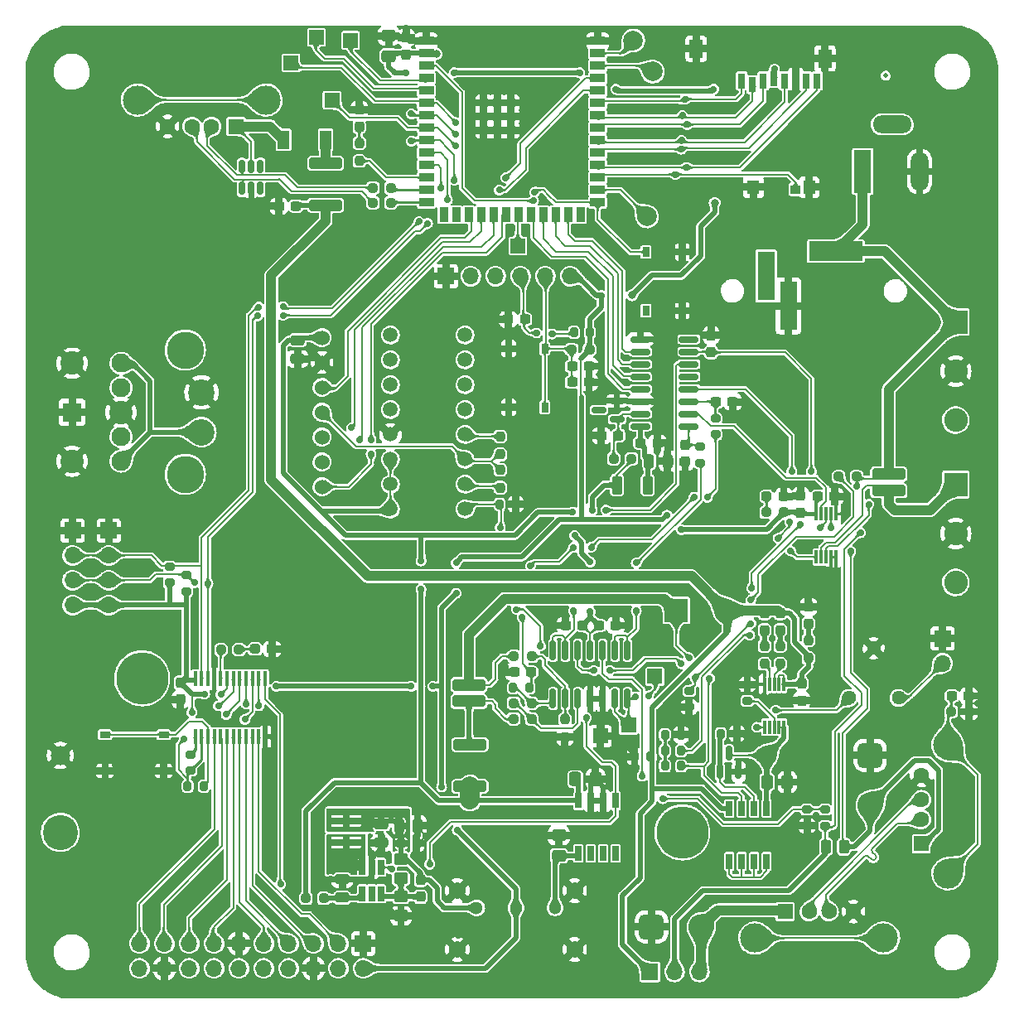
<source format=gbr>
%TF.GenerationSoftware,KiCad,Pcbnew,(6.0.9)*%
%TF.CreationDate,2023-04-07T16:32:20+03:00*%
%TF.ProjectId,ESP32_power_meter_MP3_player_WIFI_radio_V2,45535033-325f-4706-9f77-65725f6d6574,rev?*%
%TF.SameCoordinates,Original*%
%TF.FileFunction,Copper,L1,Top*%
%TF.FilePolarity,Positive*%
%FSLAX46Y46*%
G04 Gerber Fmt 4.6, Leading zero omitted, Abs format (unit mm)*
G04 Created by KiCad (PCBNEW (6.0.9)) date 2023-04-07 16:32:21*
%MOMM*%
%LPD*%
G01*
G04 APERTURE LIST*
G04 Aperture macros list*
%AMRoundRect*
0 Rectangle with rounded corners*
0 $1 Rounding radius*
0 $2 $3 $4 $5 $6 $7 $8 $9 X,Y pos of 4 corners*
0 Add a 4 corners polygon primitive as box body*
4,1,4,$2,$3,$4,$5,$6,$7,$8,$9,$2,$3,0*
0 Add four circle primitives for the rounded corners*
1,1,$1+$1,$2,$3*
1,1,$1+$1,$4,$5*
1,1,$1+$1,$6,$7*
1,1,$1+$1,$8,$9*
0 Add four rect primitives between the rounded corners*
20,1,$1+$1,$2,$3,$4,$5,0*
20,1,$1+$1,$4,$5,$6,$7,0*
20,1,$1+$1,$6,$7,$8,$9,0*
20,1,$1+$1,$8,$9,$2,$3,0*%
G04 Aperture macros list end*
%TA.AperFunction,ComponentPad*%
%ADD10C,1.980000*%
%TD*%
%TA.AperFunction,ComponentPad*%
%ADD11C,5.325000*%
%TD*%
%TA.AperFunction,ComponentPad*%
%ADD12C,3.585000*%
%TD*%
%TA.AperFunction,ComponentPad*%
%ADD13C,1.300000*%
%TD*%
%TA.AperFunction,ComponentPad*%
%ADD14C,1.710000*%
%TD*%
%TA.AperFunction,ComponentPad*%
%ADD15C,1.500000*%
%TD*%
%TA.AperFunction,SMDPad,CuDef*%
%ADD16R,0.650000X1.500000*%
%TD*%
%TA.AperFunction,SMDPad,CuDef*%
%ADD17R,2.700000X0.800000*%
%TD*%
%TA.AperFunction,SMDPad,CuDef*%
%ADD18R,0.800000X1.500000*%
%TD*%
%TA.AperFunction,SMDPad,CuDef*%
%ADD19R,1.300000X1.400000*%
%TD*%
%TA.AperFunction,SMDPad,CuDef*%
%ADD20R,1.000000X0.950000*%
%TD*%
%TA.AperFunction,SMDPad,CuDef*%
%ADD21R,1.400000X1.900000*%
%TD*%
%TA.AperFunction,ComponentPad*%
%ADD22R,1.950000X1.950000*%
%TD*%
%TA.AperFunction,ComponentPad*%
%ADD23C,1.950000*%
%TD*%
%TA.AperFunction,ComponentPad*%
%ADD24C,2.400000*%
%TD*%
%TA.AperFunction,SMDPad,CuDef*%
%ADD25R,0.300000X1.400000*%
%TD*%
%TA.AperFunction,SMDPad,CuDef*%
%ADD26R,0.450000X1.500000*%
%TD*%
%TA.AperFunction,SMDPad,CuDef*%
%ADD27R,1.200000X1.850000*%
%TD*%
%TA.AperFunction,SMDPad,CuDef*%
%ADD28RoundRect,0.150000X0.150000X-0.512500X0.150000X0.512500X-0.150000X0.512500X-0.150000X-0.512500X0*%
%TD*%
%TA.AperFunction,SMDPad,CuDef*%
%ADD29RoundRect,0.237500X-0.237500X0.250000X-0.237500X-0.250000X0.237500X-0.250000X0.237500X0.250000X0*%
%TD*%
%TA.AperFunction,SMDPad,CuDef*%
%ADD30R,0.700000X1.000000*%
%TD*%
%TA.AperFunction,SMDPad,CuDef*%
%ADD31RoundRect,0.237500X-0.250000X-0.237500X0.250000X-0.237500X0.250000X0.237500X-0.250000X0.237500X0*%
%TD*%
%TA.AperFunction,SMDPad,CuDef*%
%ADD32RoundRect,0.150000X-0.150000X0.825000X-0.150000X-0.825000X0.150000X-0.825000X0.150000X0.825000X0*%
%TD*%
%TA.AperFunction,SMDPad,CuDef*%
%ADD33RoundRect,0.250000X-0.450000X0.350000X-0.450000X-0.350000X0.450000X-0.350000X0.450000X0.350000X0*%
%TD*%
%TA.AperFunction,SMDPad,CuDef*%
%ADD34RoundRect,0.200000X-0.275000X0.200000X-0.275000X-0.200000X0.275000X-0.200000X0.275000X0.200000X0*%
%TD*%
%TA.AperFunction,SMDPad,CuDef*%
%ADD35RoundRect,0.237500X-0.300000X-0.237500X0.300000X-0.237500X0.300000X0.237500X-0.300000X0.237500X0*%
%TD*%
%TA.AperFunction,SMDPad,CuDef*%
%ADD36RoundRect,0.237500X-0.237500X0.300000X-0.237500X-0.300000X0.237500X-0.300000X0.237500X0.300000X0*%
%TD*%
%TA.AperFunction,SMDPad,CuDef*%
%ADD37R,1.500000X1.500000*%
%TD*%
%TA.AperFunction,SMDPad,CuDef*%
%ADD38RoundRect,0.250000X0.475000X-0.337500X0.475000X0.337500X-0.475000X0.337500X-0.475000X-0.337500X0*%
%TD*%
%TA.AperFunction,ComponentPad*%
%ADD39R,1.700000X1.700000*%
%TD*%
%TA.AperFunction,ComponentPad*%
%ADD40O,1.700000X1.700000*%
%TD*%
%TA.AperFunction,SMDPad,CuDef*%
%ADD41RoundRect,0.237500X0.287500X0.237500X-0.287500X0.237500X-0.287500X-0.237500X0.287500X-0.237500X0*%
%TD*%
%TA.AperFunction,SMDPad,CuDef*%
%ADD42RoundRect,0.150000X0.150000X-0.587500X0.150000X0.587500X-0.150000X0.587500X-0.150000X-0.587500X0*%
%TD*%
%TA.AperFunction,SMDPad,CuDef*%
%ADD43RoundRect,0.237500X-0.237500X0.287500X-0.237500X-0.287500X0.237500X-0.287500X0.237500X0.287500X0*%
%TD*%
%TA.AperFunction,SMDPad,CuDef*%
%ADD44RoundRect,0.150000X0.587500X0.150000X-0.587500X0.150000X-0.587500X-0.150000X0.587500X-0.150000X0*%
%TD*%
%TA.AperFunction,ComponentPad*%
%ADD45RoundRect,0.650000X-0.650000X0.650000X-0.650000X-0.650000X0.650000X-0.650000X0.650000X0.650000X0*%
%TD*%
%TA.AperFunction,ComponentPad*%
%ADD46C,2.600000*%
%TD*%
%TA.AperFunction,SMDPad,CuDef*%
%ADD47R,0.650000X1.560000*%
%TD*%
%TA.AperFunction,SMDPad,CuDef*%
%ADD48R,1.500000X0.900000*%
%TD*%
%TA.AperFunction,SMDPad,CuDef*%
%ADD49R,0.900000X1.500000*%
%TD*%
%TA.AperFunction,SMDPad,CuDef*%
%ADD50R,0.900000X0.900000*%
%TD*%
%TA.AperFunction,SMDPad,CuDef*%
%ADD51RoundRect,0.237500X0.237500X-0.300000X0.237500X0.300000X-0.237500X0.300000X-0.237500X-0.300000X0*%
%TD*%
%TA.AperFunction,SMDPad,CuDef*%
%ADD52RoundRect,0.200000X0.200000X0.275000X-0.200000X0.275000X-0.200000X-0.275000X0.200000X-0.275000X0*%
%TD*%
%TA.AperFunction,ComponentPad*%
%ADD53R,5.500000X2.000000*%
%TD*%
%TA.AperFunction,ComponentPad*%
%ADD54R,1.800000X5.000000*%
%TD*%
%TA.AperFunction,SMDPad,CuDef*%
%ADD55RoundRect,0.250000X-1.450000X0.312500X-1.450000X-0.312500X1.450000X-0.312500X1.450000X0.312500X0*%
%TD*%
%TA.AperFunction,SMDPad,CuDef*%
%ADD56RoundRect,0.250000X0.262500X0.450000X-0.262500X0.450000X-0.262500X-0.450000X0.262500X-0.450000X0*%
%TD*%
%TA.AperFunction,SMDPad,CuDef*%
%ADD57RoundRect,0.200000X-0.200000X-0.275000X0.200000X-0.275000X0.200000X0.275000X-0.200000X0.275000X0*%
%TD*%
%TA.AperFunction,ComponentPad*%
%ADD58R,1.800000X4.400000*%
%TD*%
%TA.AperFunction,ComponentPad*%
%ADD59O,1.800000X4.000000*%
%TD*%
%TA.AperFunction,ComponentPad*%
%ADD60O,4.000000X1.800000*%
%TD*%
%TA.AperFunction,ComponentPad*%
%ADD61R,1.500000X1.600000*%
%TD*%
%TA.AperFunction,ComponentPad*%
%ADD62C,1.600000*%
%TD*%
%TA.AperFunction,ComponentPad*%
%ADD63C,3.000000*%
%TD*%
%TA.AperFunction,SMDPad,CuDef*%
%ADD64RoundRect,0.200000X0.275000X-0.200000X0.275000X0.200000X-0.275000X0.200000X-0.275000X-0.200000X0*%
%TD*%
%TA.AperFunction,SMDPad,CuDef*%
%ADD65RoundRect,0.237500X0.250000X0.237500X-0.250000X0.237500X-0.250000X-0.237500X0.250000X-0.237500X0*%
%TD*%
%TA.AperFunction,SMDPad,CuDef*%
%ADD66RoundRect,0.250000X-0.275000X-0.700000X0.275000X-0.700000X0.275000X0.700000X-0.275000X0.700000X0*%
%TD*%
%TA.AperFunction,SMDPad,CuDef*%
%ADD67RoundRect,0.225000X-0.225000X-0.250000X0.225000X-0.250000X0.225000X0.250000X-0.225000X0.250000X0*%
%TD*%
%TA.AperFunction,SMDPad,CuDef*%
%ADD68RoundRect,0.250000X-0.337500X-0.475000X0.337500X-0.475000X0.337500X0.475000X-0.337500X0.475000X0*%
%TD*%
%TA.AperFunction,SMDPad,CuDef*%
%ADD69R,1.000000X0.700000*%
%TD*%
%TA.AperFunction,ComponentPad*%
%ADD70R,1.600000X1.500000*%
%TD*%
%TA.AperFunction,SMDPad,CuDef*%
%ADD71RoundRect,0.250000X-1.450000X0.337500X-1.450000X-0.337500X1.450000X-0.337500X1.450000X0.337500X0*%
%TD*%
%TA.AperFunction,SMDPad,CuDef*%
%ADD72RoundRect,0.237500X0.300000X0.237500X-0.300000X0.237500X-0.300000X-0.237500X0.300000X-0.237500X0*%
%TD*%
%TA.AperFunction,WasherPad*%
%ADD73C,3.810000*%
%TD*%
%TA.AperFunction,ComponentPad*%
%ADD74C,2.700000*%
%TD*%
%TA.AperFunction,ComponentPad*%
%ADD75C,1.524000*%
%TD*%
%TA.AperFunction,SMDPad,CuDef*%
%ADD76RoundRect,0.250000X-0.475000X0.250000X-0.475000X-0.250000X0.475000X-0.250000X0.475000X0.250000X0*%
%TD*%
%TA.AperFunction,SMDPad,CuDef*%
%ADD77RoundRect,0.250000X0.475000X-0.250000X0.475000X0.250000X-0.475000X0.250000X-0.475000X-0.250000X0*%
%TD*%
%TA.AperFunction,SMDPad,CuDef*%
%ADD78RoundRect,0.237500X0.237500X-0.287500X0.237500X0.287500X-0.237500X0.287500X-0.237500X-0.287500X0*%
%TD*%
%TA.AperFunction,ComponentPad*%
%ADD79C,1.440000*%
%TD*%
%TA.AperFunction,SMDPad,CuDef*%
%ADD80RoundRect,0.237500X0.237500X-0.250000X0.237500X0.250000X-0.237500X0.250000X-0.237500X-0.250000X0*%
%TD*%
%TA.AperFunction,SMDPad,CuDef*%
%ADD81C,0.500000*%
%TD*%
%TA.AperFunction,SMDPad,CuDef*%
%ADD82RoundRect,0.150000X0.825000X0.150000X-0.825000X0.150000X-0.825000X-0.150000X0.825000X-0.150000X0*%
%TD*%
%TA.AperFunction,SMDPad,CuDef*%
%ADD83RoundRect,0.250000X-0.250000X-0.475000X0.250000X-0.475000X0.250000X0.475000X-0.250000X0.475000X0*%
%TD*%
%TA.AperFunction,ComponentPad*%
%ADD84C,2.000000*%
%TD*%
%TA.AperFunction,ComponentPad*%
%ADD85RoundRect,0.650000X-0.650000X-0.650000X0.650000X-0.650000X0.650000X0.650000X-0.650000X0.650000X0*%
%TD*%
%TA.AperFunction,ComponentPad*%
%ADD86R,2.400000X2.400000*%
%TD*%
%TA.AperFunction,ComponentPad*%
%ADD87O,2.400000X2.400000*%
%TD*%
%TA.AperFunction,ComponentPad*%
%ADD88R,2.413000X2.413000*%
%TD*%
%TA.AperFunction,ComponentPad*%
%ADD89C,2.413000*%
%TD*%
%TA.AperFunction,ViaPad*%
%ADD90C,0.700000*%
%TD*%
%TA.AperFunction,ViaPad*%
%ADD91C,0.800000*%
%TD*%
%TA.AperFunction,Conductor*%
%ADD92C,0.150000*%
%TD*%
%TA.AperFunction,Conductor*%
%ADD93C,0.200000*%
%TD*%
%TA.AperFunction,Conductor*%
%ADD94C,0.500000*%
%TD*%
%TA.AperFunction,Conductor*%
%ADD95C,0.250000*%
%TD*%
%TA.AperFunction,Conductor*%
%ADD96C,0.700000*%
%TD*%
%TA.AperFunction,Conductor*%
%ADD97C,0.400000*%
%TD*%
%TA.AperFunction,Conductor*%
%ADD98C,2.000000*%
%TD*%
%TA.AperFunction,Conductor*%
%ADD99C,0.300000*%
%TD*%
%TA.AperFunction,Conductor*%
%ADD100C,1.000000*%
%TD*%
G04 APERTURE END LIST*
D10*
%TO.P,U7,1,+*%
%TO.N,+BATT*%
X126040000Y-124870000D03*
%TO.P,U7,2,-*%
%TO.N,GND*%
X53840000Y-124870000D03*
D11*
%TO.P,U7,MH1,MH1*%
%TO.N,unconnected-(U7-PadMH1)*%
X117400000Y-132740000D03*
D12*
%TO.P,U7,MH2,MH2*%
%TO.N,unconnected-(U7-PadMH2)*%
X53840000Y-132740000D03*
D11*
%TO.P,U7,MH3,MH3*%
%TO.N,unconnected-(U7-PadMH3)*%
X62200000Y-117000000D03*
%TD*%
D13*
%TO.P,S2,1,PIN1*%
%TO.N,/Power-IN-OUT-BMS/buck_out*%
X96400000Y-140452500D03*
%TO.P,S2,2,COM*%
%TO.N,+3V3*%
X100400000Y-140452500D03*
%TO.P,S2,3,PIN2*%
%TO.N,/Power-IN-OUT-BMS/lin_reg*%
X104400000Y-140452500D03*
D14*
%TO.P,S2,MH1,MH1*%
%TO.N,GND*%
X94400000Y-144702500D03*
%TO.P,S2,MH2,MH2*%
X94400000Y-138702500D03*
%TO.P,S2,MH3,MH3*%
X106400000Y-138702500D03*
%TO.P,S2,MH4,MH4*%
X106400000Y-144702500D03*
%TD*%
D15*
%TO.P,S1,1,COM_1*%
%TO.N,3v3_enable*%
X95200000Y-99700000D03*
%TO.P,S1,2,NO_1*%
%TO.N,+VDC*%
X87580000Y-99700000D03*
%TO.P,S1,3,COM_2*%
%TO.N,Net-(R16-Pad2)*%
X95200000Y-97160000D03*
%TO.P,S1,4,NO_2*%
%TO.N,+VDC*%
X87580000Y-97160000D03*
%TO.P,S1,5,COM_3*%
%TO.N,/gain*%
X95200000Y-94620000D03*
%TO.P,S1,6,NO_3*%
%TO.N,+VDC*%
X87580000Y-94620000D03*
%TO.P,S1,7,COM_4*%
%TO.N,Net-(R17-Pad1)*%
X95200000Y-92080000D03*
%TO.P,S1,8,NO_4*%
%TO.N,GND*%
X87580000Y-92080000D03*
%TO.P,S1,9,COM_5*%
%TO.N,Net-(R18-Pad2)*%
X95200000Y-89540000D03*
%TO.P,S1,10,NO_5*%
%TO.N,/GPIO_06*%
X87580000Y-89540000D03*
%TO.P,S1,11,COM_6*%
%TO.N,Net-(R19-Pad2)*%
X95200000Y-87000000D03*
%TO.P,S1,12,NO_6*%
%TO.N,/GPIO_07*%
X87580000Y-87000000D03*
%TO.P,S1,13,COM_7*%
%TO.N,Net-(R21-Pad2)*%
X95200000Y-84460000D03*
%TO.P,S1,14,NO_7*%
%TO.N,/GPIO_15*%
X87580000Y-84460000D03*
%TO.P,S1,15,COM_8*%
%TO.N,Net-(R22-Pad2)*%
X95200000Y-81920000D03*
%TO.P,S1,16,NO_8*%
%TO.N,/GPIO_16*%
X87580000Y-81920000D03*
%TD*%
D16*
%TO.P,Q2,1,S1*%
%TO.N,+BATT*%
X126005000Y-130300000D03*
%TO.P,Q2,2,G1*%
%TO.N,/Power-IN-OUT-BMS/low_batt_shutoff*%
X124735000Y-130300000D03*
%TO.P,Q2,3,S2*%
%TO.N,Power_in+*%
X123465000Y-130300000D03*
%TO.P,Q2,4,G2*%
%TO.N,+5V*%
X122195000Y-130300000D03*
%TO.P,Q2,5,D2_1*%
%TO.N,/Power-IN-OUT-BMS/Drains*%
X122195000Y-135700000D03*
%TO.P,Q2,6,D2_2*%
X123465000Y-135700000D03*
%TO.P,Q2,7,D1_1*%
X124735000Y-135700000D03*
%TO.P,Q2,8,D1_2*%
X126005000Y-135700000D03*
%TD*%
D17*
%TO.P,L1,1*%
%TO.N,/Power-IN-OUT-BMS/buck/inductor_buck*%
X83050000Y-133762500D03*
%TO.P,L1,2*%
%TO.N,/Power-IN-OUT-BMS/buck_out*%
X83050000Y-131562500D03*
%TD*%
D18*
%TO.P,J2,P1,DAT2*%
%TO.N,/GPIO_42*%
X123485000Y-55939000D03*
%TO.P,J2,P2,CD/DAT3*%
%TO.N,/GPIO_41*%
X124585000Y-56339000D03*
%TO.P,J2,P3,CMD*%
%TO.N,/GPIO_40*%
X125685000Y-55939000D03*
%TO.P,J2,P4,VDD*%
%TO.N,+3V3*%
X126785000Y-55739000D03*
%TO.P,J2,P5,CLK*%
%TO.N,/GPIO_39*%
X127885000Y-55939000D03*
%TO.P,J2,P6,VSS*%
%TO.N,GND*%
X128985000Y-55739000D03*
%TO.P,J2,P7,DAT0*%
%TO.N,/GPIO_38*%
X130085000Y-55939000D03*
%TO.P,J2,P8,DAT1*%
%TO.N,/GPIO_37*%
X131185000Y-55939000D03*
D19*
%TO.P,J2,MP1,MP1*%
%TO.N,GND*%
X130375000Y-66799000D03*
D20*
%TO.P,J2,MP2,MP2*%
%TO.N,/GPIO_36*%
X128985000Y-67025000D03*
D19*
%TO.P,J2,MP3,MP3*%
%TO.N,GND*%
X124675000Y-66799000D03*
D21*
%TO.P,J2,MP4,MP4*%
X131975000Y-53650000D03*
%TO.P,J2,MP5,MP5*%
X118825000Y-52650000D03*
%TD*%
D22*
%TO.P,J1,1,1*%
%TO.N,GND*%
X55050000Y-89800000D03*
D23*
%TO.P,J1,2,2*%
%TO.N,Net-(J1-Pad2)*%
X60050000Y-84800000D03*
%TO.P,J1,3,3*%
%TO.N,unconnected-(J1-Pad3)*%
X60050000Y-87300000D03*
%TO.P,J1,4,4*%
%TO.N,unconnected-(J1-Pad4)*%
X60050000Y-92300000D03*
%TO.P,J1,5,5*%
%TO.N,Net-(J1-Pad2)*%
X60050000Y-94800000D03*
D24*
%TO.P,J1,MH1,MH1*%
%TO.N,GND*%
X55050000Y-84800000D03*
%TO.P,J1,MH2,MH2*%
X55050000Y-94800000D03*
%TO.P,J1,MH3,MH3*%
X60050000Y-89800000D03*
%TD*%
D25*
%TO.P,IC4,1,VDD_1*%
%TO.N,+5V*%
X127800000Y-117600000D03*
%TO.P,IC4,2,VDD_2*%
X127300000Y-117600000D03*
%TO.P,IC4,3,STAT1*%
%TO.N,Net-(IC4-Pad3)*%
X126800000Y-117600000D03*
%TO.P,IC4,4,STAT2*%
%TO.N,Net-(IC4-Pad4)*%
X126300000Y-117600000D03*
%TO.P,IC4,5,VSS*%
%TO.N,GND*%
X125800000Y-117600000D03*
%TO.P,IC4,6,PROG*%
%TO.N,/Power-IN-OUT-BMS/Set_charge_current*%
X125800000Y-122000000D03*
%TO.P,IC4,7,~{PG(}TE)*%
%TO.N,TE*%
X126300000Y-122000000D03*
%TO.P,IC4,8,THERM*%
%TO.N,Net-(IC4-Pad8)*%
X126800000Y-122000000D03*
%TO.P,IC4,9,VBAT_1*%
%TO.N,+BATT*%
X127300000Y-122000000D03*
%TO.P,IC4,10,VBAT_2*%
X127800000Y-122000000D03*
%TD*%
D16*
%TO.P,IC3,1,VOUT*%
%TO.N,/Power-IN-OUT-BMS/lin_reg*%
X106795000Y-134900000D03*
%TO.P,IC3,2,NC_1*%
%TO.N,unconnected-(IC3-Pad2)*%
X108065000Y-134900000D03*
%TO.P,IC3,3,NC_2*%
%TO.N,unconnected-(IC3-Pad3)*%
X109335000Y-134900000D03*
%TO.P,IC3,4,NC_3*%
%TO.N,unconnected-(IC3-Pad4)*%
X110605000Y-134900000D03*
%TO.P,IC3,5,EN*%
%TO.N,3v3_enable*%
X110605000Y-129500000D03*
%TO.P,IC3,6,GND_1*%
%TO.N,GND*%
X109335000Y-129500000D03*
%TO.P,IC3,7,GND_2*%
X108065000Y-129500000D03*
%TO.P,IC3,8,VIN*%
%TO.N,+VDC*%
X106795000Y-129500000D03*
%TD*%
D25*
%TO.P,IC2,1,OUT1*%
%TO.N,/POWER_MEASUREMENTS/ADC_CH3*%
X131100000Y-104600000D03*
%TO.P,IC2,2,IN-1*%
%TO.N,/POWER_MEASUREMENTS/load_vcc*%
X131600000Y-104600000D03*
%TO.P,IC2,3,IN+1*%
%TO.N,/POWER_MEASUREMENTS/source_vcc*%
X132100000Y-104600000D03*
%TO.P,IC2,4,GND*%
%TO.N,GND*%
X132600000Y-104600000D03*
%TO.P,IC2,5,REF1*%
X133100000Y-104600000D03*
%TO.P,IC2,6,REF2*%
X133100000Y-100200000D03*
%TO.P,IC2,7,IN+2*%
%TO.N,/POWER_MEASUREMENTS/mini_power_source*%
X132600000Y-100200000D03*
%TO.P,IC2,8,IN-2*%
%TO.N,/POWER_MEASUREMENTS/mini_power_load*%
X132100000Y-100200000D03*
%TO.P,IC2,9,OUT2*%
%TO.N,/POWER_MEASUREMENTS/ADC_CH1*%
X131600000Y-100200000D03*
%TO.P,IC2,10,VS*%
%TO.N,+3V3*%
X131100000Y-100200000D03*
%TD*%
D26*
%TO.P,IC1,1,IRQ#*%
%TO.N,/IRQ*%
X67625000Y-122950000D03*
%TO.P,IC1,2,A1*%
%TO.N,+3V3*%
X68275000Y-122950000D03*
%TO.P,IC1,3,RESET#*%
%TO.N,Net-(IC1-Pad3)*%
X68925000Y-122950000D03*
%TO.P,IC1,4,P0*%
%TO.N,/P0*%
X69575000Y-122950000D03*
%TO.P,IC1,5,P1*%
%TO.N,/P1*%
X70225000Y-122950000D03*
%TO.P,IC1,6,P2*%
%TO.N,/P2*%
X70875000Y-122950000D03*
%TO.P,IC1,7,P3*%
%TO.N,/P3*%
X71525000Y-122950000D03*
%TO.P,IC1,8,P4*%
%TO.N,/P4*%
X72175000Y-122950000D03*
%TO.P,IC1,9,P5*%
%TO.N,/P5*%
X72825000Y-122950000D03*
%TO.P,IC1,10,P6*%
%TO.N,/P6*%
X73475000Y-122950000D03*
%TO.P,IC1,11,P7*%
%TO.N,/P7*%
X74125000Y-122950000D03*
%TO.P,IC1,12,GND*%
%TO.N,GND*%
X74775000Y-122950000D03*
%TO.P,IC1,13,P8*%
%TO.N,/P8*%
X74775000Y-117050000D03*
%TO.P,IC1,14,P9*%
%TO.N,/P9*%
X74125000Y-117050000D03*
%TO.P,IC1,15,P10*%
%TO.N,/P10*%
X73475000Y-117050000D03*
%TO.P,IC1,16,P11*%
%TO.N,/P11*%
X72825000Y-117050000D03*
%TO.P,IC1,17,P12*%
%TO.N,/P12*%
X72175000Y-117050000D03*
%TO.P,IC1,18,P13*%
%TO.N,/P13*%
X71525000Y-117050000D03*
%TO.P,IC1,19,P14*%
%TO.N,/P14*%
X70875000Y-117050000D03*
%TO.P,IC1,20,P15*%
%TO.N,/P15*%
X70225000Y-117050000D03*
%TO.P,IC1,21,A0*%
%TO.N,GND*%
X69575000Y-117050000D03*
%TO.P,IC1,22,SCL*%
%TO.N,SCL*%
X68925000Y-117050000D03*
%TO.P,IC1,23,SDA*%
%TO.N,SDA*%
X68275000Y-117050000D03*
%TO.P,IC1,24,VCC*%
%TO.N,+3V3*%
X67625000Y-117050000D03*
%TD*%
D27*
%TO.P,FB1,1,1*%
%TO.N,VBUS*%
X76650000Y-61950000D03*
%TO.P,FB1,2,2*%
%TO.N,Net-(F1-Pad1)*%
X80950000Y-61950000D03*
%TD*%
D28*
%TO.P,U5,1,IO1*%
%TO.N,D+*%
X72400000Y-66937500D03*
%TO.P,U5,2,VN*%
%TO.N,GND*%
X73350000Y-66937500D03*
%TO.P,U5,3,IO2*%
%TO.N,unconnected-(U5-Pad3)*%
X74300000Y-66937500D03*
%TO.P,U5,4,IO3*%
%TO.N,unconnected-(U5-Pad4)*%
X74300000Y-64662500D03*
%TO.P,U5,5,VP*%
%TO.N,VBUS*%
X73350000Y-64662500D03*
%TO.P,U5,6,IO4*%
%TO.N,D-*%
X72400000Y-64662500D03*
%TD*%
D29*
%TO.P,R41,1*%
%TO.N,Net-(D6-Pad1)*%
X125800000Y-113687500D03*
%TO.P,R41,2*%
%TO.N,Net-(IC4-Pad4)*%
X125800000Y-115512500D03*
%TD*%
%TO.P,R39,1*%
%TO.N,Net-(D5-Pad1)*%
X127400000Y-113687500D03*
%TO.P,R39,2*%
%TO.N,Net-(IC4-Pad3)*%
X127400000Y-115512500D03*
%TD*%
%TO.P,R9,1*%
%TO.N,Net-(D1-Pad2)*%
X130300000Y-113107500D03*
%TO.P,R9,2*%
%TO.N,+5V*%
X130300000Y-114932500D03*
%TD*%
D30*
%TO.P,SW3,1,A*%
%TO.N,/BOOT*%
X113700000Y-73425000D03*
X113700000Y-79425000D03*
%TO.P,SW3,2,B*%
%TO.N,GND*%
X117400000Y-79425000D03*
X117400000Y-73425000D03*
%TD*%
D31*
%TO.P,FB2,1*%
%TO.N,+VDC*%
X78937500Y-139462500D03*
%TO.P,FB2,2*%
%TO.N,/Power-IN-OUT-BMS/buck/buck_input_filtered*%
X80762500Y-139462500D03*
%TD*%
D32*
%TO.P,U6,1*%
%TO.N,Net-(R35-Pad1)*%
X111810000Y-114125000D03*
%TO.P,U6,2,-*%
X110540000Y-114125000D03*
%TO.P,U6,3,+*%
%TO.N,Net-(R27-Pad1)*%
X109270000Y-114125000D03*
%TO.P,U6,4,V+*%
%TO.N,+VDC*%
X108000000Y-114125000D03*
%TO.P,U6,5,+*%
%TO.N,Net-(R26-Pad1)*%
X106730000Y-114125000D03*
%TO.P,U6,6,-*%
%TO.N,Net-(R38-Pad1)*%
X105460000Y-114125000D03*
%TO.P,U6,7*%
X104190000Y-114125000D03*
%TO.P,U6,8*%
%TO.N,Net-(R32-Pad2)*%
X104190000Y-119075000D03*
%TO.P,U6,9,-*%
%TO.N,Net-(R34-Pad2)*%
X105460000Y-119075000D03*
%TO.P,U6,10,+*%
%TO.N,Net-(R31-Pad2)*%
X106730000Y-119075000D03*
%TO.P,U6,11,V-*%
%TO.N,GND*%
X108000000Y-119075000D03*
%TO.P,U6,12,+*%
X109270000Y-119075000D03*
%TO.P,U6,13,-*%
%TO.N,Net-(TP2-Pad1)*%
X110540000Y-119075000D03*
%TO.P,U6,14*%
X111810000Y-119075000D03*
%TD*%
D33*
%TO.P,RR1,1*%
%TO.N,/Power-IN-OUT-BMS/buck_out*%
X88650000Y-135462500D03*
%TO.P,RR1,2*%
%TO.N,Net-(C27-Pad2)*%
X88650000Y-137462500D03*
%TD*%
D34*
%TO.P,R24,1*%
%TO.N,SDA*%
X65000000Y-105575000D03*
%TO.P,R24,2*%
%TO.N,+3V3*%
X65000000Y-107225000D03*
%TD*%
D35*
%TO.P,C15,1*%
%TO.N,Net-(C15-Pad1)*%
X144937500Y-118800000D03*
%TO.P,C15,2*%
%TO.N,GND*%
X146662500Y-118800000D03*
%TD*%
D36*
%TO.P,C13,1*%
%TO.N,/POWER_MEASUREMENTS/ADC_CH0*%
X117700000Y-93137500D03*
%TO.P,C13,2*%
%TO.N,GND*%
X117700000Y-94862500D03*
%TD*%
D37*
%TO.P,TP4,1,1*%
%TO.N,/GPIO_13*%
X100600000Y-72800000D03*
%TD*%
D38*
%TO.P,C23,1*%
%TO.N,/Power-IN-OUT-BMS/lin_reg*%
X104800000Y-135137500D03*
%TO.P,C23,2*%
%TO.N,GND*%
X104800000Y-133062500D03*
%TD*%
D39*
%TO.P,J16,1,Pin_1*%
%TO.N,GND*%
X55100000Y-101900000D03*
D40*
%TO.P,J16,2,Pin_2*%
%TO.N,SDA*%
X55100000Y-104440000D03*
%TO.P,J16,3,Pin_3*%
%TO.N,SCL*%
X55100000Y-106980000D03*
%TO.P,J16,4,Pin_4*%
%TO.N,+3V3*%
X55100000Y-109520000D03*
%TD*%
D41*
%TO.P,D3,1,K*%
%TO.N,GND*%
X75475000Y-114000000D03*
%TO.P,D3,2,A*%
%TO.N,Net-(D3-Pad2)*%
X73725000Y-114000000D03*
%TD*%
D42*
%TO.P,U8,1,RESET*%
%TO.N,/Power-IN-OUT-BMS/low_batt_shutoff*%
X121250000Y-126537500D03*
%TO.P,U8,2,GND*%
%TO.N,GND*%
X123150000Y-126537500D03*
%TO.P,U8,3,Vcc*%
%TO.N,+BATT*%
X122200000Y-124662500D03*
%TD*%
D43*
%TO.P,D1,1,K*%
%TO.N,GND*%
X130300000Y-109675000D03*
%TO.P,D1,2,A*%
%TO.N,Net-(D1-Pad2)*%
X130300000Y-111425000D03*
%TD*%
D44*
%TO.P,U1,1,K*%
%TO.N,/Vref*%
X110737500Y-90550000D03*
%TO.P,U1,2,A*%
%TO.N,GND*%
X110737500Y-88650000D03*
%TO.P,U1,3*%
%TO.N,N/C*%
X108862500Y-89600000D03*
%TD*%
D39*
%TO.P,J14,1,Pin_1*%
%TO.N,GND*%
X84800000Y-144100000D03*
D40*
%TO.P,J14,2,Pin_2*%
%TO.N,+3V3*%
X84800000Y-146640000D03*
%TO.P,J14,3,Pin_3*%
%TO.N,/P7*%
X82260000Y-144100000D03*
%TO.P,J14,4,Pin_4*%
%TO.N,/P8*%
X82260000Y-146640000D03*
%TO.P,J14,5,Pin_5*%
%TO.N,/P6*%
X79720000Y-144100000D03*
%TO.P,J14,6,Pin_6*%
%TO.N,GND*%
X79720000Y-146640000D03*
%TO.P,J14,7,Pin_7*%
%TO.N,/P5*%
X77180000Y-144100000D03*
%TO.P,J14,8,Pin_8*%
%TO.N,/P9*%
X77180000Y-146640000D03*
%TO.P,J14,9,Pin_9*%
%TO.N,/P4*%
X74640000Y-144100000D03*
%TO.P,J14,10,Pin_10*%
%TO.N,/P10*%
X74640000Y-146640000D03*
%TO.P,J14,11,Pin_11*%
%TO.N,GND*%
X72100000Y-144100000D03*
%TO.P,J14,12,Pin_12*%
%TO.N,/P11*%
X72100000Y-146640000D03*
%TO.P,J14,13,Pin_13*%
%TO.N,/P3*%
X69560000Y-144100000D03*
%TO.P,J14,14,Pin_14*%
%TO.N,/P12*%
X69560000Y-146640000D03*
%TO.P,J14,15,Pin_15*%
%TO.N,/P2*%
X67020000Y-144100000D03*
%TO.P,J14,16,Pin_16*%
%TO.N,/P13*%
X67020000Y-146640000D03*
%TO.P,J14,17,Pin_17*%
%TO.N,/P1*%
X64480000Y-144100000D03*
%TO.P,J14,18,Pin_18*%
%TO.N,GND*%
X64480000Y-146640000D03*
%TO.P,J14,19,Pin_19*%
%TO.N,/P0*%
X61940000Y-144100000D03*
%TO.P,J14,20,Pin_20*%
%TO.N,/P14*%
X61940000Y-146640000D03*
%TD*%
D45*
%TO.P,J10,1,Pin_1*%
%TO.N,GND*%
X136600000Y-124860000D03*
D46*
%TO.P,J10,2,Pin_2*%
%TO.N,/POWER_MEASUREMENTS/mini_power_load*%
X136600000Y-129940000D03*
%TD*%
D47*
%TO.P,U9,1,EN*%
%TO.N,3v3_enable*%
X86600000Y-136312500D03*
%TO.P,U9,2,GND*%
%TO.N,GND*%
X85650000Y-136312500D03*
%TO.P,U9,3,LX*%
%TO.N,/Power-IN-OUT-BMS/buck/inductor_buck*%
X84700000Y-136312500D03*
%TO.P,U9,4,IN*%
%TO.N,/Power-IN-OUT-BMS/buck/buck_input_filtered*%
X84700000Y-139012500D03*
%TO.P,U9,5,NC*%
%TO.N,unconnected-(U9-Pad5)*%
X85650000Y-139012500D03*
%TO.P,U9,6,FB*%
%TO.N,Net-(C27-Pad2)*%
X86600000Y-139012500D03*
%TD*%
D36*
%TO.P,C27,1*%
%TO.N,/Power-IN-OUT-BMS/buck_out*%
X90650000Y-137600000D03*
%TO.P,C27,2*%
%TO.N,Net-(C27-Pad2)*%
X90650000Y-139325000D03*
%TD*%
D48*
%TO.P,U4,1,GND*%
%TO.N,GND*%
X91250000Y-51860000D03*
%TO.P,U4,2,3V3*%
%TO.N,+3V3*%
X91250000Y-53130000D03*
%TO.P,U4,3,EN*%
%TO.N,/EN*%
X91250000Y-54400000D03*
%TO.P,U4,4,GPIO4/TOUCH4/ADC1_CH3*%
%TO.N,/GPIO_04*%
X91250000Y-55670000D03*
%TO.P,U4,5,GPIO5/TOUCH5/ADC1_CH4*%
%TO.N,/GPIO_05*%
X91250000Y-56940000D03*
%TO.P,U4,6,GPIO6/TOUCH6/ADC1_CH5*%
%TO.N,/GPIO_06*%
X91250000Y-58210000D03*
%TO.P,U4,7,GPIO7/TOUCH7/ADC1_CH6*%
%TO.N,/GPIO_07*%
X91250000Y-59480000D03*
%TO.P,U4,8,GPIO15/U0RTS/ADC2_CH4/XTAL_32K_P*%
%TO.N,/GPIO_15*%
X91250000Y-60750000D03*
%TO.P,U4,9,GPIO16/U0CTS/ADC2_CH5/XTAL_32K_NH5*%
%TO.N,/GPIO_16*%
X91250000Y-62020000D03*
%TO.P,U4,10,GPIO17/U1TXD/ADC2_CH6*%
%TO.N,SCL*%
X91250000Y-63290000D03*
%TO.P,U4,11,GPIO18/U1RXD/ADC2_CH7/CLK_OUT3*%
%TO.N,SDA*%
X91250000Y-64560000D03*
%TO.P,U4,12,GPIO8/TOUCH8/ADC1_CH7/SUBSPICS1*%
%TO.N,/GPIO_08*%
X91250000Y-65830000D03*
%TO.P,U4,13,GPIO19/U1RTS/ADC2_CH8/CLK_OUT2/USB_D-*%
%TO.N,Net-(R50-Pad2)*%
X91250000Y-67100000D03*
%TO.P,U4,14,GPIO20/U1CTS/ADC2_CH9/CLK_OUT1/USB_D+*%
%TO.N,Net-(R49-Pad1)*%
X91250000Y-68370000D03*
D49*
%TO.P,U4,15,GPIO3/TOUCH3/ADC1_CH2*%
%TO.N,/GPIO_03*%
X93015000Y-69620000D03*
%TO.P,U4,16,GPIO46*%
%TO.N,/GPIO_46*%
X94285000Y-69620000D03*
%TO.P,U4,17,GPIO9/TOUCH9/ADC1_CH8/FSPIHD/SUBSPIHD*%
%TO.N,/GPIO_09*%
X95555000Y-69620000D03*
%TO.P,U4,18,GPIO10/TOUCH10/ADC1_CH9/FSPICS0/FSPIIO4/SUBSPICS0*%
%TO.N,/DATA_IN*%
X96825000Y-69620000D03*
%TO.P,U4,19,GPIO11/TOUCH11/ADC2_CH0/FSPID/FSPIIO5/SUBSPID*%
%TO.N,/BCLK*%
X98095000Y-69620000D03*
%TO.P,U4,20,GPIO12/TOUCH12/ADC2_CH1/FSPICLK/FSPIIO6/SUBSPICLK*%
%TO.N,/GPIO_12*%
X99365000Y-69620000D03*
%TO.P,U4,21,GPIO13/TOUCH13/ADC2_CH2/FSPIQ/FSPIIO7/SUBSPIQ*%
%TO.N,/GPIO_13*%
X100635000Y-69620000D03*
%TO.P,U4,22,GPIO14/TOUCH14/ADC2_CH3/FSPIWP/FSPIDQS/SUBSPIWP*%
%TO.N,/GPIO_14*%
X101905000Y-69620000D03*
%TO.P,U4,23,GPIO21*%
%TO.N,/GPIO_21*%
X103175000Y-69620000D03*
%TO.P,U4,24,GPIO47/SPICLK_P/SUBSPICLK_P_DIFF*%
%TO.N,/GPIO_47*%
X104445000Y-69620000D03*
%TO.P,U4,25,GPIO48/SPICLK_N/SUBSPICLK_N_DIFF*%
%TO.N,/GPIO_48*%
X105715000Y-69620000D03*
%TO.P,U4,26,GPIO45*%
%TO.N,/GPIO_45*%
X106985000Y-69620000D03*
D48*
%TO.P,U4,27,GPIO0/BOOT*%
%TO.N,/BOOT*%
X108750000Y-68370000D03*
%TO.P,U4,28,SPIIO6/GPIO35/FSPID/SUBSPID*%
%TO.N,/GPIO_35*%
X108750000Y-67100000D03*
%TO.P,U4,29,SPIIO7/GPIO36/FSPICLK/SUBSPICLK*%
%TO.N,/GPIO_36*%
X108750000Y-65830000D03*
%TO.P,U4,30,SPIDQS/GPIO37/FSPIQ/SUBSPIQ*%
%TO.N,/GPIO_37*%
X108750000Y-64560000D03*
%TO.P,U4,31,GPIO38/FSPIWP/SUBSPIWP*%
%TO.N,/GPIO_38*%
X108750000Y-63290000D03*
%TO.P,U4,32,MTCK/GPIO39/CLK_OUT3/SUBSPICS1*%
%TO.N,/GPIO_39*%
X108750000Y-62020000D03*
%TO.P,U4,33,MTDO/GPIO40/CLK_OUT2*%
%TO.N,/GPIO_40*%
X108750000Y-60750000D03*
%TO.P,U4,34,MTDI/GPIO41/CLK_OUT1*%
%TO.N,/GPIO_41*%
X108750000Y-59480000D03*
%TO.P,U4,35,MTMS/GPIO42*%
%TO.N,/GPIO_42*%
X108750000Y-58210000D03*
%TO.P,U4,36,U0RXD/GPIO44/CLK_OUT2*%
%TO.N,UART0_TX*%
X108750000Y-56940000D03*
%TO.P,U4,37,U0TXD/GPIO43/CLK_OUT1*%
%TO.N,UART0_RX*%
X108750000Y-55670000D03*
%TO.P,U4,38,GPIO2/TOUCH2/ADC1_CH1*%
%TO.N,/GPIO_02*%
X108750000Y-54400000D03*
%TO.P,U4,39,GPIO1/TOUCH1/ADC1_CH0*%
%TO.N,/GPIO_01*%
X108750000Y-53130000D03*
%TO.P,U4,40,GND*%
%TO.N,GND*%
X108750000Y-51860000D03*
D50*
%TO.P,U4,41,GND*%
X98500000Y-59580000D03*
X97100000Y-59580000D03*
X97100000Y-58180000D03*
X99900000Y-58180000D03*
X98500000Y-60980000D03*
X99900000Y-59580000D03*
X99900000Y-60980000D03*
X98500000Y-58180000D03*
X97100000Y-60980000D03*
%TD*%
D39*
%TO.P,J13,1,Pin_1*%
%TO.N,GND*%
X144000000Y-112925000D03*
D40*
%TO.P,J13,2,Pin_2*%
%TO.N,Net-(J13-Pad2)*%
X144000000Y-115465000D03*
%TD*%
D51*
%TO.P,C8,1*%
%TO.N,GND*%
X66100000Y-119162500D03*
%TO.P,C8,2*%
%TO.N,+3V3*%
X66100000Y-117437500D03*
%TD*%
D52*
%TO.P,R45,1*%
%TO.N,GND*%
X117275000Y-122750000D03*
%TO.P,R45,2*%
%TO.N,Net-(R43-Pad1)*%
X115625000Y-122750000D03*
%TD*%
D53*
%TO.P,J5,1*%
%TO.N,/POWER_MEASUREMENTS/source_vcc*%
X133086000Y-73352000D03*
D54*
%TO.P,J5,2*%
%TO.N,GND*%
X128260000Y-78940000D03*
%TO.P,J5,3*%
%TO.N,unconnected-(J5-Pad3)*%
X125974000Y-75892000D03*
%TD*%
D55*
%TO.P,F1,1*%
%TO.N,Net-(F1-Pad1)*%
X80950000Y-64362500D03*
%TO.P,F1,2*%
%TO.N,+5V*%
X80950000Y-68637500D03*
%TD*%
D51*
%TO.P,C17,1*%
%TO.N,+3V3*%
X129500000Y-100062500D03*
%TO.P,C17,2*%
%TO.N,GND*%
X129500000Y-98337500D03*
%TD*%
D56*
%TO.P,R29,1*%
%TO.N,/POWER_MEASUREMENTS/mini_power_load*%
X133912500Y-134200000D03*
%TO.P,R29,2*%
%TO.N,/POWER_MEASUREMENTS/mini_power_source*%
X132087500Y-134200000D03*
%TD*%
D51*
%TO.P,C6,1*%
%TO.N,+3V3*%
X89200000Y-53232500D03*
%TO.P,C6,2*%
%TO.N,GND*%
X89200000Y-51507500D03*
%TD*%
D30*
%TO.P,SW2,1,A*%
%TO.N,/EN*%
X103350000Y-89300000D03*
X103350000Y-83300000D03*
%TO.P,SW2,2,B*%
%TO.N,GND*%
X99650000Y-83300000D03*
X99650000Y-89300000D03*
%TD*%
D57*
%TO.P,R13,1*%
%TO.N,+3V3*%
X66850000Y-128000000D03*
%TO.P,R13,2*%
%TO.N,Net-(IC1-Pad3)*%
X68500000Y-128000000D03*
%TD*%
D35*
%TO.P,C3,1*%
%TO.N,GND*%
X109137500Y-92200000D03*
%TO.P,C3,2*%
%TO.N,/Vref*%
X110862500Y-92200000D03*
%TD*%
D58*
%TO.P,J7,1*%
%TO.N,/POWER_MEASUREMENTS/source_vcc*%
X135850000Y-65200000D03*
D59*
%TO.P,J7,2*%
%TO.N,GND*%
X141650000Y-65200000D03*
D60*
%TO.P,J7,3*%
%TO.N,unconnected-(J7-Pad3)*%
X138850000Y-60400000D03*
%TD*%
D41*
%TO.P,D2,1,K*%
%TO.N,GND*%
X127775000Y-98400000D03*
%TO.P,D2,2,A*%
%TO.N,Net-(D2-Pad2)*%
X126025000Y-98400000D03*
%TD*%
D35*
%TO.P,C11,1*%
%TO.N,/EN*%
X106150000Y-86750000D03*
%TO.P,C11,2*%
%TO.N,GND*%
X107875000Y-86750000D03*
%TD*%
D37*
%TO.P,TP7,1,1*%
%TO.N,/GPIO_15*%
X81600000Y-57900000D03*
%TD*%
D34*
%TO.P,R23,1*%
%TO.N,SCL*%
X66700000Y-106475000D03*
%TO.P,R23,2*%
%TO.N,+3V3*%
X66700000Y-108125000D03*
%TD*%
D29*
%TO.P,R12,1*%
%TO.N,Net-(D4-Pad2)*%
X84400000Y-62300000D03*
%TO.P,R12,2*%
%TO.N,/GPIO_08*%
X84400000Y-64125000D03*
%TD*%
D61*
%TO.P,J11,1,VBUS*%
%TO.N,/POWER_MEASUREMENTS/mini_power_load*%
X141840000Y-133900000D03*
D62*
%TO.P,J11,2,D-*%
%TO.N,/POWER_MEASUREMENTS/D2-*%
X141840000Y-131400000D03*
%TO.P,J11,3,D+*%
%TO.N,/POWER_MEASUREMENTS/D2+*%
X141840000Y-129400000D03*
%TO.P,J11,4,GND*%
%TO.N,GND*%
X141840000Y-126900000D03*
D63*
%TO.P,J11,5,Shield*%
%TO.N,Net-(C15-Pad1)*%
X144550000Y-123830000D03*
X144550000Y-136970000D03*
%TD*%
D64*
%TO.P,R38,1*%
%TO.N,Net-(R38-Pad1)*%
X120800000Y-92075000D03*
%TO.P,R38,2*%
%TO.N,/POWER_MEASUREMENTS/ADC_CH2*%
X120800000Y-90425000D03*
%TD*%
D65*
%TO.P,R30,1*%
%TO.N,GND*%
X146712500Y-120400000D03*
%TO.P,R30,2*%
%TO.N,Net-(C15-Pad1)*%
X144887500Y-120400000D03*
%TD*%
D66*
%TO.P,L2,1*%
%TO.N,+VDC*%
X110725000Y-97250000D03*
%TO.P,L2,2*%
%TO.N,Net-(C1-Pad1)*%
X113875000Y-97250000D03*
%TD*%
D67*
%TO.P,C30,1*%
%TO.N,/Power-IN-OUT-BMS/buck_out*%
X88675000Y-133862500D03*
%TO.P,C30,2*%
%TO.N,GND*%
X90225000Y-133862500D03*
%TD*%
D68*
%TO.P,C22,1*%
%TO.N,+VDC*%
X106462500Y-127300000D03*
%TO.P,C22,2*%
%TO.N,GND*%
X108537500Y-127300000D03*
%TD*%
D37*
%TO.P,TP1,1,1*%
%TO.N,GND*%
X109050000Y-122900000D03*
%TD*%
D34*
%TO.P,R27,1*%
%TO.N,Net-(R27-Pad1)*%
X130150000Y-130425000D03*
%TO.P,R27,2*%
%TO.N,GND*%
X130150000Y-132075000D03*
%TD*%
D69*
%TO.P,SW1,1,A*%
%TO.N,Net-(IC1-Pad3)*%
X64400000Y-122750000D03*
X58400000Y-122750000D03*
%TO.P,SW1,2,B*%
%TO.N,GND*%
X58400000Y-126450000D03*
X64400000Y-126450000D03*
%TD*%
D57*
%TO.P,R43,1*%
%TO.N,Net-(R43-Pad1)*%
X115625000Y-125950000D03*
%TO.P,R43,2*%
%TO.N,Power_in+*%
X117275000Y-125950000D03*
%TD*%
D52*
%TO.P,R40,1*%
%TO.N,/POWER_MEASUREMENTS/ADC_CH5*%
X101775000Y-117950000D03*
%TO.P,R40,2*%
%TO.N,Net-(R32-Pad2)*%
X100125000Y-117950000D03*
%TD*%
D70*
%TO.P,J3,1,VBUS*%
%TO.N,VBUS*%
X71800000Y-60600000D03*
D62*
%TO.P,J3,2,D-*%
%TO.N,D-*%
X69300000Y-60600000D03*
%TO.P,J3,3,D+*%
%TO.N,D+*%
X67300000Y-60600000D03*
%TO.P,J3,4,GND*%
%TO.N,GND*%
X64800000Y-60600000D03*
D63*
%TO.P,J3,5,Shield*%
%TO.N,unconnected-(J3-Pad5)*%
X61730000Y-57890000D03*
X74870000Y-57890000D03*
%TD*%
D35*
%TO.P,C20,1*%
%TO.N,GND*%
X105475000Y-111600000D03*
%TO.P,C20,2*%
%TO.N,+VDC*%
X107200000Y-111600000D03*
%TD*%
D31*
%TO.P,R26,1*%
%TO.N,Net-(R26-Pad1)*%
X133387500Y-96400000D03*
%TO.P,R26,2*%
%TO.N,/POWER_MEASUREMENTS/source_vcc*%
X135212500Y-96400000D03*
%TD*%
D64*
%TO.P,R33,1*%
%TO.N,/POWER_MEASUREMENTS/mini_power_source*%
X132000000Y-132075000D03*
%TO.P,R33,2*%
%TO.N,Net-(R27-Pad1)*%
X132000000Y-130425000D03*
%TD*%
D37*
%TO.P,TP9,1,1*%
%TO.N,/GPIO_04*%
X83500000Y-51800000D03*
%TD*%
D71*
%TO.P,R42,1*%
%TO.N,Power_in+*%
X95600000Y-117662500D03*
%TO.P,R42,2*%
%TO.N,Power_in-*%
X95600000Y-119337500D03*
%TD*%
D72*
%TO.P,C2,1*%
%TO.N,GND*%
X114862500Y-92950000D03*
%TO.P,C2,2*%
%TO.N,Net-(C1-Pad1)*%
X113137500Y-92950000D03*
%TD*%
D29*
%TO.P,R16,1*%
%TO.N,/gain*%
X98800000Y-95687500D03*
%TO.P,R16,2*%
%TO.N,Net-(R16-Pad2)*%
X98800000Y-97512500D03*
%TD*%
D39*
%TO.P,JP1,1,A*%
%TO.N,+5V*%
X114075000Y-147000000D03*
D40*
%TO.P,JP1,2,C*%
%TO.N,/POWER_MEASUREMENTS/mini_power_source*%
X116615000Y-147000000D03*
%TO.P,JP1,3,B*%
%TO.N,/POWER_MEASUREMENTS/ext_5v*%
X119155000Y-147000000D03*
%TD*%
D73*
%TO.P,U3,*%
%TO.N,*%
X66615000Y-83450000D03*
X66615000Y-96150000D03*
D74*
%TO.P,U3,1,speaker+*%
%TO.N,Net-(J1-Pad2)*%
X68266000Y-91832000D03*
%TO.P,U3,2,speaker-*%
%TO.N,GND*%
X68266000Y-87768000D03*
D75*
%TO.P,U3,3,VDD*%
%TO.N,+VDC*%
X80585000Y-82180000D03*
%TO.P,U3,4,VSS*%
%TO.N,GND*%
X80585000Y-84720000D03*
%TO.P,U3,5,LRC_(Left/Right_Clock*%
%TO.N,/GPIO_12*%
X80585000Y-97420000D03*
%TO.P,U3,6,BCLK_(Bit_Clock)*%
%TO.N,/BCLK*%
X80585000Y-94880000D03*
%TO.P,U3,7,DIN_(Data_In)*%
%TO.N,/DATA_IN*%
X80585000Y-92340000D03*
%TO.P,U3,8,GAIN*%
%TO.N,/gain*%
X80585000Y-89800000D03*
%TO.P,U3,9,SD_/_MODE*%
%TO.N,/GPIO_09*%
X80585000Y-87260000D03*
%TD*%
D29*
%TO.P,R17,1*%
%TO.N,Net-(R17-Pad1)*%
X98800000Y-92287500D03*
%TO.P,R17,2*%
%TO.N,/gain*%
X98800000Y-94112500D03*
%TD*%
D43*
%TO.P,D4,1,K*%
%TO.N,GND*%
X84400000Y-58887500D03*
%TO.P,D4,2,A*%
%TO.N,Net-(D4-Pad2)*%
X84400000Y-60637500D03*
%TD*%
D64*
%TO.P,R14,1*%
%TO.N,+3V3*%
X67150000Y-126425000D03*
%TO.P,R14,2*%
%TO.N,/IRQ*%
X67150000Y-124775000D03*
%TD*%
D57*
%TO.P,R25,1*%
%TO.N,/BOOT*%
X106325000Y-81650000D03*
%TO.P,R25,2*%
%TO.N,+3V3*%
X107975000Y-81650000D03*
%TD*%
D72*
%TO.P,C10,1*%
%TO.N,/BOOT*%
X101312500Y-80300000D03*
%TO.P,C10,2*%
%TO.N,GND*%
X99587500Y-80300000D03*
%TD*%
D76*
%TO.P,C28,1*%
%TO.N,/Power-IN-OUT-BMS/buck_out*%
X86650000Y-131912500D03*
%TO.P,C28,2*%
%TO.N,GND*%
X86650000Y-133812500D03*
%TD*%
D77*
%TO.P,C26,1*%
%TO.N,/Power-IN-OUT-BMS/buck/buck_input_filtered*%
X82650000Y-139412500D03*
%TO.P,C26,2*%
%TO.N,GND*%
X82650000Y-137512500D03*
%TD*%
D35*
%TO.P,C19,1*%
%TO.N,+VDC*%
X108875000Y-111600000D03*
%TO.P,C19,2*%
%TO.N,GND*%
X110600000Y-111600000D03*
%TD*%
D31*
%TO.P,R32,1*%
%TO.N,Net-(R31-Pad2)*%
X100175000Y-119550000D03*
%TO.P,R32,2*%
%TO.N,Net-(R32-Pad2)*%
X102000000Y-119550000D03*
%TD*%
D37*
%TO.P,TP3,1,1*%
%TO.N,Net-(TP2-Pad1)*%
X111900000Y-121800000D03*
%TD*%
D36*
%TO.P,C24,1*%
%TO.N,+5V*%
X129600000Y-117537500D03*
%TO.P,C24,2*%
%TO.N,GND*%
X129600000Y-119262500D03*
%TD*%
D64*
%TO.P,R35,1*%
%TO.N,Net-(R35-Pad1)*%
X119250000Y-94975000D03*
%TO.P,R35,2*%
%TO.N,/POWER_MEASUREMENTS/ADC_CH0*%
X119250000Y-93325000D03*
%TD*%
D35*
%TO.P,C14,1*%
%TO.N,/POWER_MEASUREMENTS/ADC_CH2*%
X120837500Y-88750000D03*
%TO.P,C14,2*%
%TO.N,GND*%
X122562500Y-88750000D03*
%TD*%
D57*
%TO.P,R48,1*%
%TO.N,/Power-IN-OUT-BMS/low_batt_shutoff*%
X121325000Y-122650000D03*
%TO.P,R48,2*%
%TO.N,GND*%
X122975000Y-122650000D03*
%TD*%
D37*
%TO.P,TP2,1,1*%
%TO.N,Net-(TP2-Pad1)*%
X114600000Y-116800000D03*
%TD*%
D78*
%TO.P,D5,1,K*%
%TO.N,Net-(D5-Pad1)*%
X127400000Y-112075000D03*
%TO.P,D5,2,A*%
%TO.N,+5V*%
X127400000Y-110325000D03*
%TD*%
D70*
%TO.P,J8,1,VBUS*%
%TO.N,/POWER_MEASUREMENTS/ext_5v*%
X127900000Y-140840000D03*
D62*
%TO.P,J8,2,D-*%
%TO.N,/POWER_MEASUREMENTS/D2+*%
X130400000Y-140840000D03*
%TO.P,J8,3,D+*%
%TO.N,/POWER_MEASUREMENTS/D2-*%
X132400000Y-140840000D03*
%TO.P,J8,4,GND*%
%TO.N,GND*%
X134900000Y-140840000D03*
D63*
%TO.P,J8,5,Shield*%
%TO.N,unconnected-(J8-Pad5)*%
X137970000Y-143550000D03*
X124830000Y-143550000D03*
%TD*%
D34*
%TO.P,R37,1*%
%TO.N,Net-(R26-Pad1)*%
X118100000Y-118275000D03*
%TO.P,R37,2*%
%TO.N,GND*%
X118100000Y-119925000D03*
%TD*%
D57*
%TO.P,R44,1*%
%TO.N,Net-(R43-Pad1)*%
X115625000Y-124400000D03*
%TO.P,R44,2*%
%TO.N,/POWER_MEASUREMENTS/ADC_CH6*%
X117275000Y-124400000D03*
%TD*%
D39*
%TO.P,J4,1,Pin_1*%
%TO.N,GND*%
X93250000Y-75900000D03*
D40*
%TO.P,J4,2,Pin_2*%
%TO.N,UART0_TX*%
X95790000Y-75900000D03*
%TO.P,J4,3,Pin_3*%
%TO.N,UART0_RX*%
X98330000Y-75900000D03*
%TO.P,J4,4,Pin_4*%
%TO.N,/BOOT*%
X100870000Y-75900000D03*
%TO.P,J4,5,Pin_5*%
%TO.N,/EN*%
X103410000Y-75900000D03*
%TO.P,J4,6,Pin_6*%
%TO.N,+3V3*%
X105950000Y-75900000D03*
%TD*%
D31*
%TO.P,R50,1*%
%TO.N,D-*%
X85787500Y-66890000D03*
%TO.P,R50,2*%
%TO.N,Net-(R50-Pad2)*%
X87612500Y-66890000D03*
%TD*%
D79*
%TO.P,RV1,1,1*%
%TO.N,Net-(J13-Pad2)*%
X139500000Y-119000000D03*
%TO.P,RV1,2,2*%
%TO.N,GND*%
X136960000Y-113920000D03*
%TO.P,RV1,3,3*%
%TO.N,/Power-IN-OUT-BMS/Set_charge_current*%
X134420000Y-119000000D03*
%TD*%
D68*
%TO.P,C25,1*%
%TO.N,+BATT*%
X126062500Y-127600000D03*
%TO.P,C25,2*%
%TO.N,GND*%
X128137500Y-127600000D03*
%TD*%
D31*
%TO.P,R10,1*%
%TO.N,Net-(D2-Pad2)*%
X125982500Y-100030000D03*
%TO.P,R10,2*%
%TO.N,+3V3*%
X127807500Y-100030000D03*
%TD*%
D35*
%TO.P,C12,1*%
%TO.N,/EN*%
X106150000Y-85100000D03*
%TO.P,C12,2*%
%TO.N,GND*%
X107875000Y-85100000D03*
%TD*%
D80*
%TO.P,R36,1*%
%TO.N,GND*%
X105400000Y-123012500D03*
%TO.P,R36,2*%
%TO.N,Net-(R34-Pad2)*%
X105400000Y-121187500D03*
%TD*%
D34*
%TO.P,R46,1*%
%TO.N,GND*%
X124050000Y-117625000D03*
%TO.P,R46,2*%
%TO.N,Net-(IC4-Pad8)*%
X124050000Y-119275000D03*
%TD*%
D33*
%TO.P,RR2,1*%
%TO.N,Net-(C27-Pad2)*%
X88650000Y-139262500D03*
%TO.P,RR2,2*%
%TO.N,GND*%
X88650000Y-141262500D03*
%TD*%
D72*
%TO.P,C18,1*%
%TO.N,/POWER_MEASUREMENTS/ADC_CH5*%
X101937500Y-116350000D03*
%TO.P,C18,2*%
%TO.N,GND*%
X100212500Y-116350000D03*
%TD*%
D77*
%TO.P,C4,1*%
%TO.N,GND*%
X78100000Y-84350000D03*
%TO.P,C4,2*%
%TO.N,+VDC*%
X78100000Y-82450000D03*
%TD*%
D31*
%TO.P,R31,1*%
%TO.N,Power_in-*%
X100175000Y-121150000D03*
%TO.P,R31,2*%
%TO.N,Net-(R31-Pad2)*%
X102000000Y-121150000D03*
%TD*%
D72*
%TO.P,C9,1*%
%TO.N,+5V*%
X77912500Y-68750000D03*
%TO.P,C9,2*%
%TO.N,GND*%
X76187500Y-68750000D03*
%TD*%
D65*
%TO.P,R49,1*%
%TO.N,Net-(R49-Pad1)*%
X87612500Y-68400000D03*
%TO.P,R49,2*%
%TO.N,D+*%
X85787500Y-68400000D03*
%TD*%
D81*
%TO.P,FID1,*%
%TO.N,*%
X138200000Y-55400000D03*
%TD*%
D82*
%TO.P,U2,1,CH0*%
%TO.N,/POWER_MEASUREMENTS/ADC_CH0*%
X118075000Y-91245000D03*
%TO.P,U2,2,CH1*%
%TO.N,/POWER_MEASUREMENTS/ADC_CH1*%
X118075000Y-89975000D03*
%TO.P,U2,3,CH2*%
%TO.N,/POWER_MEASUREMENTS/ADC_CH2*%
X118075000Y-88705000D03*
%TO.P,U2,4,CH3*%
%TO.N,/POWER_MEASUREMENTS/ADC_CH3*%
X118075000Y-87435000D03*
%TO.P,U2,5,CH4*%
%TO.N,ADC_CH4*%
X118075000Y-86165000D03*
%TO.P,U2,6,CH5*%
%TO.N,/POWER_MEASUREMENTS/ADC_CH5*%
X118075000Y-84895000D03*
%TO.P,U2,7,CH6*%
%TO.N,/POWER_MEASUREMENTS/ADC_CH6*%
X118075000Y-83625000D03*
%TO.P,U2,8,CH7*%
%TO.N,unconnected-(U2-Pad8)*%
X118075000Y-82355000D03*
%TO.P,U2,9,DGND*%
%TO.N,GND*%
X113125000Y-82355000D03*
%TO.P,U2,10,~{CS}/SHDN*%
%TO.N,/GPIO_48*%
X113125000Y-83625000D03*
%TO.P,U2,11,Din*%
%TO.N,/GPIO_47*%
X113125000Y-84895000D03*
%TO.P,U2,12,Dout*%
%TO.N,/GPIO_21*%
X113125000Y-86165000D03*
%TO.P,U2,13,CLK*%
%TO.N,/GPIO_14*%
X113125000Y-87435000D03*
%TO.P,U2,14,AGND*%
%TO.N,GND*%
X113125000Y-88705000D03*
%TO.P,U2,15,Vref*%
%TO.N,/Vref*%
X113125000Y-89975000D03*
%TO.P,U2,16,Vdd*%
%TO.N,Net-(C1-Pad1)*%
X113125000Y-91245000D03*
%TD*%
D83*
%TO.P,C29,1*%
%TO.N,/Power-IN-OUT-BMS/buck_out*%
X88450000Y-132062500D03*
%TO.P,C29,2*%
%TO.N,GND*%
X90350000Y-132062500D03*
%TD*%
D84*
%TO.P,TP11,1,1*%
%TO.N,/GPIO_35*%
X113800000Y-69800000D03*
%TD*%
D65*
%TO.P,R11,1*%
%TO.N,Net-(D3-Pad2)*%
X72092500Y-114060000D03*
%TO.P,R11,2*%
%TO.N,/P15*%
X70267500Y-114060000D03*
%TD*%
%TO.P,R1,1*%
%TO.N,+VDC*%
X112212500Y-94550000D03*
%TO.P,R1,2*%
%TO.N,/Vref*%
X110387500Y-94550000D03*
%TD*%
D55*
%TO.P,F2,1*%
%TO.N,Power_in-*%
X95700000Y-123762500D03*
%TO.P,F2,2*%
%TO.N,+VDC*%
X95700000Y-128037500D03*
%TD*%
D37*
%TO.P,TP10,1,1*%
%TO.N,/GPIO_05*%
X80000000Y-51500000D03*
%TD*%
D71*
%TO.P,R28,1*%
%TO.N,/POWER_MEASUREMENTS/source_vcc*%
X138500000Y-96125000D03*
%TO.P,R28,2*%
%TO.N,/POWER_MEASUREMENTS/load_vcc*%
X138500000Y-97800000D03*
%TD*%
D65*
%TO.P,R20,1*%
%TO.N,+3V3*%
X107925000Y-83400000D03*
%TO.P,R20,2*%
%TO.N,/EN*%
X106100000Y-83400000D03*
%TD*%
D83*
%TO.P,C1,1*%
%TO.N,Net-(C1-Pad1)*%
X114000000Y-94800000D03*
%TO.P,C1,2*%
%TO.N,GND*%
X115900000Y-94800000D03*
%TD*%
D31*
%TO.P,R34,1*%
%TO.N,Power_in+*%
X100187500Y-114750000D03*
%TO.P,R34,2*%
%TO.N,Net-(R34-Pad2)*%
X102012500Y-114750000D03*
%TD*%
D38*
%TO.P,C5,1*%
%TO.N,+3V3*%
X87400000Y-53407500D03*
%TO.P,C5,2*%
%TO.N,GND*%
X87400000Y-51332500D03*
%TD*%
D57*
%TO.P,R15,1*%
%TO.N,3v3_enable*%
X98725000Y-99200000D03*
%TO.P,R15,2*%
%TO.N,GND*%
X100375000Y-99200000D03*
%TD*%
D39*
%TO.P,J15,1,Pin_1*%
%TO.N,GND*%
X58800000Y-101900000D03*
D40*
%TO.P,J15,2,Pin_2*%
%TO.N,SDA*%
X58800000Y-104440000D03*
%TO.P,J15,3,Pin_3*%
%TO.N,SCL*%
X58800000Y-106980000D03*
%TO.P,J15,4,Pin_4*%
%TO.N,+3V3*%
X58800000Y-109520000D03*
%TD*%
D78*
%TO.P,D6,1,K*%
%TO.N,Net-(D6-Pad1)*%
X125800000Y-112075000D03*
%TO.P,D6,2,A*%
%TO.N,+5V*%
X125800000Y-110325000D03*
%TD*%
D37*
%TO.P,TP5,1,1*%
%TO.N,/GPIO_06*%
X77400000Y-54100000D03*
%TD*%
D85*
%TO.P,J6,1,Pin_1*%
%TO.N,GND*%
X114260000Y-142400000D03*
D46*
%TO.P,J6,2,Pin_2*%
%TO.N,/POWER_MEASUREMENTS/ext_5v*%
X119340000Y-142400000D03*
%TD*%
D86*
%TO.P,D7,1,K*%
%TO.N,Power_in+*%
X116787500Y-110070500D03*
D87*
%TO.P,D7,2,A*%
%TO.N,+5V*%
X121867500Y-110070500D03*
%TD*%
D51*
%TO.P,C21,1*%
%TO.N,/POWER_MEASUREMENTS/ADC_CH6*%
X120350000Y-83662500D03*
%TO.P,C21,2*%
%TO.N,GND*%
X120350000Y-81937500D03*
%TD*%
D52*
%TO.P,R51,1*%
%TO.N,+5V*%
X114175000Y-125000000D03*
%TO.P,R51,2*%
%TO.N,GND*%
X112525000Y-125000000D03*
%TD*%
D35*
%TO.P,C16,1*%
%TO.N,+3V3*%
X131237500Y-98400000D03*
%TO.P,C16,2*%
%TO.N,GND*%
X132962500Y-98400000D03*
%TD*%
D84*
%TO.P,TP12,1,1*%
%TO.N,/GPIO_01*%
X112400000Y-51800000D03*
%TD*%
%TO.P,TP13,1,1*%
%TO.N,/GPIO_02*%
X114400000Y-55000000D03*
%TD*%
D88*
%TO.P,J12,1,Pin_1*%
%TO.N,/POWER_MEASUREMENTS/load_vcc*%
X145350420Y-97200010D03*
D89*
%TO.P,J12,2,Pin_2*%
%TO.N,GND*%
X145350420Y-102198730D03*
%TO.P,J12,3,Pin_3*%
%TO.N,unconnected-(J12-Pad3)*%
X145350420Y-107199990D03*
%TD*%
D88*
%TO.P,J9,1,Pin_1*%
%TO.N,/POWER_MEASUREMENTS/source_vcc*%
X145350420Y-80600010D03*
D89*
%TO.P,J9,2,Pin_2*%
%TO.N,GND*%
X145350420Y-85598730D03*
%TO.P,J9,3,Pin_3*%
%TO.N,unconnected-(J9-Pad3)*%
X145350420Y-90599990D03*
%TD*%
D90*
%TO.N,GND*%
X76575000Y-77850000D03*
X74075000Y-77850000D03*
X94700000Y-71175000D03*
X146963000Y-148284000D03*
X146963000Y-143284000D03*
X146963000Y-140784000D03*
X146963000Y-138284000D03*
X146963000Y-123284000D03*
X146963000Y-115784000D03*
X146963000Y-113284000D03*
X146963000Y-110784000D03*
X146963000Y-105784000D03*
X146963000Y-100784000D03*
X146963000Y-93284000D03*
X146963000Y-88284000D03*
X146963000Y-83284000D03*
X146963000Y-78284000D03*
X146963000Y-75784000D03*
X146963000Y-73284000D03*
X146963000Y-70784000D03*
X146963000Y-68284000D03*
X146963000Y-65784000D03*
X146963000Y-63284000D03*
X146963000Y-60784000D03*
X146963000Y-58284000D03*
X146963000Y-53284000D03*
X144463000Y-148284000D03*
X144463000Y-140784000D03*
X144463000Y-133284000D03*
X144463000Y-130784000D03*
X144463000Y-128284000D03*
X144463000Y-110784000D03*
X144463000Y-93284000D03*
X144463000Y-88284000D03*
X144463000Y-75784000D03*
X144463000Y-73284000D03*
X144463000Y-70784000D03*
X144463000Y-68284000D03*
X144463000Y-65784000D03*
X144463000Y-63284000D03*
X144463000Y-60784000D03*
X144463000Y-58284000D03*
X141963000Y-148284000D03*
X141963000Y-145784000D03*
X141963000Y-143284000D03*
X141963000Y-140784000D03*
X141963000Y-138284000D03*
X141963000Y-135784000D03*
X141963000Y-123284000D03*
X141963000Y-120784000D03*
X141963000Y-115784000D03*
X141963000Y-113284000D03*
X141963000Y-110784000D03*
X141963000Y-108284000D03*
X141963000Y-105784000D03*
X141963000Y-103284000D03*
X141963000Y-98284000D03*
X141963000Y-95784000D03*
X141963000Y-93284000D03*
X141963000Y-90784000D03*
X141963000Y-88284000D03*
X141963000Y-80784000D03*
X141963000Y-73284000D03*
X141963000Y-70784000D03*
X141963000Y-68284000D03*
X141963000Y-60784000D03*
X141963000Y-58284000D03*
X141963000Y-55784000D03*
X141963000Y-53284000D03*
X139463000Y-148284000D03*
X139463000Y-145784000D03*
X139463000Y-140784000D03*
X139463000Y-138284000D03*
X139463000Y-135784000D03*
X139463000Y-133284000D03*
X139463000Y-123284000D03*
X139463000Y-120784000D03*
X139463000Y-115784000D03*
X139463000Y-113284000D03*
X139463000Y-110784000D03*
X139463000Y-108284000D03*
X139463000Y-105784000D03*
X139463000Y-103284000D03*
X139463000Y-83284000D03*
X139463000Y-80784000D03*
X139463000Y-70784000D03*
X139463000Y-68284000D03*
X139463000Y-65784000D03*
X139463000Y-63284000D03*
X139463000Y-58284000D03*
X139463000Y-55784000D03*
X139463000Y-53284000D03*
X136963000Y-148284000D03*
X136963000Y-145784000D03*
X136963000Y-140784000D03*
X136963000Y-138284000D03*
X136963000Y-120784000D03*
X136963000Y-118284000D03*
X136963000Y-115784000D03*
X136963000Y-110784000D03*
X136963000Y-108284000D03*
X136963000Y-105784000D03*
X136963000Y-103284000D03*
X136963000Y-93284000D03*
X136963000Y-90784000D03*
X136963000Y-88284000D03*
X136963000Y-85784000D03*
X136963000Y-83284000D03*
X136963000Y-80784000D03*
X136963000Y-78284000D03*
X136963000Y-75784000D03*
X136963000Y-70784000D03*
X136963000Y-68284000D03*
X136963000Y-58284000D03*
X136963000Y-55784000D03*
X136963000Y-53284000D03*
X134463000Y-148284000D03*
X134463000Y-145784000D03*
X134463000Y-138284000D03*
X134463000Y-130784000D03*
X134463000Y-128284000D03*
X134463000Y-125784000D03*
X134463000Y-123284000D03*
X134463000Y-93284000D03*
X134463000Y-90784000D03*
X134463000Y-88284000D03*
X134463000Y-85784000D03*
X134463000Y-83284000D03*
X134463000Y-80784000D03*
X134463000Y-78284000D03*
X134463000Y-75784000D03*
X134463000Y-68284000D03*
X134463000Y-60784000D03*
X134463000Y-58284000D03*
X134463000Y-55784000D03*
X134463000Y-53284000D03*
X131963000Y-148284000D03*
X131963000Y-145784000D03*
X131963000Y-128284000D03*
X131963000Y-125784000D03*
X131963000Y-123284000D03*
X131963000Y-118284000D03*
X131963000Y-115784000D03*
X131963000Y-113284000D03*
X131963000Y-110784000D03*
X131963000Y-108284000D03*
X131963000Y-93284000D03*
X131963000Y-90784000D03*
X131963000Y-88284000D03*
X131963000Y-85784000D03*
X131963000Y-83284000D03*
X131963000Y-80784000D03*
X131963000Y-78284000D03*
X131963000Y-75784000D03*
X131963000Y-70784000D03*
X131963000Y-68284000D03*
X131963000Y-65784000D03*
X131963000Y-63284000D03*
X131963000Y-60784000D03*
X131963000Y-58284000D03*
X129463000Y-148284000D03*
X129463000Y-145784000D03*
X129463000Y-135784000D03*
X129463000Y-128284000D03*
X129463000Y-125784000D03*
X129463000Y-123284000D03*
X129463000Y-108284000D03*
X129463000Y-105784000D03*
X129463000Y-90784000D03*
X129463000Y-88284000D03*
X129463000Y-83284000D03*
X129463000Y-75784000D03*
X129463000Y-73284000D03*
X129463000Y-70784000D03*
X129463000Y-63284000D03*
X129463000Y-60784000D03*
X129463000Y-53284000D03*
X126963000Y-148284000D03*
X126963000Y-145784000D03*
X126963000Y-135784000D03*
X126963000Y-133284000D03*
X126963000Y-130784000D03*
X126963000Y-93284000D03*
X126963000Y-88284000D03*
X126963000Y-85784000D03*
X126963000Y-70784000D03*
X126963000Y-68284000D03*
X126963000Y-63284000D03*
X126963000Y-53284000D03*
X124463000Y-148284000D03*
X124463000Y-145784000D03*
X124463000Y-133284000D03*
X124463000Y-103284000D03*
X124463000Y-100784000D03*
X124463000Y-98284000D03*
X124463000Y-95784000D03*
X124463000Y-90784000D03*
X124463000Y-85784000D03*
X124463000Y-80784000D03*
X124463000Y-78284000D03*
X124463000Y-75784000D03*
X124463000Y-73284000D03*
X124463000Y-70784000D03*
X124463000Y-68284000D03*
X124463000Y-53284000D03*
X121963000Y-148284000D03*
X121963000Y-145784000D03*
X121963000Y-143284000D03*
X121963000Y-133284000D03*
X121963000Y-120784000D03*
X121963000Y-118284000D03*
X121963000Y-115784000D03*
X121963000Y-105784000D03*
X121963000Y-103284000D03*
X121963000Y-100784000D03*
X121963000Y-98284000D03*
X121963000Y-95784000D03*
X121963000Y-93284000D03*
X121963000Y-85784000D03*
X121963000Y-73284000D03*
X121963000Y-70784000D03*
X121963000Y-55784000D03*
X121963000Y-53284000D03*
X119463000Y-135784000D03*
X119463000Y-110784000D03*
X119463000Y-103284000D03*
X119463000Y-100784000D03*
X119463000Y-80784000D03*
X119463000Y-78284000D03*
X119463000Y-75784000D03*
X116963000Y-138284000D03*
X116963000Y-98284000D03*
X116963000Y-80784000D03*
X116963000Y-78284000D03*
X116963000Y-70784000D03*
X116963000Y-68284000D03*
X116963000Y-55784000D03*
X114463000Y-138284000D03*
X114463000Y-135784000D03*
X114463000Y-113284000D03*
X114463000Y-110784000D03*
X114463000Y-80784000D03*
X114463000Y-78284000D03*
X114463000Y-53284000D03*
X111963000Y-148284000D03*
X111963000Y-135784000D03*
X111963000Y-133284000D03*
X111963000Y-130784000D03*
X111963000Y-128284000D03*
X111963000Y-98284000D03*
X111963000Y-93284000D03*
X111963000Y-75784000D03*
X111963000Y-70784000D03*
X109463000Y-148284000D03*
X109463000Y-145784000D03*
X109463000Y-143284000D03*
X109463000Y-140784000D03*
X109463000Y-138284000D03*
X109463000Y-133284000D03*
X109463000Y-95784000D03*
X106963000Y-148284000D03*
X106963000Y-143284000D03*
X106963000Y-140784000D03*
X106963000Y-133284000D03*
X106963000Y-125784000D03*
X106963000Y-78284000D03*
X106963000Y-65784000D03*
X106963000Y-63284000D03*
X106963000Y-60784000D03*
X106963000Y-53284000D03*
X104463000Y-148284000D03*
X104463000Y-145784000D03*
X104463000Y-143284000D03*
X104463000Y-130784000D03*
X104463000Y-128284000D03*
X104463000Y-125784000D03*
X104463000Y-98284000D03*
X104463000Y-95784000D03*
X104463000Y-93284000D03*
X104463000Y-90784000D03*
X104463000Y-88284000D03*
X104463000Y-85784000D03*
X104463000Y-78284000D03*
X104463000Y-65784000D03*
X104463000Y-63284000D03*
X104463000Y-53284000D03*
X101963000Y-148284000D03*
X101963000Y-145784000D03*
X101963000Y-143284000D03*
X101963000Y-140784000D03*
X101963000Y-138284000D03*
X101963000Y-135784000D03*
X101963000Y-133284000D03*
X101963000Y-130784000D03*
X101963000Y-128284000D03*
X101963000Y-125784000D03*
X101963000Y-123284000D03*
X101963000Y-98284000D03*
X101963000Y-95784000D03*
X101963000Y-93284000D03*
X101963000Y-90784000D03*
X101963000Y-88284000D03*
X101963000Y-85784000D03*
X101963000Y-83284000D03*
X101963000Y-78284000D03*
X101963000Y-65784000D03*
X101963000Y-58284000D03*
X101963000Y-53284000D03*
X99463000Y-148284000D03*
X99463000Y-135784000D03*
X99463000Y-133284000D03*
X99463000Y-130784000D03*
X99463000Y-128284000D03*
X99463000Y-125784000D03*
X99463000Y-123284000D03*
X99463000Y-113284000D03*
X99463000Y-90784000D03*
X99463000Y-78284000D03*
X99463000Y-63284000D03*
X99463000Y-53284000D03*
X96963000Y-148284000D03*
X96963000Y-143284000D03*
X96963000Y-138284000D03*
X96963000Y-125784000D03*
X96963000Y-120784000D03*
X96963000Y-115784000D03*
X96963000Y-113284000D03*
X96963000Y-108284000D03*
X96963000Y-103284000D03*
X96963000Y-100784000D03*
X96963000Y-98284000D03*
X96963000Y-95784000D03*
X96963000Y-93284000D03*
X96963000Y-90784000D03*
X96963000Y-85784000D03*
X96963000Y-80784000D03*
X96963000Y-78284000D03*
X96963000Y-65784000D03*
X96963000Y-63284000D03*
X96963000Y-53284000D03*
X94463000Y-148284000D03*
X94463000Y-143284000D03*
X94463000Y-135784000D03*
X94463000Y-125784000D03*
X94463000Y-120784000D03*
X94463000Y-115784000D03*
X94463000Y-113284000D03*
X94463000Y-110784000D03*
X94463000Y-103284000D03*
X94463000Y-78284000D03*
X94463000Y-53284000D03*
X91963000Y-148284000D03*
X91963000Y-145784000D03*
X91963000Y-143284000D03*
X91963000Y-125784000D03*
X91963000Y-123284000D03*
X91963000Y-120784000D03*
X91963000Y-115784000D03*
X91963000Y-113284000D03*
X91963000Y-110784000D03*
X91963000Y-108284000D03*
X91963000Y-103284000D03*
X91963000Y-100784000D03*
X91963000Y-98284000D03*
X91963000Y-95784000D03*
X91963000Y-90784000D03*
X89463000Y-148284000D03*
X89463000Y-145784000D03*
X89463000Y-143284000D03*
X89463000Y-125784000D03*
X89463000Y-123284000D03*
X89463000Y-120784000D03*
X89463000Y-115784000D03*
X89463000Y-113284000D03*
X89463000Y-110784000D03*
X89463000Y-103284000D03*
X89463000Y-100784000D03*
X89463000Y-98284000D03*
X89463000Y-95784000D03*
X89463000Y-73284000D03*
X86963000Y-148284000D03*
X86963000Y-145784000D03*
X86963000Y-143284000D03*
X86963000Y-125784000D03*
X86963000Y-123284000D03*
X86963000Y-120784000D03*
X86963000Y-115784000D03*
X86963000Y-113284000D03*
X86963000Y-110784000D03*
X86963000Y-108284000D03*
X86963000Y-103284000D03*
X86963000Y-70784000D03*
X86963000Y-63284000D03*
X84463000Y-148284000D03*
X84463000Y-140784000D03*
X84463000Y-125784000D03*
X84463000Y-123284000D03*
X84463000Y-120784000D03*
X84463000Y-115784000D03*
X84463000Y-113284000D03*
X84463000Y-110784000D03*
X84463000Y-108284000D03*
X84463000Y-103284000D03*
X84463000Y-100784000D03*
X84463000Y-98284000D03*
X84463000Y-78284000D03*
X84463000Y-73284000D03*
X84463000Y-70784000D03*
X84463000Y-65784000D03*
X81963000Y-148284000D03*
X81963000Y-140784000D03*
X81963000Y-125784000D03*
X81963000Y-123284000D03*
X81963000Y-120784000D03*
X81963000Y-115784000D03*
X81963000Y-113284000D03*
X81963000Y-110784000D03*
X81963000Y-108284000D03*
X81963000Y-105784000D03*
X81963000Y-95784000D03*
X81963000Y-93284000D03*
X81963000Y-88284000D03*
X81963000Y-85784000D03*
X81963000Y-83284000D03*
X81963000Y-80784000D03*
X81963000Y-75784000D03*
X81963000Y-73284000D03*
X81963000Y-65784000D03*
X81963000Y-55784000D03*
X79463000Y-148284000D03*
X79463000Y-128284000D03*
X79463000Y-125784000D03*
X79463000Y-123284000D03*
X79463000Y-120784000D03*
X79463000Y-115784000D03*
X79463000Y-113284000D03*
X79463000Y-110784000D03*
X79463000Y-108284000D03*
X79463000Y-105784000D03*
X79463000Y-103284000D03*
X79463000Y-85784000D03*
X79463000Y-80784000D03*
X79463000Y-78284000D03*
X79463000Y-75784000D03*
X79463000Y-65784000D03*
X79463000Y-60784000D03*
X79463000Y-55784000D03*
X76963000Y-148284000D03*
X76963000Y-135784000D03*
X76963000Y-133284000D03*
X76963000Y-130784000D03*
X76963000Y-128284000D03*
X76963000Y-125784000D03*
X76963000Y-123284000D03*
X76963000Y-120784000D03*
X76963000Y-115784000D03*
X76963000Y-110784000D03*
X76963000Y-108284000D03*
X76963000Y-105784000D03*
X76963000Y-103284000D03*
X76963000Y-100784000D03*
X76963000Y-70784000D03*
X76963000Y-58284000D03*
X76963000Y-55784000D03*
X74463000Y-148284000D03*
X74463000Y-110784000D03*
X74463000Y-108284000D03*
X74463000Y-105784000D03*
X74463000Y-103284000D03*
X74463000Y-100784000D03*
X74463000Y-98284000D03*
X74463000Y-73284000D03*
X74463000Y-70784000D03*
X73950000Y-68650000D03*
X74463000Y-63284000D03*
X74463000Y-55784000D03*
X74463000Y-53284000D03*
X71963000Y-148284000D03*
X71963000Y-110784000D03*
X71963000Y-108284000D03*
X71963000Y-105784000D03*
X71963000Y-103284000D03*
X71963000Y-95784000D03*
X71963000Y-93284000D03*
X71963000Y-90784000D03*
X71963000Y-88284000D03*
X71963000Y-85784000D03*
X71963000Y-83284000D03*
X71963000Y-80784000D03*
X71963000Y-78284000D03*
X71963000Y-75784000D03*
X71963000Y-73284000D03*
X71963000Y-70784000D03*
X71963000Y-68284000D03*
X71963000Y-63284000D03*
X71963000Y-55784000D03*
X71963000Y-53284000D03*
X69463000Y-148284000D03*
X69463000Y-98284000D03*
X69463000Y-95784000D03*
X69463000Y-85784000D03*
X69463000Y-83284000D03*
X69463000Y-80784000D03*
X69463000Y-78284000D03*
X69463000Y-75784000D03*
X69463000Y-73284000D03*
X69463000Y-70784000D03*
X69463000Y-68284000D03*
X69463000Y-55784000D03*
X69463000Y-53284000D03*
X66963000Y-148284000D03*
X66963000Y-133284000D03*
X66963000Y-130784000D03*
X66963000Y-103284000D03*
X66963000Y-100784000D03*
X66963000Y-80784000D03*
X66963000Y-78284000D03*
X66963000Y-75784000D03*
X66963000Y-73284000D03*
X66963000Y-70784000D03*
X66963000Y-68284000D03*
X66963000Y-55784000D03*
X66963000Y-53284000D03*
X64463000Y-148284000D03*
X64463000Y-135784000D03*
X64463000Y-133284000D03*
X64463000Y-130784000D03*
X64463000Y-128284000D03*
X64463000Y-120784000D03*
X64463000Y-113284000D03*
X64463000Y-110784000D03*
X64463000Y-103284000D03*
X64463000Y-100784000D03*
X64463000Y-98284000D03*
X64463000Y-93284000D03*
X64463000Y-90784000D03*
X64463000Y-88284000D03*
X64463000Y-85784000D03*
X64463000Y-80784000D03*
X64463000Y-78284000D03*
X64463000Y-75784000D03*
X64463000Y-73284000D03*
X64463000Y-70784000D03*
X64463000Y-68284000D03*
X64463000Y-63284000D03*
X64463000Y-55784000D03*
X64463000Y-53284000D03*
X61963000Y-148284000D03*
X61963000Y-138284000D03*
X61963000Y-135784000D03*
X61963000Y-133284000D03*
X61963000Y-130784000D03*
X61963000Y-128284000D03*
X61963000Y-125784000D03*
X61963000Y-120784000D03*
X61963000Y-113284000D03*
X61963000Y-110784000D03*
X61963000Y-108284000D03*
X61963000Y-105784000D03*
X61963000Y-103284000D03*
X61963000Y-100784000D03*
X61963000Y-98284000D03*
X61963000Y-95784000D03*
X61963000Y-90784000D03*
X61963000Y-88284000D03*
X61963000Y-83284000D03*
X61963000Y-80784000D03*
X61963000Y-78284000D03*
X61963000Y-75784000D03*
X61963000Y-73284000D03*
X61963000Y-70784000D03*
X61963000Y-68284000D03*
X61963000Y-65784000D03*
X61963000Y-63284000D03*
X61963000Y-55784000D03*
X61963000Y-53284000D03*
X59463000Y-148284000D03*
X59463000Y-145784000D03*
X59463000Y-143284000D03*
X59463000Y-140784000D03*
X59463000Y-138284000D03*
X59463000Y-135784000D03*
X59463000Y-133284000D03*
X59463000Y-130784000D03*
X59463000Y-128284000D03*
X59463000Y-125784000D03*
X59463000Y-120784000D03*
X59463000Y-113284000D03*
X59463000Y-98284000D03*
X59463000Y-80784000D03*
X59463000Y-78284000D03*
X59463000Y-75784000D03*
X59463000Y-73284000D03*
X59463000Y-70784000D03*
X59463000Y-68284000D03*
X59463000Y-65784000D03*
X59463000Y-63284000D03*
X59463000Y-60784000D03*
X59463000Y-58284000D03*
X59463000Y-55784000D03*
X59463000Y-53284000D03*
X56963000Y-148284000D03*
X56963000Y-143284000D03*
X56963000Y-140784000D03*
X56963000Y-138284000D03*
X56963000Y-135784000D03*
X56963000Y-133284000D03*
X56963000Y-130784000D03*
X56963000Y-128284000D03*
X56963000Y-125784000D03*
X56963000Y-123284000D03*
X56963000Y-120784000D03*
X56963000Y-118284000D03*
X56963000Y-115784000D03*
X56963000Y-113284000D03*
X56963000Y-110784000D03*
X56963000Y-108284000D03*
X56963000Y-105784000D03*
X56963000Y-103284000D03*
X56963000Y-100784000D03*
X56963000Y-98284000D03*
X56963000Y-95784000D03*
X56963000Y-93284000D03*
X56963000Y-90784000D03*
X56963000Y-88284000D03*
X56963000Y-85784000D03*
X56963000Y-83284000D03*
X56963000Y-80784000D03*
X56963000Y-78284000D03*
X56963000Y-75784000D03*
X56963000Y-73284000D03*
X56963000Y-70784000D03*
X56963000Y-68284000D03*
X56963000Y-65784000D03*
X56963000Y-63284000D03*
X56963000Y-60784000D03*
X56963000Y-58284000D03*
X56963000Y-53284000D03*
X54463000Y-148284000D03*
X54463000Y-140784000D03*
X54463000Y-138284000D03*
X54463000Y-135784000D03*
X54463000Y-128284000D03*
X54463000Y-123284000D03*
X54463000Y-120784000D03*
X54463000Y-118284000D03*
X54463000Y-115784000D03*
X54463000Y-113284000D03*
X54463000Y-98284000D03*
X54463000Y-80784000D03*
X54463000Y-78284000D03*
X54463000Y-75784000D03*
X54463000Y-73284000D03*
X54463000Y-70784000D03*
X54463000Y-68284000D03*
X54463000Y-65784000D03*
X54463000Y-63284000D03*
X54463000Y-60784000D03*
X54463000Y-58284000D03*
X51963000Y-145784000D03*
X51963000Y-143284000D03*
X51963000Y-140784000D03*
X51963000Y-138284000D03*
X51963000Y-135784000D03*
X51963000Y-130784000D03*
X51963000Y-128284000D03*
X51963000Y-125784000D03*
X51963000Y-123284000D03*
X51963000Y-120784000D03*
X51963000Y-118284000D03*
X51963000Y-115784000D03*
X51963000Y-113284000D03*
X51963000Y-110784000D03*
X51963000Y-108284000D03*
X51963000Y-105784000D03*
X51963000Y-103284000D03*
X51963000Y-100784000D03*
X51963000Y-98284000D03*
X51963000Y-95784000D03*
X51963000Y-93284000D03*
X51963000Y-90784000D03*
X51963000Y-88284000D03*
X51963000Y-85784000D03*
X51963000Y-83284000D03*
X51963000Y-80784000D03*
X51963000Y-78284000D03*
X51963000Y-75784000D03*
X51963000Y-73284000D03*
X51963000Y-70784000D03*
X51963000Y-68284000D03*
X51963000Y-65784000D03*
X51963000Y-63284000D03*
X51963000Y-60784000D03*
X51963000Y-58284000D03*
X51963000Y-55784000D03*
X51963000Y-53284000D03*
D91*
X117375000Y-72250000D03*
D90*
X76200000Y-67800000D03*
X110200000Y-51900000D03*
X129400000Y-103500000D03*
X116400000Y-116500000D03*
X109300000Y-130800000D03*
X113100000Y-81300000D03*
X91200000Y-133100000D03*
X81450000Y-137550000D03*
X94100000Y-57500000D03*
X125700000Y-66800000D03*
X66100000Y-120400000D03*
X100800000Y-61000000D03*
X109000000Y-85100000D03*
X68450000Y-138050000D03*
D91*
X92150000Y-87800000D03*
D90*
X91800000Y-130500000D03*
X75350000Y-136750000D03*
X100600000Y-89400000D03*
X122600000Y-63750000D03*
D91*
X92550000Y-78300000D03*
D90*
X122600000Y-89800000D03*
X103400000Y-117200000D03*
X121400000Y-81900000D03*
D91*
X90700500Y-84284000D03*
D90*
X124000000Y-116500000D03*
D91*
X92500000Y-81250000D03*
D90*
X91600000Y-118900000D03*
X87500000Y-140500000D03*
X122250000Y-58900000D03*
X78712311Y-57800000D03*
X134100000Y-98400000D03*
X86750000Y-134950000D03*
D91*
X124000000Y-122850000D03*
D90*
X127800000Y-97200000D03*
X108600000Y-104400000D03*
X127800000Y-95200000D03*
X133100000Y-106000000D03*
X109700000Y-127200000D03*
X103100000Y-67900000D03*
X99800000Y-107800000D03*
X98400000Y-80300000D03*
X103300000Y-133000000D03*
X111900000Y-107700000D03*
X108100000Y-130800000D03*
X129500000Y-97200000D03*
D91*
X92550000Y-82550000D03*
D90*
X86100000Y-51300000D03*
X125900000Y-108300000D03*
X93700000Y-130500000D03*
X130925000Y-53675000D03*
X129200000Y-109600000D03*
X105400000Y-124000000D03*
X65600000Y-137450000D03*
X123600000Y-66775000D03*
X111700000Y-55450000D03*
X125700000Y-118800000D03*
X109100000Y-93100000D03*
X89175000Y-50525000D03*
X98400000Y-66200000D03*
D91*
X90100000Y-82550000D03*
D90*
X100000000Y-111000000D03*
X105650000Y-56050000D03*
X64400000Y-125500000D03*
X123500000Y-108400000D03*
X85521250Y-137421250D03*
X89950500Y-80000000D03*
X92500000Y-80000000D03*
X123900000Y-126500000D03*
X108600000Y-125900000D03*
X114600000Y-82400000D03*
X110986606Y-101991588D03*
X91225000Y-50875000D03*
X107200000Y-101600000D03*
X90200000Y-134800000D03*
X115700000Y-58800000D03*
D91*
X89394684Y-90298379D03*
D90*
X147600000Y-119600000D03*
X97100000Y-62000000D03*
X125850000Y-59050000D03*
X74150000Y-140050000D03*
X133900000Y-100200000D03*
X109400000Y-88600000D03*
X67500000Y-111300000D03*
X107400000Y-51900000D03*
X104300000Y-111600000D03*
X122850000Y-61250000D03*
X109062500Y-86750000D03*
D91*
X105500000Y-59850000D03*
D90*
X108700000Y-50800000D03*
X105500000Y-107700000D03*
X129600000Y-93100000D03*
X130375000Y-65700000D03*
X96100000Y-58200000D03*
X115900000Y-93500000D03*
X113500000Y-107700000D03*
X99300000Y-115800000D03*
X132300000Y-105900000D03*
X128137500Y-129087500D03*
X89950500Y-77500000D03*
X99900000Y-57200000D03*
X92475000Y-51775000D03*
X96750000Y-56250000D03*
X115700000Y-61300000D03*
D91*
X89100000Y-88600000D03*
D90*
X130375000Y-67900000D03*
X112012311Y-124100000D03*
X76000000Y-139700000D03*
X95800000Y-105500500D03*
X103800000Y-104000000D03*
D91*
X92700000Y-84400000D03*
D90*
X114400000Y-88700000D03*
X129000000Y-54575000D03*
X95750000Y-132400000D03*
X74800000Y-121600000D03*
D91*
X118250000Y-122700000D03*
D90*
X117600000Y-52650000D03*
X100490734Y-103490734D03*
X99150500Y-103500000D03*
X113600000Y-105400000D03*
X116384266Y-102534266D03*
X119875000Y-52675000D03*
D91*
X100400000Y-100450000D03*
D90*
X130400000Y-133200000D03*
X111050000Y-61300000D03*
X107100000Y-107700000D03*
D91*
X91100500Y-86655378D03*
D90*
X75500000Y-123000000D03*
X77212311Y-51200000D03*
X84400000Y-57700000D03*
X131600000Y-95500000D03*
X111800000Y-111600000D03*
X87900000Y-75600000D03*
D91*
X118100000Y-120950000D03*
X103800000Y-58400000D03*
D90*
X117700000Y-96000000D03*
X108000000Y-117500000D03*
D91*
X109600000Y-124600000D03*
D90*
X108900000Y-107700000D03*
X69575500Y-115400000D03*
X94150500Y-67400000D03*
X76700000Y-114000000D03*
X111250000Y-63800000D03*
X130600000Y-119200000D03*
X115700000Y-63800000D03*
X69600000Y-140400000D03*
X102000000Y-107700000D03*
X129500000Y-95400000D03*
%TO.N,+VDC*%
X90700000Y-107900000D03*
X108000000Y-110200000D03*
X108000000Y-105100000D03*
X90700000Y-105000000D03*
X106400000Y-102400000D03*
X106200500Y-100000500D03*
X108200000Y-99800000D03*
%TO.N,+3V3*%
X109125000Y-77875000D03*
X66500000Y-123200000D03*
X110600000Y-56800000D03*
D91*
X120712500Y-68400000D03*
X92300000Y-53200000D03*
D90*
X94300000Y-108300000D03*
X67300000Y-120500000D03*
X117300000Y-101800000D03*
X106900000Y-55100000D03*
X89200000Y-55100000D03*
X91900000Y-117800000D03*
X68600000Y-118600000D03*
X115831468Y-100331468D03*
X120600000Y-56800000D03*
X126825000Y-54725000D03*
X94300000Y-105200000D03*
X92800000Y-128100000D03*
D91*
X112250000Y-77850000D03*
D90*
X94100000Y-55100000D03*
X94400000Y-132500000D03*
X89700000Y-117800000D03*
X75900000Y-117800000D03*
%TO.N,/POWER_MEASUREMENTS/mini_power_source*%
X135609266Y-102109266D03*
X132600000Y-101600000D03*
%TO.N,/POWER_MEASUREMENTS/mini_power_load*%
X131500000Y-101600000D03*
X134618282Y-104018782D03*
%TO.N,/POWER_MEASUREMENTS/source_vcc*%
X136449500Y-99200000D03*
X135254107Y-97348075D03*
%TO.N,SCL*%
X76600000Y-79900000D03*
X67600000Y-107200000D03*
X91372645Y-70518161D03*
X73990441Y-79962338D03*
X68924500Y-107300000D03*
X93400000Y-68100000D03*
%TO.N,SDA*%
X90500000Y-70300000D03*
X74126773Y-79073227D03*
X92750500Y-66900000D03*
X76600000Y-79000000D03*
%TO.N,/Power-IN-OUT-BMS/Set_charge_current*%
X125000000Y-122000000D03*
X126934266Y-120265734D03*
%TO.N,/POWER_MEASUREMENTS/ADC_CH3*%
X127190734Y-102690734D03*
X128600000Y-95850500D03*
X128459266Y-103959266D03*
X128400000Y-101000000D03*
%TO.N,Power_in+*%
X120192109Y-116992109D03*
X118100000Y-114900000D03*
%TO.N,/BOOT*%
X102500000Y-81700000D03*
X102311570Y-67307443D03*
X104100000Y-81800000D03*
%TO.N,/EN*%
X102200000Y-68200000D03*
%TO.N,3v3_enable*%
X91600000Y-136000000D03*
X98800000Y-101600000D03*
X87694415Y-136493158D03*
X107600000Y-121000000D03*
X100450500Y-109949500D03*
X102900000Y-113700000D03*
%TO.N,/GPIO_06*%
X94250500Y-60200000D03*
%TO.N,/GPIO_15*%
X94250500Y-62600000D03*
%TO.N,/GPIO_16*%
X94100000Y-66100000D03*
X89700000Y-62100000D03*
%TO.N,/POWER_MEASUREMENTS/ADC_CH6*%
X124500000Y-107800000D03*
X129500000Y-101300000D03*
X130600000Y-95850500D03*
X124300000Y-112600000D03*
%TO.N,/POWER_MEASUREMENTS/ADC_CH5*%
X106300000Y-103600000D03*
X101900000Y-105500000D03*
X101040734Y-110759266D03*
X109600000Y-99800000D03*
%TO.N,/BCLK*%
X84400000Y-92600000D03*
%TO.N,/DATA_IN*%
X83600000Y-91400000D03*
%TO.N,/GPIO_12*%
X85600000Y-94100000D03*
X85600000Y-92600000D03*
%TO.N,/GPIO_36*%
X116700000Y-65500000D03*
%TO.N,/GPIO_37*%
X117848702Y-64787237D03*
%TO.N,/GPIO_38*%
X117299562Y-62919270D03*
%TO.N,/GPIO_39*%
X117320000Y-62020000D03*
%TO.N,/GPIO_40*%
X117900000Y-60400000D03*
%TO.N,/GPIO_41*%
X117405000Y-59480000D03*
%TO.N,/GPIO_42*%
X117700000Y-57800000D03*
%TO.N,UART0_RX*%
X99350000Y-65850000D03*
%TO.N,UART0_TX*%
X98700500Y-67100000D03*
%TO.N,/P8*%
X76359266Y-138040734D03*
%TO.N,/P9*%
X74124500Y-119800000D03*
%TO.N,/P10*%
X72700000Y-121200000D03*
%TO.N,/P11*%
X72825000Y-119625000D03*
%TO.N,/P12*%
X70800000Y-120700000D03*
%TO.N,/P13*%
X70009266Y-119809266D03*
%TO.N,/P14*%
X70250000Y-118650000D03*
%TO.N,/GPIO_07*%
X94250500Y-61400000D03*
X89700000Y-59300000D03*
%TO.N,Net-(R26-Pad1)*%
X117300000Y-115500000D03*
X118700000Y-116900000D03*
X124400000Y-111400000D03*
X109949500Y-116200000D03*
X108400000Y-116200000D03*
X124400000Y-109000000D03*
%TO.N,Net-(R27-Pad1)*%
X115400000Y-129300000D03*
X113300000Y-127000000D03*
%TO.N,Net-(R35-Pad1)*%
X112700000Y-110100000D03*
X112700000Y-105200000D03*
%TO.N,Net-(R38-Pad1)*%
X118590734Y-98490734D03*
X119949500Y-98500000D03*
X108100000Y-103600000D03*
X106300000Y-110100000D03*
%TO.N,Net-(TP2-Pad1)*%
X112650500Y-118900000D03*
X113949500Y-118800000D03*
%TD*%
D92*
%TO.N,D+*%
X84637500Y-67250000D02*
X85787500Y-68400000D01*
X77475000Y-67250000D02*
X84637500Y-67250000D01*
X76200000Y-65975000D02*
X77475000Y-67250000D01*
X76150000Y-65975000D02*
X76200000Y-65975000D01*
D93*
%TO.N,GND*%
X73350000Y-68150000D02*
X73350000Y-66937500D01*
X73850000Y-68650000D02*
X73350000Y-68150000D01*
X73950000Y-68650000D02*
X73850000Y-68650000D01*
%TO.N,VBUS*%
X73350000Y-64662500D02*
X73350000Y-62150000D01*
X73350000Y-62150000D02*
X71800000Y-60600000D01*
D92*
%TO.N,D+*%
X71650000Y-66025000D02*
X72075000Y-66025000D01*
X67800000Y-62175000D02*
X71650000Y-66025000D01*
X67800000Y-61100000D02*
X67800000Y-62175000D01*
X67300000Y-60600000D02*
X67800000Y-61100000D01*
%TO.N,D-*%
X72425000Y-65581250D02*
X72425000Y-64618750D01*
X68825000Y-62550000D02*
X71850000Y-65575000D01*
X71850000Y-65575000D02*
X72350000Y-65575000D01*
X68825000Y-61075000D02*
X68825000Y-62550000D01*
X69300000Y-60600000D02*
X68825000Y-61075000D01*
%TO.N,D+*%
X72075000Y-66025000D02*
X71817157Y-66025000D01*
X76232843Y-66025000D02*
X72075000Y-66025000D01*
%TO.N,D-*%
X78100000Y-66850000D02*
X76875000Y-65625000D01*
X85747500Y-66850000D02*
X78100000Y-66850000D01*
X85787500Y-66890000D02*
X85747500Y-66850000D01*
%TO.N,D+*%
X72650000Y-66075000D02*
X72225000Y-66500000D01*
%TO.N,D-*%
X72400000Y-65200000D02*
X72400000Y-64662500D01*
X72562500Y-65562500D02*
X72137500Y-65137500D01*
X76850000Y-65575000D02*
X72434314Y-65575000D01*
D93*
%TO.N,/GPIO_09*%
X92752944Y-71950000D02*
X95200000Y-71950000D01*
X95200000Y-71950000D02*
X95850000Y-71300000D01*
X95850000Y-71300000D02*
X95850000Y-69915000D01*
X83200000Y-81502944D02*
X92752944Y-71950000D01*
X83200000Y-86122500D02*
X83200000Y-81502944D01*
X82062500Y-87260000D02*
X83200000Y-86122500D01*
X95850000Y-69915000D02*
X95555000Y-69620000D01*
X80585000Y-87260000D02*
X82062500Y-87260000D01*
D94*
%TO.N,+3V3*%
X106900000Y-55100000D02*
X94100000Y-55100000D01*
X120450000Y-56950000D02*
X120600000Y-56800000D01*
X110750000Y-56950000D02*
X120450000Y-56950000D01*
X110600000Y-56800000D02*
X110750000Y-56950000D01*
X119287500Y-73812500D02*
X117275000Y-75825000D01*
X114275000Y-75825000D02*
X112250000Y-77850000D01*
X120712500Y-69387500D02*
X119287500Y-70812500D01*
X119287500Y-70812500D02*
X119287500Y-73812500D01*
X117275000Y-75825000D02*
X114275000Y-75825000D01*
X120712500Y-68400000D02*
X120712500Y-69387500D01*
D95*
%TO.N,GND*%
X117400000Y-72275000D02*
X117375000Y-72250000D01*
X117400000Y-73425000D02*
X117400000Y-72275000D01*
D93*
%TO.N,/BOOT*%
X108750000Y-70100000D02*
X112075000Y-73425000D01*
X112075000Y-73425000D02*
X113700000Y-73425000D01*
X108750000Y-68370000D02*
X108750000Y-70100000D01*
%TO.N,GND*%
X114395000Y-88705000D02*
X114400000Y-88700000D01*
X108750000Y-51860000D02*
X108750000Y-50850000D01*
D94*
X103362500Y-133062500D02*
X104800000Y-133062500D01*
D93*
X109400000Y-88600000D02*
X110687500Y-88600000D01*
X118825000Y-52650000D02*
X117600000Y-52650000D01*
D95*
X92229000Y-82550000D02*
X91197000Y-82550000D01*
X112012311Y-124487311D02*
X112525000Y-125000000D01*
D93*
X89200000Y-51507500D02*
X89200000Y-50550000D01*
D94*
X85521250Y-137421250D02*
X85400000Y-137542500D01*
D93*
X129500000Y-98337500D02*
X129500000Y-97200000D01*
X117700000Y-94862500D02*
X117700000Y-96000000D01*
X99850000Y-116350000D02*
X99300000Y-115800000D01*
D94*
X108065000Y-129500000D02*
X108065000Y-127772500D01*
D93*
X146662500Y-119737500D02*
X146662500Y-120350000D01*
X99650000Y-89300000D02*
X100500000Y-89300000D01*
X133100000Y-106000000D02*
X133100000Y-104600000D01*
D94*
X78100000Y-84350000D02*
X80215000Y-84350000D01*
D93*
X105475000Y-111600000D02*
X104300000Y-111600000D01*
D95*
X89394684Y-88894684D02*
X89100000Y-88600000D01*
D93*
X92500000Y-80000000D02*
X89950500Y-80000000D01*
X87400000Y-51332500D02*
X86132500Y-51332500D01*
X90350000Y-133737500D02*
X90225000Y-133862500D01*
X113070000Y-88650000D02*
X113125000Y-88705000D01*
X121362500Y-81937500D02*
X120350000Y-81937500D01*
D94*
X103300000Y-133000000D02*
X103362500Y-133062500D01*
D95*
X123800000Y-122650000D02*
X124000000Y-122850000D01*
D93*
X110687500Y-88600000D02*
X110737500Y-88650000D01*
X98400000Y-80300000D02*
X99587500Y-80300000D01*
X93700000Y-130500000D02*
X91800000Y-130500000D01*
X91250000Y-51860000D02*
X91250000Y-50900000D01*
X64400000Y-126450000D02*
X58400000Y-126450000D01*
X133100000Y-98537500D02*
X132962500Y-98400000D01*
X124050000Y-117537500D02*
X125737500Y-117537500D01*
X87400000Y-51332500D02*
X89025000Y-51332500D01*
X128985000Y-54590000D02*
X129000000Y-54575000D01*
D94*
X85521250Y-137421250D02*
X85650000Y-137292500D01*
D93*
X111900000Y-107700000D02*
X113500000Y-107700000D01*
D95*
X117275000Y-122750000D02*
X118200000Y-122750000D01*
D93*
X100481468Y-103500000D02*
X100490734Y-103490734D01*
X91250000Y-51860000D02*
X92390000Y-51860000D01*
X99650000Y-80362500D02*
X99650000Y-83300000D01*
D94*
X82612500Y-137550000D02*
X82650000Y-137512500D01*
D93*
X119850000Y-52650000D02*
X119875000Y-52675000D01*
X130537500Y-119262500D02*
X130600000Y-119200000D01*
X99900000Y-60980000D02*
X100780000Y-60980000D01*
X115900000Y-93500000D02*
X115900000Y-94800000D01*
D95*
X100375000Y-99200000D02*
X100375000Y-100425000D01*
D93*
X93250000Y-75900000D02*
X91550500Y-75900000D01*
X110737500Y-88650000D02*
X113070000Y-88650000D01*
X114555000Y-82355000D02*
X114600000Y-82400000D01*
X107875000Y-85100000D02*
X109000000Y-85100000D01*
X125800000Y-118700000D02*
X125700000Y-118800000D01*
D95*
X90700500Y-84284000D02*
X92463000Y-84284000D01*
D93*
X130950000Y-53650000D02*
X130925000Y-53675000D01*
X107875000Y-86750000D02*
X107875000Y-85100000D01*
X100780000Y-60980000D02*
X100800000Y-61000000D01*
X124675000Y-66799000D02*
X125699000Y-66799000D01*
D95*
X112012311Y-124100000D02*
X112012311Y-124487311D01*
X92150000Y-87704878D02*
X92150000Y-87800000D01*
D93*
X108750000Y-51860000D02*
X107440000Y-51860000D01*
X108000000Y-119075000D02*
X108000000Y-117500000D01*
D95*
X118200000Y-122750000D02*
X118250000Y-122700000D01*
D93*
X121400000Y-81900000D02*
X121362500Y-81937500D01*
X115900000Y-93500000D02*
X115350000Y-92950000D01*
X109137500Y-93062500D02*
X109100000Y-93100000D01*
X109270000Y-119075000D02*
X109400000Y-119205000D01*
X132600000Y-104600000D02*
X132600000Y-105600000D01*
D95*
X90734500Y-78284000D02*
X89950500Y-77500000D01*
D93*
X146662500Y-118800000D02*
X146662500Y-119737500D01*
D94*
X85400000Y-137542500D02*
X82680000Y-137542500D01*
D93*
X131975000Y-53650000D02*
X130950000Y-53650000D01*
X66100000Y-119162500D02*
X66100000Y-120400000D01*
X127775000Y-97225000D02*
X127800000Y-97200000D01*
X105400000Y-123012500D02*
X105400000Y-124000000D01*
X132962500Y-98400000D02*
X134100000Y-98400000D01*
X130400000Y-132200000D02*
X130400000Y-133200000D01*
X133100000Y-100200000D02*
X133100000Y-98537500D01*
X124675000Y-66799000D02*
X123624000Y-66799000D01*
X90225000Y-133862500D02*
X90437500Y-133862500D01*
X90225000Y-134775000D02*
X90200000Y-134800000D01*
X97100000Y-58180000D02*
X96120000Y-58180000D01*
D94*
X109335000Y-129500000D02*
X109335000Y-128097500D01*
D93*
X122562500Y-88750000D02*
X122562500Y-89762500D01*
X100500000Y-89300000D02*
X100600000Y-89400000D01*
X107440000Y-51860000D02*
X107400000Y-51900000D01*
D94*
X80215000Y-84350000D02*
X80585000Y-84720000D01*
D93*
X113125000Y-82355000D02*
X114555000Y-82355000D01*
D95*
X89394684Y-90215684D02*
X89394684Y-88894684D01*
X100375000Y-100425000D02*
X100400000Y-100450000D01*
D93*
X99150500Y-103500000D02*
X100481468Y-103500000D01*
X86132500Y-51332500D02*
X86100000Y-51300000D01*
X146800000Y-119600000D02*
X147600000Y-119600000D01*
D95*
X91197000Y-82550000D02*
X91197000Y-82403000D01*
D93*
X91550500Y-75900000D02*
X89950500Y-77500000D01*
D94*
X85650000Y-137292500D02*
X85650000Y-136312500D01*
D93*
X99650000Y-89300000D02*
X99650000Y-83300000D01*
X124050000Y-117537500D02*
X124050000Y-116550000D01*
X130375000Y-66799000D02*
X130375000Y-67900000D01*
D94*
X108065000Y-129500000D02*
X108065000Y-130765000D01*
D93*
X110160000Y-51860000D02*
X110200000Y-51900000D01*
X125737500Y-117537500D02*
X125800000Y-117600000D01*
X109137500Y-92200000D02*
X109137500Y-93062500D01*
X109062500Y-86750000D02*
X107875000Y-86750000D01*
X64400000Y-125500000D02*
X64400000Y-126450000D01*
X132600000Y-105600000D02*
X132300000Y-105900000D01*
X91250000Y-50900000D02*
X91225000Y-50875000D01*
X105500000Y-107700000D02*
X108900000Y-107700000D01*
X124050000Y-116550000D02*
X124000000Y-116500000D01*
D94*
X108537500Y-127300000D02*
X108537500Y-125962500D01*
D93*
X76187500Y-68750000D02*
X76187500Y-67812500D01*
X89025000Y-51332500D02*
X89200000Y-51507500D01*
X69575000Y-117050000D02*
X69575000Y-115400500D01*
X127837500Y-98337500D02*
X127775000Y-98400000D01*
X74775000Y-122950000D02*
X74775000Y-121625000D01*
D94*
X108537500Y-125962500D02*
X108600000Y-125900000D01*
D95*
X89463000Y-90284000D02*
X89394684Y-90215684D01*
D93*
X84400000Y-58887500D02*
X84400000Y-57700000D01*
D95*
X118100000Y-119925000D02*
X118100000Y-120950000D01*
D93*
X146662500Y-120350000D02*
X146712500Y-120400000D01*
D94*
X108065000Y-127772500D02*
X108537500Y-127300000D01*
D93*
X75450000Y-122950000D02*
X75500000Y-123000000D01*
D95*
X122975000Y-122650000D02*
X123800000Y-122650000D01*
D93*
X90350000Y-132062500D02*
X90350000Y-132250000D01*
X109050000Y-124050000D02*
X109600000Y-124600000D01*
X115350000Y-92950000D02*
X114862500Y-92950000D01*
D94*
X81450000Y-137550000D02*
X82612500Y-137550000D01*
D93*
X110600000Y-111600000D02*
X111800000Y-111600000D01*
X125699000Y-66799000D02*
X125700000Y-66800000D01*
X86750000Y-134950000D02*
X86650000Y-134850000D01*
D94*
X108065000Y-130765000D02*
X108100000Y-130800000D01*
D93*
X99900000Y-58180000D02*
X99900000Y-57200000D01*
X113125000Y-88705000D02*
X114395000Y-88705000D01*
X99800000Y-107800000D02*
X101900000Y-107800000D01*
X108750000Y-50850000D02*
X108700000Y-50800000D01*
X130375000Y-66799000D02*
X130375000Y-65700000D01*
X76187500Y-67812500D02*
X76200000Y-67800000D01*
D95*
X90100000Y-82550000D02*
X92550000Y-82550000D01*
D93*
X128985000Y-55739000D02*
X128985000Y-54590000D01*
X123150000Y-126537500D02*
X123862500Y-126537500D01*
X90350000Y-132062500D02*
X90350000Y-133737500D01*
X109400000Y-119205000D02*
X109400000Y-122550000D01*
D94*
X108537500Y-127300000D02*
X109600000Y-127300000D01*
X109335000Y-128097500D02*
X108537500Y-127300000D01*
D93*
X75475000Y-114000000D02*
X76700000Y-114000000D01*
D94*
X86650000Y-134400000D02*
X86650000Y-133812500D01*
D95*
X91100500Y-86655378D02*
X92150000Y-87704878D01*
D93*
X74775000Y-121625000D02*
X74800000Y-121600000D01*
D94*
X109335000Y-129500000D02*
X109335000Y-130765000D01*
D93*
X129500000Y-98337500D02*
X127837500Y-98337500D01*
X97100000Y-60980000D02*
X97100000Y-62000000D01*
X74775000Y-122950000D02*
X75450000Y-122950000D01*
X109050000Y-122900000D02*
X109050000Y-124050000D01*
X89200000Y-50550000D02*
X89175000Y-50525000D01*
X99587500Y-80300000D02*
X99650000Y-80362500D01*
X69575000Y-115400500D02*
X69575500Y-115400000D01*
X113125000Y-81325000D02*
X113100000Y-81300000D01*
X101900000Y-107800000D02*
X102000000Y-107700000D01*
X146662500Y-119737500D02*
X146800000Y-119600000D01*
X90225000Y-133862500D02*
X90225000Y-134775000D01*
D95*
X92463000Y-82784000D02*
X92229000Y-82550000D01*
D94*
X85650000Y-136312500D02*
X85650000Y-135400000D01*
D96*
X89552500Y-51860000D02*
X89200000Y-51507500D01*
D93*
X122562500Y-89762500D02*
X122600000Y-89800000D01*
X127775000Y-98400000D02*
X127775000Y-97225000D01*
X90437500Y-133862500D02*
X91200000Y-133100000D01*
X118825000Y-52650000D02*
X119850000Y-52650000D01*
X90350000Y-132250000D02*
X91200000Y-133100000D01*
D97*
X88262500Y-141262500D02*
X87500000Y-140500000D01*
D93*
X129600000Y-119262500D02*
X130537500Y-119262500D01*
D94*
X109335000Y-130765000D02*
X109300000Y-130800000D01*
D93*
X125800000Y-117600000D02*
X125800000Y-118700000D01*
X100212500Y-116350000D02*
X99850000Y-116350000D01*
X130300000Y-109675000D02*
X129275000Y-109675000D01*
X123862500Y-126537500D02*
X123900000Y-126500000D01*
D96*
X91250000Y-51860000D02*
X89552500Y-51860000D01*
D93*
X113125000Y-82355000D02*
X113125000Y-81325000D01*
X123624000Y-66799000D02*
X123600000Y-66775000D01*
X86650000Y-134850000D02*
X86650000Y-133812500D01*
D94*
X82680000Y-137542500D02*
X82650000Y-137512500D01*
D95*
X92316000Y-81284000D02*
X92463000Y-81284000D01*
D94*
X109600000Y-127300000D02*
X109700000Y-127200000D01*
D95*
X92463000Y-78284000D02*
X90734500Y-78284000D01*
X91197000Y-82403000D02*
X92316000Y-81284000D01*
D94*
X128137500Y-129087500D02*
X128137500Y-127600000D01*
D93*
X109400000Y-122550000D02*
X109050000Y-122900000D01*
X96120000Y-58180000D02*
X96100000Y-58200000D01*
X108750000Y-51860000D02*
X110160000Y-51860000D01*
D94*
X85650000Y-135400000D02*
X86650000Y-134400000D01*
D97*
X88650000Y-141262500D02*
X88262500Y-141262500D01*
D93*
X92390000Y-51860000D02*
X92475000Y-51775000D01*
X133100000Y-100200000D02*
X133900000Y-100200000D01*
X129275000Y-109675000D02*
X129200000Y-109600000D01*
D94*
%TO.N,+VDC*%
X108000000Y-110800000D02*
X107200000Y-111600000D01*
X95600000Y-129500000D02*
X95700000Y-129400000D01*
X81850000Y-127650000D02*
X90650000Y-127650000D01*
X108200000Y-98450000D02*
X109400000Y-97250000D01*
D93*
X108875000Y-111600000D02*
X108000000Y-112475000D01*
D94*
X100300000Y-102400000D02*
X88000000Y-102400000D01*
X106160266Y-100040734D02*
X102659266Y-100040734D01*
X108200000Y-99800000D02*
X108200000Y-98450000D01*
X78370000Y-82180000D02*
X78100000Y-82450000D01*
X90700000Y-127600000D02*
X90650000Y-127650000D01*
X88000000Y-102400000D02*
X83000000Y-102400000D01*
X78937500Y-139462500D02*
X78937500Y-130562500D01*
X109400000Y-97250000D02*
X110725000Y-97250000D01*
X90700000Y-105000000D02*
X90700000Y-102400000D01*
X106400000Y-102400000D02*
X107100000Y-103100000D01*
X83000000Y-102400000D02*
X80490000Y-99890000D01*
X80490000Y-99890000D02*
X82590000Y-99890000D01*
X90700000Y-107900000D02*
X90700000Y-127600000D01*
X108000000Y-110200000D02*
X108000000Y-110800000D01*
X77150000Y-82450000D02*
X76600000Y-83000000D01*
D93*
X87580000Y-94620000D02*
X87580000Y-99700000D01*
D94*
X78937500Y-130562500D02*
X81850000Y-127650000D01*
X92500000Y-129500000D02*
X95600000Y-129500000D01*
X80585000Y-82180000D02*
X78370000Y-82180000D01*
X107100000Y-104200000D02*
X108000000Y-105100000D01*
D93*
X108000000Y-112475000D02*
X108000000Y-114125000D01*
X110725000Y-96225000D02*
X110725000Y-97250000D01*
D94*
X78100000Y-82450000D02*
X77150000Y-82450000D01*
D98*
X95700000Y-128037500D02*
X95700000Y-129400000D01*
D94*
X108000000Y-110200000D02*
X108000000Y-110725000D01*
X82590000Y-99890000D02*
X87390000Y-99890000D01*
D93*
X108000000Y-114125000D02*
X108000000Y-112400000D01*
D94*
X90700000Y-102400000D02*
X88000000Y-102400000D01*
X107100000Y-103100000D02*
X107100000Y-104200000D01*
X108000000Y-110725000D02*
X108875000Y-111600000D01*
X90650000Y-127650000D02*
X92500000Y-129500000D01*
X76600000Y-96000000D02*
X80490000Y-99890000D01*
X102659266Y-100040734D02*
X100300000Y-102400000D01*
X106795000Y-129500000D02*
X95800000Y-129500000D01*
D93*
X112212500Y-94737500D02*
X110725000Y-96225000D01*
D94*
X106795000Y-127632500D02*
X106462500Y-127300000D01*
X76600000Y-83000000D02*
X76600000Y-96000000D01*
D93*
X108000000Y-112400000D02*
X107200000Y-111600000D01*
D94*
X106200500Y-100000500D02*
X106160266Y-100040734D01*
X87390000Y-99890000D02*
X87580000Y-99700000D01*
X106795000Y-129500000D02*
X106795000Y-127632500D01*
D93*
X112212500Y-94550000D02*
X112212500Y-94737500D01*
D94*
X95800000Y-129500000D02*
X95700000Y-129400000D01*
%TO.N,+3V3*%
X129467500Y-100030000D02*
X129500000Y-100062500D01*
D93*
X107000000Y-84325000D02*
X107000000Y-88100000D01*
D95*
X68275000Y-125300000D02*
X67150000Y-126425000D01*
D94*
X92800000Y-128100000D02*
X92800000Y-117800000D01*
X84800000Y-146640000D02*
X97260000Y-146640000D01*
D93*
X65950000Y-126350000D02*
X66750000Y-127150000D01*
X107000000Y-88100000D02*
X107100000Y-88200000D01*
D94*
X94400000Y-132500000D02*
X100400000Y-138500000D01*
X66700000Y-108212500D02*
X66700000Y-109520000D01*
X58800000Y-109520000D02*
X64980000Y-109520000D01*
X87400000Y-54500000D02*
X87900000Y-55000000D01*
X109125000Y-77875000D02*
X108675000Y-77875000D01*
X129637500Y-100200000D02*
X129500000Y-100062500D01*
X126825000Y-55699000D02*
X126785000Y-55739000D01*
X67300000Y-118637500D02*
X66100000Y-117437500D01*
X87900000Y-55000000D02*
X88000000Y-55100000D01*
D93*
X67300000Y-120500000D02*
X67300000Y-118637500D01*
D94*
X107100000Y-100800000D02*
X107100000Y-88200000D01*
X65000000Y-109500000D02*
X64980000Y-109520000D01*
X68562500Y-118637500D02*
X68600000Y-118600000D01*
X94868629Y-104600000D02*
X94300000Y-105168629D01*
X127807500Y-100030000D02*
X129467500Y-100030000D01*
X88000000Y-55100000D02*
X89200000Y-55100000D01*
X87677500Y-53130000D02*
X91250000Y-53130000D01*
D95*
X66850000Y-128000000D02*
X66850000Y-126725000D01*
D94*
X115362936Y-100800000D02*
X107100000Y-100800000D01*
X55100000Y-109520000D02*
X58800000Y-109520000D01*
D93*
X66750000Y-127150000D02*
X66900000Y-127150000D01*
D97*
X130900000Y-100200000D02*
X129637500Y-100200000D01*
D94*
X126825000Y-54725000D02*
X126825000Y-55699000D01*
X115831468Y-100331468D02*
X115362936Y-100800000D01*
D99*
X131100000Y-100200000D02*
X131100000Y-98537500D01*
D94*
X92300000Y-53200000D02*
X91320000Y-53200000D01*
X65100000Y-107212500D02*
X65000000Y-107312500D01*
X127807500Y-100030000D02*
X126037500Y-101800000D01*
D93*
X65950000Y-123750000D02*
X65950000Y-126350000D01*
D94*
X107100000Y-100800000D02*
X106700000Y-100800000D01*
D95*
X66850000Y-126725000D02*
X67150000Y-126425000D01*
D94*
X108675000Y-77875000D02*
X106700000Y-75900000D01*
X124800000Y-101800000D02*
X117300000Y-101800000D01*
X106700000Y-100800000D02*
X104800000Y-100800000D01*
X104800000Y-100800000D02*
X101000000Y-104600000D01*
X66100000Y-117437500D02*
X66700000Y-116837500D01*
X67475000Y-117200000D02*
X66337500Y-117200000D01*
X92800000Y-109800000D02*
X94300000Y-108300000D01*
X65000000Y-107312500D02*
X65000000Y-109500000D01*
X107925000Y-83400000D02*
X107000000Y-84325000D01*
D95*
X68275000Y-122950000D02*
X68275000Y-125300000D01*
D94*
X91900000Y-117800000D02*
X92800000Y-117800000D01*
X100400000Y-143500000D02*
X100400000Y-140452500D01*
D93*
X66500000Y-123200000D02*
X65950000Y-123750000D01*
D94*
X100400000Y-138500000D02*
X100400000Y-140452500D01*
X94300000Y-105168629D02*
X94300000Y-105200000D01*
X66700000Y-116837500D02*
X66700000Y-108212500D01*
X109125000Y-79075000D02*
X109125000Y-77875000D01*
X66700000Y-109520000D02*
X66580000Y-109520000D01*
X67300000Y-118637500D02*
X68562500Y-118637500D01*
X92800000Y-117800000D02*
X92800000Y-109800000D01*
X106700000Y-75900000D02*
X105950000Y-75900000D01*
X87400000Y-53407500D02*
X87677500Y-53130000D01*
X126037500Y-101800000D02*
X124800000Y-101800000D01*
X107925000Y-83400000D02*
X107925000Y-80275000D01*
X101000000Y-104600000D02*
X94868629Y-104600000D01*
X66337500Y-117200000D02*
X66100000Y-117437500D01*
X131100000Y-98537500D02*
X131237500Y-98400000D01*
X75900000Y-117800000D02*
X89700000Y-117800000D01*
X87400000Y-53407500D02*
X87400000Y-54500000D01*
X107925000Y-80275000D02*
X109125000Y-79075000D01*
X97260000Y-146640000D02*
X100400000Y-143500000D01*
X91320000Y-53200000D02*
X91250000Y-53130000D01*
X64980000Y-109520000D02*
X66580000Y-109520000D01*
D93*
%TO.N,/POWER_MEASUREMENTS/mini_power_source*%
X132800000Y-132200000D02*
X132000000Y-132200000D01*
X135700000Y-119750000D02*
X133000000Y-122450000D01*
X132000000Y-134112500D02*
X132000000Y-132200000D01*
D94*
X116615000Y-147000000D02*
X116615000Y-141585000D01*
D93*
X132600000Y-100200000D02*
X132600000Y-101600000D01*
X133000000Y-122450000D02*
X133000000Y-132000000D01*
D94*
X119500000Y-138700000D02*
X128300000Y-138700000D01*
X128300000Y-138700000D02*
X132087500Y-134912500D01*
D93*
X133000000Y-132000000D02*
X132800000Y-132200000D01*
X135609266Y-102109266D02*
X133950000Y-103768532D01*
D94*
X116615000Y-141585000D02*
X119500000Y-138700000D01*
D93*
X132087500Y-134200000D02*
X132000000Y-134112500D01*
X133950000Y-116750000D02*
X135700000Y-118500000D01*
X135700000Y-118500000D02*
X135700000Y-119750000D01*
D94*
X132087500Y-134912500D02*
X132087500Y-134200000D01*
D93*
X133950000Y-103768532D02*
X133950000Y-116750000D01*
D94*
%TO.N,Net-(D1-Pad2)*%
X130300000Y-113107500D02*
X130300000Y-111425000D01*
D100*
%TO.N,VBUS*%
X76650000Y-61950000D02*
X75300000Y-60600000D01*
X75300000Y-60600000D02*
X71800000Y-60600000D01*
D93*
%TO.N,Net-(D2-Pad2)*%
X126025000Y-99987500D02*
X125982500Y-100030000D01*
X126025000Y-98400000D02*
X126025000Y-99987500D01*
%TO.N,Net-(D3-Pad2)*%
X72152500Y-114000000D02*
X72092500Y-114060000D01*
X73725000Y-114000000D02*
X72152500Y-114000000D01*
%TO.N,Net-(D4-Pad2)*%
X84400000Y-60637500D02*
X84400000Y-62300000D01*
D100*
%TO.N,Net-(F1-Pad1)*%
X80950000Y-61950000D02*
X80950000Y-64362500D01*
D93*
%TO.N,Net-(IC1-Pad3)*%
X64400000Y-122750000D02*
X65650000Y-122750000D01*
X67000000Y-121400000D02*
X68325000Y-121400000D01*
X68925000Y-127575000D02*
X68500000Y-128000000D01*
X65650000Y-122750000D02*
X67000000Y-121400000D01*
X68925000Y-122000000D02*
X68925000Y-122950000D01*
X68925000Y-122950000D02*
X68925000Y-127575000D01*
X68325000Y-121400000D02*
X68925000Y-122000000D01*
X58400000Y-122750000D02*
X64400000Y-122750000D01*
D94*
%TO.N,Net-(D5-Pad1)*%
X127400000Y-112075000D02*
X127400000Y-113687500D01*
%TO.N,+5V*%
X113100000Y-137400000D02*
X111300000Y-139200000D01*
X130300000Y-114932500D02*
X130300000Y-115850000D01*
X129537500Y-117600000D02*
X129600000Y-117537500D01*
X111300000Y-139200000D02*
X111300000Y-144225000D01*
D93*
X127300000Y-117600000D02*
X127300000Y-116700000D01*
D94*
X114362500Y-128300000D02*
X114312500Y-128350000D01*
X128325000Y-110325000D02*
X127400000Y-110325000D01*
D100*
X118347000Y-106550000D02*
X121867500Y-110070500D01*
D94*
X130300000Y-114932500D02*
X130300000Y-114700000D01*
D100*
X75400000Y-75800000D02*
X75400000Y-96700000D01*
D94*
X114300000Y-128337500D02*
X114300000Y-120000000D01*
X113100000Y-130800000D02*
X113100000Y-137400000D01*
X80950000Y-68637500D02*
X78025000Y-68637500D01*
D93*
X127700000Y-116700000D02*
X127800000Y-116800000D01*
D94*
X114312500Y-129587500D02*
X113100000Y-130800000D01*
X130300000Y-115850000D02*
X129600000Y-116550000D01*
X128900000Y-113300000D02*
X128900000Y-110900000D01*
D100*
X80950000Y-70250000D02*
X75400000Y-75800000D01*
D94*
X119400000Y-128300000D02*
X114362500Y-128300000D01*
D93*
X127800000Y-116800000D02*
X127800000Y-117600000D01*
D94*
X130300000Y-114700000D02*
X128900000Y-113300000D01*
D100*
X80950000Y-68637500D02*
X80950000Y-70250000D01*
D93*
X127300000Y-116700000D02*
X127700000Y-116700000D01*
D94*
X114300000Y-120000000D02*
X121867500Y-112432500D01*
D100*
X127145500Y-110070500D02*
X121867500Y-110070500D01*
D94*
X122195000Y-130300000D02*
X121400000Y-130300000D01*
X121400000Y-130300000D02*
X119400000Y-128300000D01*
X128900000Y-110900000D02*
X128325000Y-110325000D01*
X129600000Y-116550000D02*
X129600000Y-117537500D01*
X127800000Y-117600000D02*
X129537500Y-117600000D01*
D100*
X85250000Y-106550000D02*
X118347000Y-106550000D01*
D94*
X78025000Y-68637500D02*
X77912500Y-68750000D01*
D100*
X127400000Y-110325000D02*
X127145500Y-110070500D01*
D94*
X111300000Y-144225000D02*
X114075000Y-147000000D01*
X121867500Y-112432500D02*
X121867500Y-110070500D01*
X114312500Y-128350000D02*
X114312500Y-129587500D01*
X114312500Y-128350000D02*
X114300000Y-128337500D01*
D100*
X75400000Y-96700000D02*
X85250000Y-106550000D01*
D94*
%TO.N,Power_in-*%
X95600000Y-123662500D02*
X95700000Y-123762500D01*
X95600000Y-119337500D02*
X95600000Y-123662500D01*
D93*
X98300000Y-119700000D02*
X98300000Y-120100000D01*
X99350000Y-121150000D02*
X100175000Y-121150000D01*
X95600000Y-119337500D02*
X97937500Y-119337500D01*
X98300000Y-120100000D02*
X99350000Y-121150000D01*
X97937500Y-119337500D02*
X98300000Y-119700000D01*
D94*
%TO.N,Net-(D6-Pad1)*%
X125800000Y-113687500D02*
X125800000Y-112075000D01*
D95*
%TO.N,/IRQ*%
X67625000Y-122950000D02*
X67625000Y-124300000D01*
X67625000Y-124300000D02*
X67150000Y-124775000D01*
D94*
%TO.N,+BATT*%
X127800000Y-123110000D02*
X126040000Y-124870000D01*
D93*
X122407500Y-124870000D02*
X126040000Y-124870000D01*
D94*
X126040000Y-127577500D02*
X126040000Y-124870000D01*
X126062500Y-127600000D02*
X126040000Y-127577500D01*
X126005000Y-127657500D02*
X126062500Y-127600000D01*
X127800000Y-122000000D02*
X127800000Y-123110000D01*
X126005000Y-130300000D02*
X126005000Y-127657500D01*
D93*
X127300000Y-122000000D02*
X127800000Y-122000000D01*
X122200000Y-124662500D02*
X122407500Y-124870000D01*
D94*
%TO.N,/POWER_MEASUREMENTS/mini_power_load*%
X141840000Y-133900000D02*
X142100000Y-133900000D01*
D93*
X133912500Y-134200000D02*
X133800000Y-134087500D01*
D94*
X142600000Y-125400000D02*
X141140000Y-125400000D01*
X142100000Y-133900000D02*
X143600000Y-132400000D01*
D93*
X134618282Y-116418282D02*
X134618282Y-104018782D01*
X133800000Y-122600000D02*
X136300000Y-120100000D01*
D94*
X141140000Y-125400000D02*
X136600000Y-129940000D01*
X143600000Y-132400000D02*
X143600000Y-126400000D01*
X135000000Y-134200000D02*
X136600000Y-132600000D01*
X136600000Y-132600000D02*
X136600000Y-129940000D01*
D93*
X132100000Y-100200000D02*
X132100000Y-101000000D01*
D94*
X143600000Y-126400000D02*
X142600000Y-125400000D01*
D93*
X136300000Y-120100000D02*
X136300000Y-118100000D01*
X136300000Y-118100000D02*
X134618282Y-116418282D01*
X132100000Y-101000000D02*
X131500000Y-101600000D01*
D94*
X133910000Y-134200000D02*
X135000000Y-134200000D01*
D93*
X133800000Y-134087500D02*
X133800000Y-122600000D01*
%TO.N,/POWER_MEASUREMENTS/source_vcc*%
X132100000Y-103700000D02*
X132300000Y-103500000D01*
X138500000Y-96125000D02*
X138025000Y-96600000D01*
X135412500Y-96600000D02*
X135212500Y-96400000D01*
X132100000Y-104600000D02*
X132100000Y-103700000D01*
D100*
X135850000Y-70588000D02*
X133086000Y-73352000D01*
D93*
X138025000Y-96600000D02*
X135412500Y-96600000D01*
D100*
X138500000Y-87450430D02*
X145350420Y-80600010D01*
X138102410Y-73352000D02*
X133086000Y-73352000D01*
D93*
X135254107Y-96441607D02*
X135212500Y-96400000D01*
X135254107Y-97348075D02*
X135254107Y-96441607D01*
D100*
X135850000Y-65200000D02*
X135850000Y-70588000D01*
X138500000Y-96125000D02*
X138500000Y-87450430D01*
D93*
X136200000Y-100600000D02*
X136449500Y-100350500D01*
X132300000Y-103500000D02*
X132800000Y-103500000D01*
X133300000Y-103500000D02*
X136200000Y-100600000D01*
X132800000Y-103500000D02*
X133300000Y-103500000D01*
X136449500Y-100350500D02*
X136449500Y-99200000D01*
D100*
X145350420Y-80600010D02*
X138102410Y-73352000D01*
D93*
%TO.N,/P15*%
X70225000Y-117050000D02*
X70225000Y-114102500D01*
X70225000Y-114102500D02*
X70267500Y-114060000D01*
%TO.N,/Vref*%
X110862500Y-92200000D02*
X110862500Y-90675000D01*
X110387500Y-94550000D02*
X110387500Y-92675000D01*
X110737500Y-90550000D02*
X111312500Y-89975000D01*
X110862500Y-90675000D02*
X110737500Y-90550000D01*
X110387500Y-92675000D02*
X110862500Y-92200000D01*
X111312500Y-89975000D02*
X113125000Y-89975000D01*
%TO.N,SCL*%
X55100000Y-106980000D02*
X58800000Y-106980000D01*
X81465686Y-79900000D02*
X76600000Y-79900000D01*
X68925000Y-107300500D02*
X68924500Y-107300000D01*
X73500000Y-80452779D02*
X73500000Y-97965686D01*
X90590806Y-71300000D02*
X90065686Y-71300000D01*
X67600000Y-107200000D02*
X67512500Y-107200000D01*
X58800000Y-106980000D02*
X63020000Y-106980000D01*
X73500000Y-97965686D02*
X68924500Y-102541186D01*
X73990441Y-79962338D02*
X73500000Y-80452779D01*
X67512500Y-107200000D02*
X66700000Y-106387500D01*
X93400000Y-68100000D02*
X93400000Y-64000000D01*
X92690000Y-63290000D02*
X91250000Y-63290000D01*
X68924500Y-102541186D02*
X68924500Y-107300000D01*
X63612500Y-106387500D02*
X66700000Y-106387500D01*
X90065686Y-71300000D02*
X81465686Y-79900000D01*
X91372645Y-70518161D02*
X90590806Y-71300000D01*
X63020000Y-106980000D02*
X63612500Y-106387500D01*
X68925000Y-117050000D02*
X68925000Y-107300500D01*
X93400000Y-64000000D02*
X92690000Y-63290000D01*
D100*
%TO.N,/POWER_MEASUREMENTS/ext_5v*%
X127900000Y-140840000D02*
X127760000Y-140700000D01*
X119340000Y-142400000D02*
X119340000Y-146815000D01*
X127760000Y-140700000D02*
X121040000Y-140700000D01*
X121040000Y-140700000D02*
X119340000Y-142400000D01*
X119340000Y-146815000D02*
X119155000Y-147000000D01*
D94*
%TO.N,Net-(J1-Pad2)*%
X63000000Y-91814000D02*
X63018000Y-91832000D01*
X63000000Y-86600000D02*
X63000000Y-91814000D01*
X68266000Y-91832000D02*
X63018000Y-91832000D01*
X60050000Y-84800000D02*
X61200000Y-84800000D01*
X63018000Y-91832000D02*
X60050000Y-94800000D01*
X61200000Y-84800000D02*
X63000000Y-86600000D01*
D100*
%TO.N,/POWER_MEASUREMENTS/load_vcc*%
X142750430Y-99800000D02*
X145350420Y-97200010D01*
D93*
X133000000Y-103100000D02*
X132100000Y-103100000D01*
X136200000Y-97300000D02*
X135800000Y-97700000D01*
D100*
X139100000Y-99800000D02*
X142750430Y-99800000D01*
D93*
X135800000Y-97700000D02*
X135800000Y-100300000D01*
D100*
X138500000Y-97800000D02*
X138500000Y-99200000D01*
D93*
X138500000Y-97800000D02*
X138000000Y-97300000D01*
X135800000Y-100300000D02*
X133000000Y-103100000D01*
X138000000Y-97300000D02*
X136200000Y-97300000D01*
D100*
X138500000Y-99200000D02*
X139100000Y-99800000D01*
D93*
X131600000Y-103600000D02*
X131600000Y-104600000D01*
X132100000Y-103100000D02*
X131600000Y-103600000D01*
%TO.N,/gain*%
X95390000Y-94810000D02*
X96190000Y-94810000D01*
X93880000Y-93300000D02*
X84085000Y-93300000D01*
X98587500Y-94112500D02*
X98800000Y-94112500D01*
X97890000Y-94810000D02*
X98587500Y-94112500D01*
X97922500Y-94810000D02*
X96190000Y-94810000D01*
X98800000Y-95687500D02*
X97922500Y-94810000D01*
X95200000Y-94620000D02*
X93880000Y-93300000D01*
X96190000Y-94810000D02*
X97890000Y-94810000D01*
X84085000Y-93300000D02*
X80585000Y-89800000D01*
X95200000Y-94620000D02*
X95390000Y-94810000D01*
%TO.N,SDA*%
X81600000Y-79200000D02*
X76800000Y-79200000D01*
X73100000Y-79900000D02*
X73100000Y-97800000D01*
X92750500Y-66900000D02*
X92750500Y-64850500D01*
X90500000Y-70300000D02*
X81600000Y-79200000D01*
X73926773Y-79073227D02*
X73100000Y-79900000D01*
X68275000Y-102625000D02*
X68275000Y-105100000D01*
X68275000Y-117050000D02*
X68275000Y-105100000D01*
X74126773Y-79073227D02*
X73926773Y-79073227D01*
X63140000Y-104440000D02*
X58800000Y-104440000D01*
X68275000Y-105500000D02*
X64200000Y-105500000D01*
X68275000Y-105100000D02*
X68275000Y-105500000D01*
X92750500Y-64850500D02*
X92460000Y-64560000D01*
X76800000Y-79200000D02*
X76600000Y-79000000D01*
X55100000Y-104440000D02*
X58800000Y-104440000D01*
X64200000Y-105500000D02*
X63140000Y-104440000D01*
X73100000Y-97800000D02*
X68275000Y-102625000D01*
X92460000Y-64560000D02*
X91250000Y-64560000D01*
%TO.N,/POWER_MEASUREMENTS/D2-*%
X141440000Y-131800000D02*
X141840000Y-131400000D01*
X132100000Y-139100000D02*
X133700000Y-137500000D01*
X139400000Y-131800000D02*
X141440000Y-131800000D01*
X132100000Y-140540000D02*
X132100000Y-139100000D01*
X133700003Y-137500000D02*
X136001472Y-135198531D01*
X137132842Y-135057109D02*
X136849999Y-134774266D01*
X133700000Y-137500000D02*
X133700003Y-137500000D01*
X136850000Y-134350000D02*
X139400000Y-131800000D01*
X136849999Y-134774266D02*
X136850000Y-134774266D01*
X136425736Y-135198531D02*
X136708578Y-135481373D01*
X132400000Y-140840000D02*
X132100000Y-140540000D01*
X136849967Y-134349967D02*
G75*
G03*
X136850000Y-134774266I212133J-212133D01*
G01*
X137132841Y-135481372D02*
G75*
G02*
X136708579Y-135481372I-212131J212131D01*
G01*
X136425735Y-135198532D02*
G75*
G03*
X136001473Y-135198532I-212131J-212131D01*
G01*
X137132883Y-135057068D02*
G75*
G02*
X137132842Y-135481373I-212183J-212132D01*
G01*
%TO.N,/Power-IN-OUT-BMS/Set_charge_current*%
X125000000Y-122000000D02*
X125800000Y-122000000D01*
X133154266Y-120265734D02*
X134420000Y-119000000D01*
X126934266Y-120265734D02*
X133154266Y-120265734D01*
%TO.N,/Power-IN-OUT-BMS/low_batt_shutoff*%
X123800000Y-128100000D02*
X121750000Y-128100000D01*
X121250000Y-127600000D02*
X121250000Y-126537500D01*
X124735000Y-129035000D02*
X123800000Y-128100000D01*
D94*
X121250000Y-122837500D02*
X121287500Y-122800000D01*
D93*
X124735000Y-130300000D02*
X124735000Y-129035000D01*
X121750000Y-128100000D02*
X121250000Y-127600000D01*
D94*
X121250000Y-126537500D02*
X121250000Y-122837500D01*
%TO.N,/Power-IN-OUT-BMS/lin_reg*%
X104400000Y-135537500D02*
X104800000Y-135137500D01*
X106557500Y-135137500D02*
X106795000Y-134900000D01*
X104800000Y-135137500D02*
X106557500Y-135137500D01*
X104400000Y-140452500D02*
X104400000Y-135537500D01*
%TO.N,/Power-IN-OUT-BMS/buck_out*%
X92350000Y-138400000D02*
X91550000Y-137600000D01*
X83050000Y-131562500D02*
X87950000Y-131562500D01*
X87950000Y-131562500D02*
X88450000Y-132062500D01*
X90650000Y-136950000D02*
X89162500Y-135462500D01*
X91550000Y-137600000D02*
X90650000Y-137600000D01*
X96400000Y-140452500D02*
X93052500Y-140452500D01*
X92350000Y-139750000D02*
X92350000Y-138400000D01*
X88650000Y-135462500D02*
X88650000Y-132262500D01*
X90650000Y-137600000D02*
X90650000Y-136950000D01*
X89162500Y-135462500D02*
X88650000Y-135462500D01*
X88650000Y-132262500D02*
X88450000Y-132062500D01*
X93052500Y-140452500D02*
X92350000Y-139750000D01*
D93*
%TO.N,/POWER_MEASUREMENTS/D2+*%
X141100000Y-129400000D02*
X130400000Y-140100000D01*
X130400000Y-140100000D02*
X130400000Y-140840000D01*
X141840000Y-129400000D02*
X141100000Y-129400000D01*
%TO.N,/POWER_MEASUREMENTS/ADC_CH3*%
X129100000Y-104600000D02*
X128459266Y-103959266D01*
X127190734Y-102690734D02*
X128400000Y-101481468D01*
X128600000Y-92200000D02*
X123835000Y-87435000D01*
X128400000Y-101481468D02*
X128400000Y-101000000D01*
X128600000Y-95850500D02*
X128600000Y-92200000D01*
X123835000Y-87435000D02*
X118075000Y-87435000D01*
X131100000Y-104600000D02*
X129100000Y-104600000D01*
D100*
%TO.N,Power_in+*%
X115617000Y-108900000D02*
X116787500Y-110070500D01*
D93*
X123100000Y-128700000D02*
X121400000Y-128700000D01*
X123465000Y-129065000D02*
X123100000Y-128700000D01*
X119640000Y-125960000D02*
X119600000Y-125960000D01*
X95600000Y-117662500D02*
X97737500Y-117662500D01*
D100*
X95600000Y-112500000D02*
X99200000Y-108900000D01*
D93*
X98950000Y-114750000D02*
X100187500Y-114750000D01*
X119600000Y-126500000D02*
X119600000Y-125960000D01*
X123465000Y-130300000D02*
X123465000Y-129065000D01*
D100*
X99200000Y-108900000D02*
X115617000Y-108900000D01*
D93*
X98300000Y-115400000D02*
X98950000Y-114750000D01*
X120192109Y-116992109D02*
X120100000Y-117084218D01*
X116800000Y-110341000D02*
X117070500Y-110070500D01*
X98300000Y-117100000D02*
X98300000Y-115400000D01*
X120100000Y-117084218D02*
X120100000Y-125500000D01*
X121400000Y-128700000D02*
X119600000Y-126900000D01*
X97737500Y-117662500D02*
X98300000Y-117100000D01*
D100*
X95600000Y-117662500D02*
X95600000Y-112500000D01*
D93*
X119600000Y-125960000D02*
X117362500Y-125960000D01*
X120100000Y-125500000D02*
X119640000Y-125960000D01*
X118100000Y-114900000D02*
X116800000Y-113600000D01*
X117070500Y-110070500D02*
X116787500Y-110070500D01*
X116800000Y-113600000D02*
X116800000Y-110341000D01*
X119600000Y-126900000D02*
X119600000Y-126500000D01*
%TO.N,/POWER_MEASUREMENTS/ADC_CH1*%
X128000000Y-96500000D02*
X122700000Y-91200000D01*
X131100000Y-96500000D02*
X128000000Y-96500000D01*
X131600000Y-100200000D02*
X131600000Y-99400000D01*
X119075000Y-89975000D02*
X118075000Y-89975000D01*
X122700000Y-91200000D02*
X120300000Y-91200000D01*
X132100000Y-98900000D02*
X132100000Y-97500000D01*
X120300000Y-91200000D02*
X119075000Y-89975000D01*
X132100000Y-97500000D02*
X131100000Y-96500000D01*
X131600000Y-99400000D02*
X132100000Y-98900000D01*
%TO.N,/BOOT*%
X103219239Y-67100000D02*
X103750000Y-67630761D01*
X103750000Y-67650000D02*
X104470000Y-68370000D01*
X101300000Y-81200000D02*
X101300000Y-80312500D01*
X102500000Y-81700000D02*
X101800000Y-81700000D01*
X101150000Y-80137500D02*
X101150000Y-76180000D01*
X103750000Y-67630761D02*
X103750000Y-67650000D01*
X101150000Y-76180000D02*
X100870000Y-75900000D01*
X104470000Y-68370000D02*
X108750000Y-68370000D01*
X102519013Y-67100000D02*
X103219239Y-67100000D01*
X102311570Y-67307443D02*
X102519013Y-67100000D01*
X103912500Y-81800000D02*
X106100000Y-81800000D01*
X101300000Y-80312500D02*
X101312500Y-80300000D01*
X101800000Y-81700000D02*
X101300000Y-81200000D01*
X101312500Y-80300000D02*
X101150000Y-80137500D01*
%TO.N,/EN*%
X103450000Y-83200000D02*
X103450000Y-75940000D01*
X103350000Y-89300000D02*
X103350000Y-83300000D01*
X94900000Y-66900000D02*
X94900000Y-57100000D01*
X96200000Y-68200000D02*
X94900000Y-66900000D01*
X92200000Y-54400000D02*
X91250000Y-54400000D01*
X103350000Y-83300000D02*
X106000000Y-83300000D01*
X103450000Y-75940000D02*
X103410000Y-75900000D01*
X102200000Y-68200000D02*
X96200000Y-68200000D01*
X106000000Y-83300000D02*
X106100000Y-83400000D01*
X103350000Y-83300000D02*
X103450000Y-83200000D01*
X94900000Y-57100000D02*
X92200000Y-54400000D01*
X106100000Y-86700000D02*
X106150000Y-86750000D01*
X106100000Y-83400000D02*
X106100000Y-86700000D01*
%TO.N,3v3_enable*%
X101149500Y-109949500D02*
X100450500Y-109949500D01*
X93700000Y-131700000D02*
X110000000Y-131700000D01*
X96200000Y-99200000D02*
X98887500Y-99200000D01*
X110200000Y-125600000D02*
X109250000Y-125600000D01*
X95700000Y-99700000D02*
X96200000Y-99200000D01*
X91600000Y-133800000D02*
X93700000Y-131700000D01*
X86600000Y-136312500D02*
X87513757Y-136312500D01*
X98887500Y-101512500D02*
X98887500Y-99200000D01*
X91600000Y-136000000D02*
X91600000Y-133800000D01*
X109250000Y-125600000D02*
X107600000Y-123950000D01*
X95200000Y-99700000D02*
X95700000Y-99700000D01*
X87513757Y-136312500D02*
X87694415Y-136493158D01*
X102900000Y-113700000D02*
X102900000Y-111700000D01*
X110605000Y-131095000D02*
X110605000Y-129500000D01*
X110000000Y-131700000D02*
X110605000Y-131095000D01*
X102900000Y-111700000D02*
X101149500Y-109949500D01*
X110605000Y-129500000D02*
X110605000Y-126005000D01*
X98800000Y-101600000D02*
X98887500Y-101512500D01*
X110605000Y-126005000D02*
X110200000Y-125600000D01*
X107600000Y-123950000D02*
X107600000Y-121000000D01*
D94*
%TO.N,/Power-IN-OUT-BMS/buck/inductor_buck*%
X84700000Y-136312500D02*
X83050000Y-134662500D01*
X83050000Y-134662500D02*
X83050000Y-133762500D01*
D93*
%TO.N,/Power-IN-OUT-BMS/Drains*%
X124800000Y-137300000D02*
X125400000Y-137300000D01*
X123465000Y-137235000D02*
X123400000Y-137300000D01*
X124735000Y-135700000D02*
X124735000Y-137235000D01*
X122500000Y-137300000D02*
X123400000Y-137300000D01*
X124735000Y-137235000D02*
X124800000Y-137300000D01*
X123400000Y-137300000D02*
X124800000Y-137300000D01*
X123465000Y-135700000D02*
X123465000Y-137235000D01*
X126005000Y-136695000D02*
X126005000Y-135700000D01*
X122195000Y-136995000D02*
X122500000Y-137300000D01*
X122195000Y-135700000D02*
X122195000Y-136995000D01*
X125400000Y-137300000D02*
X126005000Y-136695000D01*
%TO.N,/GPIO_06*%
X77900000Y-54600000D02*
X77400000Y-54100000D01*
X91040000Y-58000000D02*
X86000000Y-58000000D01*
X82600000Y-54600000D02*
X77900000Y-54600000D01*
X92260500Y-58210000D02*
X91250000Y-58210000D01*
X94250500Y-60200000D02*
X92260500Y-58210000D01*
X86000000Y-58000000D02*
X82600000Y-54600000D01*
X91250000Y-58210000D02*
X91040000Y-58000000D01*
%TO.N,/GPIO_15*%
X91250000Y-60750000D02*
X92400500Y-60750000D01*
X91250000Y-60750000D02*
X89350000Y-60750000D01*
X83412500Y-59712500D02*
X81600000Y-57900000D01*
X89350000Y-60750000D02*
X88312500Y-59712500D01*
X92400500Y-60750000D02*
X94250500Y-62600000D01*
X88312500Y-59712500D02*
X83412500Y-59712500D01*
%TO.N,/GPIO_16*%
X94100000Y-63500000D02*
X94100000Y-66100000D01*
X91250000Y-62020000D02*
X89780000Y-62020000D01*
X91250000Y-62020000D02*
X92620000Y-62020000D01*
X93500000Y-62900000D02*
X94100000Y-63500000D01*
X89780000Y-62020000D02*
X89700000Y-62100000D01*
X92620000Y-62020000D02*
X93500000Y-62900000D01*
%TO.N,/POWER_MEASUREMENTS/ADC_CH6*%
X130600000Y-95850500D02*
X130600000Y-86400000D01*
X123665686Y-112600000D02*
X119400000Y-116865686D01*
X119400000Y-123400000D02*
X118400000Y-124400000D01*
X120312500Y-83625000D02*
X118075000Y-83625000D01*
X127900000Y-83700000D02*
X120387500Y-83700000D01*
X118400000Y-124400000D02*
X117275000Y-124400000D01*
X130600000Y-86400000D02*
X127900000Y-83700000D01*
X119400000Y-116865686D02*
X119400000Y-123400000D01*
X129500000Y-101300000D02*
X124500000Y-106300000D01*
X124300000Y-112600000D02*
X123665686Y-112600000D01*
X120350000Y-83662500D02*
X120312500Y-83625000D01*
X120387500Y-83700000D02*
X120350000Y-83662500D01*
X124500000Y-106300000D02*
X124500000Y-107800000D01*
D94*
%TO.N,/Power-IN-OUT-BMS/buck/buck_input_filtered*%
X84250000Y-139462500D02*
X84700000Y-139012500D01*
X80762500Y-139462500D02*
X84250000Y-139462500D01*
D93*
%TO.N,/P0*%
X69575000Y-132425000D02*
X61940000Y-140060000D01*
X61940000Y-140060000D02*
X61940000Y-144100000D01*
X69575000Y-122950000D02*
X69575000Y-132425000D01*
%TO.N,/POWER_MEASUREMENTS/ADC_CH5*%
X102300000Y-105100000D02*
X104800000Y-105100000D01*
X114100000Y-99800000D02*
X116800000Y-97100000D01*
X101900000Y-105500000D02*
X102300000Y-105100000D01*
X102000000Y-117950000D02*
X102000000Y-116412500D01*
X116800000Y-85000000D02*
X116905000Y-84895000D01*
X109600000Y-99800000D02*
X114100000Y-99800000D01*
X101100000Y-115512500D02*
X101937500Y-116350000D01*
X104800000Y-105100000D02*
X106300000Y-103600000D01*
X116905000Y-84895000D02*
X118075000Y-84895000D01*
X101040734Y-110759266D02*
X101100000Y-110818532D01*
X101100000Y-110818532D02*
X101100000Y-115512500D01*
X102000000Y-116412500D02*
X101937500Y-116350000D01*
X116800000Y-97100000D02*
X116800000Y-85000000D01*
%TO.N,/POWER_MEASUREMENTS/ADC_CH0*%
X118075000Y-92762500D02*
X117700000Y-93137500D01*
X118075000Y-91245000D02*
X118075000Y-92762500D01*
X117700000Y-93137500D02*
X119250000Y-93137500D01*
%TO.N,/BCLK*%
X98095000Y-71705000D02*
X98095000Y-69620000D01*
X84700000Y-92300000D02*
X84700000Y-81134315D01*
X84400000Y-92600000D02*
X84700000Y-92300000D01*
X84700000Y-81134315D02*
X92934315Y-72900000D01*
X92934315Y-72900000D02*
X96900000Y-72900000D01*
X96900000Y-72900000D02*
X98095000Y-71705000D01*
%TO.N,/DATA_IN*%
X95700000Y-72400000D02*
X96825000Y-71275000D01*
X96825000Y-71275000D02*
X96825000Y-69620000D01*
X83900000Y-91100000D02*
X83900000Y-81368629D01*
X83900000Y-81368629D02*
X92868629Y-72400000D01*
X92868629Y-72400000D02*
X95700000Y-72400000D01*
X83600000Y-91400000D02*
X83900000Y-91100000D01*
%TO.N,/GPIO_12*%
X85600000Y-80800000D02*
X92900000Y-73500000D01*
X85600000Y-92600000D02*
X85600000Y-80800000D01*
X83280000Y-97420000D02*
X80585000Y-97420000D01*
X85600000Y-95100000D02*
X83280000Y-97420000D01*
X99000000Y-69985000D02*
X99365000Y-69620000D01*
X92900000Y-73500000D02*
X97400000Y-73500000D01*
X97400000Y-73500000D02*
X99000000Y-71900000D01*
X85600000Y-94100000D02*
X85600000Y-95100000D01*
X99000000Y-71900000D02*
X99000000Y-69985000D01*
%TO.N,/GPIO_13*%
X100600000Y-72800000D02*
X100600000Y-69655000D01*
X100600000Y-69655000D02*
X100635000Y-69620000D01*
%TO.N,/GPIO_14*%
X113125000Y-87435000D02*
X111335000Y-87435000D01*
X102200000Y-72000000D02*
X102200000Y-69915000D01*
X102200000Y-69915000D02*
X101905000Y-69620000D01*
X109800000Y-76200000D02*
X107500000Y-73900000D01*
X104100000Y-73900000D02*
X102200000Y-72000000D01*
X109800000Y-85900000D02*
X109800000Y-76200000D01*
X107500000Y-73900000D02*
X104100000Y-73900000D01*
X111335000Y-87435000D02*
X109800000Y-85900000D01*
%TO.N,/GPIO_21*%
X112718604Y-86100000D02*
X111400000Y-86100000D01*
X110300000Y-85000000D02*
X110300000Y-75900000D01*
X103175000Y-72075000D02*
X103175000Y-69620000D01*
X107800000Y-73400000D02*
X104500000Y-73400000D01*
X110300000Y-75900000D02*
X107800000Y-73400000D01*
X104500000Y-73400000D02*
X103175000Y-72075000D01*
X111400000Y-86100000D02*
X110300000Y-85000000D01*
X113125000Y-86165000D02*
X112783604Y-86165000D01*
X112783604Y-86165000D02*
X112718604Y-86100000D01*
%TO.N,/GPIO_47*%
X111295000Y-84895000D02*
X113125000Y-84895000D01*
X104445000Y-69620000D02*
X104445000Y-71845000D01*
X108000000Y-72800000D02*
X110800000Y-75600000D01*
X105400000Y-72800000D02*
X108000000Y-72800000D01*
X110800000Y-84400000D02*
X111295000Y-84895000D01*
X104445000Y-71845000D02*
X105400000Y-72800000D01*
X110800000Y-75600000D02*
X110800000Y-84400000D01*
%TO.N,/GPIO_48*%
X111625000Y-83625000D02*
X111300000Y-83300000D01*
X105715000Y-71615000D02*
X105715000Y-69620000D01*
X106400000Y-72300000D02*
X105715000Y-71615000D01*
X111300000Y-83300000D02*
X111300000Y-75400000D01*
X111300000Y-75400000D02*
X108200000Y-72300000D01*
X108200000Y-72300000D02*
X106400000Y-72300000D01*
X113125000Y-83625000D02*
X111625000Y-83625000D01*
%TO.N,/GPIO_35*%
X108750000Y-67100000D02*
X111100000Y-67100000D01*
X111100000Y-67100000D02*
X113800000Y-69800000D01*
%TO.N,/GPIO_36*%
X116700000Y-65500000D02*
X109080000Y-65500000D01*
X109080000Y-65500000D02*
X108750000Y-65830000D01*
X116700000Y-65500000D02*
X128200000Y-65500000D01*
X128985000Y-66285000D02*
X128985000Y-67025000D01*
X128200000Y-65500000D02*
X128985000Y-66285000D01*
%TO.N,/GPIO_37*%
X123274000Y-64800000D02*
X131185000Y-56889000D01*
X117848702Y-64787237D02*
X117861465Y-64800000D01*
X131185000Y-56889000D02*
X131185000Y-55939000D01*
X117848702Y-64787237D02*
X117835939Y-64800000D01*
X117835939Y-64800000D02*
X108990000Y-64800000D01*
X117861465Y-64800000D02*
X123274000Y-64800000D01*
X108990000Y-64800000D02*
X108750000Y-64560000D01*
%TO.N,/GPIO_38*%
X109090000Y-62950000D02*
X108750000Y-63290000D01*
X130085000Y-56889000D02*
X130085000Y-55939000D01*
X117299562Y-62919270D02*
X117268832Y-62950000D01*
X117299562Y-62919270D02*
X117418832Y-62800000D01*
X117268832Y-62950000D02*
X109090000Y-62950000D01*
X117418832Y-62800000D02*
X124174000Y-62800000D01*
X124174000Y-62800000D02*
X130085000Y-56889000D01*
%TO.N,/GPIO_39*%
X117500000Y-62200000D02*
X117320000Y-62020000D01*
X117140000Y-62200000D02*
X108930000Y-62200000D01*
X127885000Y-58115000D02*
X123800000Y-62200000D01*
X123800000Y-62200000D02*
X117500000Y-62200000D01*
X127885000Y-55939000D02*
X127885000Y-58115000D01*
X117320000Y-62020000D02*
X117140000Y-62200000D01*
X108930000Y-62200000D02*
X108750000Y-62020000D01*
%TO.N,/GPIO_40*%
X117900000Y-60400000D02*
X123300000Y-60400000D01*
X125685000Y-58015000D02*
X125685000Y-55939000D01*
X109100000Y-60400000D02*
X108750000Y-60750000D01*
X117900000Y-60400000D02*
X109100000Y-60400000D01*
X123300000Y-60400000D02*
X125685000Y-58015000D01*
%TO.N,/GPIO_41*%
X124585000Y-58015000D02*
X122900000Y-59700000D01*
X108970000Y-59700000D02*
X108750000Y-59480000D01*
X117185000Y-59700000D02*
X108970000Y-59700000D01*
X117625000Y-59700000D02*
X117405000Y-59480000D01*
X124585000Y-56339000D02*
X124585000Y-58015000D01*
X117405000Y-59480000D02*
X117185000Y-59700000D01*
X122900000Y-59700000D02*
X117625000Y-59700000D01*
%TO.N,/GPIO_42*%
X123485000Y-57215000D02*
X123485000Y-55939000D01*
X108960000Y-58000000D02*
X108750000Y-58210000D01*
X117700000Y-57800000D02*
X122900000Y-57800000D01*
X122900000Y-57800000D02*
X123485000Y-57215000D01*
X117700000Y-57800000D02*
X117500000Y-58000000D01*
X117500000Y-58000000D02*
X108960000Y-58000000D01*
%TO.N,UART0_RX*%
X100850000Y-62350000D02*
X107530000Y-55670000D01*
X100850000Y-64350000D02*
X100850000Y-62350000D01*
X99350000Y-65850000D02*
X100850000Y-64350000D01*
X107530000Y-55670000D02*
X108750000Y-55670000D01*
%TO.N,UART0_TX*%
X101400000Y-65000000D02*
X101400000Y-62800000D01*
X98700500Y-67100000D02*
X99300000Y-67100000D01*
X99300000Y-67100000D02*
X101400000Y-65000000D01*
X107260000Y-56940000D02*
X108750000Y-56940000D01*
X101400000Y-62800000D02*
X107260000Y-56940000D01*
%TO.N,/GPIO_02*%
X113800000Y-54400000D02*
X114400000Y-55000000D01*
X108750000Y-54400000D02*
X113800000Y-54400000D01*
%TO.N,/GPIO_01*%
X111070000Y-53130000D02*
X112400000Y-51800000D01*
X108750000Y-53130000D02*
X111070000Y-53130000D01*
%TO.N,Net-(IC4-Pad3)*%
X126800000Y-116634315D02*
X127400000Y-116034315D01*
X127400000Y-116034315D02*
X127400000Y-115512500D01*
X126800000Y-117600000D02*
X126800000Y-116634315D01*
%TO.N,Net-(IC4-Pad4)*%
X126300000Y-117600000D02*
X126300000Y-116012500D01*
X126300000Y-116012500D02*
X125800000Y-115512500D01*
%TO.N,Net-(IC4-Pad8)*%
X125112500Y-119362500D02*
X124050000Y-119362500D01*
X126800000Y-122000000D02*
X126800000Y-121050000D01*
X126800000Y-121050000D02*
X125112500Y-119362500D01*
%TO.N,Net-(R31-Pad2)*%
X106200000Y-122100000D02*
X102950000Y-122100000D01*
X100400000Y-119550000D02*
X102000000Y-121150000D01*
X100175000Y-119550000D02*
X100400000Y-119550000D01*
X106730000Y-121570000D02*
X106200000Y-122100000D01*
X102950000Y-122100000D02*
X102000000Y-121150000D01*
X106730000Y-119075000D02*
X106730000Y-121570000D01*
%TO.N,/POWER_MEASUREMENTS/ADC_CH2*%
X120800000Y-88787500D02*
X120837500Y-88750000D01*
X120800000Y-90337500D02*
X120800000Y-88787500D01*
X120837500Y-88750000D02*
X120792500Y-88705000D01*
X120792500Y-88705000D02*
X118075000Y-88705000D01*
%TO.N,Net-(C15-Pad1)*%
X147600000Y-126880000D02*
X147600000Y-133920000D01*
X144550000Y-123830000D02*
X144550000Y-120737500D01*
X144887500Y-120400000D02*
X144887500Y-118850000D01*
X144550000Y-123830000D02*
X147600000Y-126880000D01*
X147600000Y-133920000D02*
X144550000Y-136970000D01*
X144550000Y-120737500D02*
X144887500Y-120400000D01*
X144887500Y-118850000D02*
X144937500Y-118800000D01*
D94*
%TO.N,Net-(C27-Pad2)*%
X88650000Y-137462500D02*
X88650000Y-139262500D01*
X86912500Y-139325000D02*
X86600000Y-139012500D01*
X90650000Y-139325000D02*
X86912500Y-139325000D01*
D93*
%TO.N,unconnected-(J3-Pad5)*%
X61730000Y-57890000D02*
X74870000Y-57890000D01*
%TO.N,unconnected-(J8-Pad5)*%
X124830000Y-143550000D02*
X137970000Y-143550000D01*
%TO.N,Net-(J13-Pad2)*%
X140465000Y-119000000D02*
X144000000Y-115465000D01*
X139500000Y-119000000D02*
X140465000Y-119000000D01*
%TO.N,Net-(R32-Pad2)*%
X100400000Y-117950000D02*
X102000000Y-119550000D01*
X100175000Y-117950000D02*
X100400000Y-117950000D01*
X103715000Y-119550000D02*
X104190000Y-119075000D01*
X102000000Y-119550000D02*
X103715000Y-119550000D01*
%TO.N,Net-(R16-Pad2)*%
X95390000Y-97350000D02*
X98637500Y-97350000D01*
X95200000Y-97160000D02*
X95390000Y-97350000D01*
X98637500Y-97350000D02*
X98800000Y-97512500D01*
%TO.N,Net-(R17-Pad1)*%
X98800000Y-92287500D02*
X98782500Y-92270000D01*
X95390000Y-92270000D02*
X95200000Y-92080000D01*
X98782500Y-92270000D02*
X95390000Y-92270000D01*
%TO.N,Net-(R34-Pad2)*%
X105460000Y-117760000D02*
X105460000Y-119075000D01*
X105460000Y-121127500D02*
X105400000Y-121187500D01*
X105460000Y-119075000D02*
X105460000Y-121127500D01*
X103050000Y-114750000D02*
X103350000Y-115050000D01*
X102012500Y-114750000D02*
X103050000Y-114750000D01*
X103350000Y-115050000D02*
X103350000Y-115650000D01*
X103350000Y-115650000D02*
X105460000Y-117760000D01*
%TO.N,/P1*%
X70350000Y-134150000D02*
X70350000Y-123150000D01*
X64480000Y-144100000D02*
X64400000Y-144020000D01*
X64400000Y-144020000D02*
X64400000Y-140100000D01*
X64400000Y-140100000D02*
X70350000Y-134150000D01*
%TO.N,/P2*%
X67020000Y-141480000D02*
X67020000Y-144100000D01*
X70875000Y-137625000D02*
X67020000Y-141480000D01*
X70875000Y-122950000D02*
X70875000Y-137625000D01*
%TO.N,/P3*%
X71525000Y-140475000D02*
X69560000Y-142440000D01*
X71525000Y-122950000D02*
X71525000Y-140475000D01*
X69560000Y-142440000D02*
X69560000Y-144100000D01*
%TO.N,/P4*%
X72175000Y-139875000D02*
X72175000Y-122950000D01*
X74640000Y-144100000D02*
X74640000Y-142340000D01*
X74640000Y-142340000D02*
X72175000Y-139875000D01*
%TO.N,/P5*%
X72825000Y-139745000D02*
X77180000Y-144100000D01*
X72825000Y-122950000D02*
X72825000Y-139745000D01*
%TO.N,/P6*%
X79400000Y-144100000D02*
X73475000Y-138175000D01*
X73475000Y-138175000D02*
X73475000Y-122950000D01*
X79720000Y-144100000D02*
X79400000Y-144100000D01*
%TO.N,/P7*%
X74125000Y-122950000D02*
X74125000Y-136725000D01*
X78500000Y-141100000D02*
X79300000Y-141100000D01*
X74125000Y-136725000D02*
X78500000Y-141100000D01*
X79300000Y-141100000D02*
X82260000Y-144060000D01*
X82260000Y-144060000D02*
X82260000Y-144100000D01*
%TO.N,/P8*%
X74775000Y-119175000D02*
X74775000Y-117050000D01*
X76300000Y-120700000D02*
X74775000Y-119175000D01*
X76359266Y-138040734D02*
X76300000Y-137981468D01*
X76300000Y-137981468D02*
X76300000Y-120700000D01*
%TO.N,/P9*%
X74125000Y-119799500D02*
X74125000Y-117050000D01*
X74124500Y-119800000D02*
X74125000Y-119799500D01*
%TO.N,/P10*%
X73475000Y-120425000D02*
X73475000Y-117050000D01*
X72700000Y-121200000D02*
X73475000Y-120425000D01*
%TO.N,/P11*%
X72825000Y-119625000D02*
X72825000Y-117050000D01*
%TO.N,/P12*%
X72175000Y-119325000D02*
X72175000Y-117050000D01*
X70800000Y-120700000D02*
X72175000Y-119325000D01*
%TO.N,/P13*%
X71525000Y-118375000D02*
X71525000Y-117050000D01*
X70090734Y-119809266D02*
X71525000Y-118375000D01*
X70009266Y-119809266D02*
X70090734Y-119809266D01*
%TO.N,/P14*%
X70875000Y-118025000D02*
X70875000Y-117050000D01*
X70250000Y-118650000D02*
X70875000Y-118025000D01*
%TO.N,/GPIO_04*%
X86500000Y-55900000D02*
X91020000Y-55900000D01*
X91020000Y-55900000D02*
X91250000Y-55670000D01*
X83500000Y-52900000D02*
X86500000Y-55900000D01*
X83500000Y-51800000D02*
X83500000Y-52900000D01*
%TO.N,/GPIO_05*%
X85900000Y-56700000D02*
X91010000Y-56700000D01*
X80850000Y-53650000D02*
X82850000Y-53650000D01*
X91010000Y-56700000D02*
X91250000Y-56940000D01*
X80000000Y-52800000D02*
X80850000Y-53650000D01*
X80000000Y-51500000D02*
X80000000Y-52800000D01*
X82850000Y-53650000D02*
X85900000Y-56700000D01*
D94*
%TO.N,Net-(C1-Pad1)*%
X113875000Y-97250000D02*
X113875000Y-94925000D01*
X113137500Y-92950000D02*
X113550000Y-93362500D01*
X113125000Y-92937500D02*
X113137500Y-92950000D01*
X113550000Y-94350000D02*
X114000000Y-94800000D01*
X113125000Y-91245000D02*
X113125000Y-92937500D01*
X113875000Y-94925000D02*
X114000000Y-94800000D01*
X113550000Y-93362500D02*
X113550000Y-94350000D01*
D93*
%TO.N,/GPIO_07*%
X91250000Y-59480000D02*
X92330500Y-59480000D01*
X92330500Y-59480000D02*
X94250500Y-61400000D01*
X91250000Y-59480000D02*
X89880000Y-59480000D01*
X89880000Y-59480000D02*
X89700000Y-59300000D01*
%TO.N,/GPIO_08*%
X87130000Y-65830000D02*
X85425000Y-64125000D01*
X91250000Y-65830000D02*
X87130000Y-65830000D01*
X85425000Y-64125000D02*
X84400000Y-64125000D01*
%TO.N,Net-(R26-Pad1)*%
X134900000Y-97912500D02*
X134900000Y-100500000D01*
X133387500Y-96400000D02*
X134900000Y-97912500D01*
X129000000Y-102500000D02*
X125150000Y-106350000D01*
X125150000Y-106350000D02*
X125150000Y-108250000D01*
X132900000Y-102500000D02*
X129000000Y-102500000D01*
X118800000Y-116900000D02*
X118700000Y-116900000D01*
X118700000Y-117675000D02*
X118100000Y-118275000D01*
X106730000Y-115730000D02*
X107200000Y-116200000D01*
X124300000Y-111400000D02*
X118800000Y-116900000D01*
X106730000Y-114125000D02*
X106730000Y-115730000D01*
X118700000Y-116900000D02*
X118700000Y-117675000D01*
X124400000Y-111400000D02*
X124300000Y-111400000D01*
X107200000Y-116200000D02*
X108400000Y-116200000D01*
X113600000Y-115000000D02*
X116800000Y-115000000D01*
X134900000Y-100500000D02*
X132900000Y-102500000D01*
X112400000Y-116200000D02*
X113600000Y-115000000D01*
X109949500Y-116200000D02*
X112400000Y-116200000D01*
X125150000Y-108250000D02*
X124400000Y-109000000D01*
X116800000Y-115000000D02*
X117300000Y-115500000D01*
%TO.N,Net-(R27-Pad1)*%
X113300000Y-127000000D02*
X113300000Y-118100000D01*
X121600000Y-131900000D02*
X127200000Y-131900000D01*
X128725000Y-130375000D02*
X130400000Y-130375000D01*
X132000000Y-130375000D02*
X130400000Y-130375000D01*
X109900000Y-117100000D02*
X109270000Y-116470000D01*
X109270000Y-116470000D02*
X109270000Y-114125000D01*
X112300000Y-117100000D02*
X109900000Y-117100000D01*
X119000000Y-129300000D02*
X121600000Y-131900000D01*
X115400000Y-129300000D02*
X119000000Y-129300000D01*
X127200000Y-131900000D02*
X128725000Y-130375000D01*
X113300000Y-118100000D02*
X112300000Y-117100000D01*
%TO.N,Net-(R35-Pad1)*%
X112800000Y-105200000D02*
X119300000Y-98700000D01*
X112700000Y-111920000D02*
X111810000Y-112810000D01*
X111600000Y-112600000D02*
X111810000Y-112810000D01*
X110540000Y-112760000D02*
X110700000Y-112600000D01*
X110700000Y-112600000D02*
X111600000Y-112600000D01*
X112700000Y-105200000D02*
X112800000Y-105200000D01*
X111810000Y-112810000D02*
X111810000Y-114125000D01*
X119300000Y-98700000D02*
X119300000Y-94912500D01*
X110540000Y-114125000D02*
X110540000Y-112760000D01*
X112700000Y-110100000D02*
X112700000Y-111920000D01*
%TO.N,Net-(R38-Pad1)*%
X104400000Y-112600000D02*
X104190000Y-112810000D01*
X106312500Y-112060140D02*
X106312500Y-110112500D01*
X105460000Y-114125000D02*
X105460000Y-112860000D01*
X105200000Y-112600000D02*
X104400000Y-112600000D01*
X105460000Y-114125000D02*
X105460000Y-112912640D01*
X114281468Y-102800000D02*
X118590734Y-98490734D01*
X104190000Y-112810000D02*
X104190000Y-114125000D01*
X120800000Y-97649500D02*
X120800000Y-92162500D01*
X119949500Y-98500000D02*
X120800000Y-97649500D01*
X108100000Y-103600000D02*
X108900000Y-102800000D01*
X113200000Y-102800000D02*
X114281468Y-102800000D01*
X105460000Y-112860000D02*
X105200000Y-112600000D01*
X108900000Y-102800000D02*
X113200000Y-102800000D01*
X106312500Y-110112500D02*
X106300000Y-110100000D01*
X105460000Y-112912640D02*
X106312500Y-112060140D01*
D95*
%TO.N,Net-(R43-Pad1)*%
X115625000Y-124400000D02*
X115625000Y-122750000D01*
X115625000Y-125950000D02*
X115625000Y-124400000D01*
%TO.N,Net-(R49-Pad1)*%
X87642500Y-68370000D02*
X87612500Y-68400000D01*
X91250000Y-68370000D02*
X87642500Y-68370000D01*
%TO.N,Net-(R50-Pad2)*%
X87822500Y-67100000D02*
X87612500Y-66890000D01*
X91250000Y-67100000D02*
X87822500Y-67100000D01*
D93*
%TO.N,Net-(TP2-Pad1)*%
X111810000Y-119075000D02*
X111900000Y-119165000D01*
X112475500Y-119075000D02*
X112650500Y-118900000D01*
X113949500Y-118800000D02*
X114600000Y-118149500D01*
X111900000Y-119165000D02*
X111900000Y-121800000D01*
X111810000Y-119075000D02*
X112475500Y-119075000D01*
X114600000Y-118149500D02*
X114600000Y-116800000D01*
X110540000Y-120440000D02*
X111900000Y-121800000D01*
X110540000Y-119075000D02*
X110540000Y-120440000D01*
%TD*%
%TA.AperFunction,Conductor*%
%TO.N,+3V3*%
G36*
X91512760Y-52764541D02*
G01*
X91542654Y-52785000D01*
X91577196Y-52807914D01*
X91610069Y-52828741D01*
X91610091Y-52828754D01*
X91610136Y-52828783D01*
X91610188Y-52828814D01*
X91610193Y-52828817D01*
X91641827Y-52847633D01*
X91641839Y-52847640D01*
X91641915Y-52847685D01*
X91672973Y-52864697D01*
X91703753Y-52879900D01*
X91703862Y-52879948D01*
X91703876Y-52879954D01*
X91734567Y-52893315D01*
X91734576Y-52893319D01*
X91734694Y-52893370D01*
X91734814Y-52893415D01*
X91734824Y-52893419D01*
X91766090Y-52905130D01*
X91766104Y-52905135D01*
X91766238Y-52905185D01*
X91766384Y-52905231D01*
X91766396Y-52905235D01*
X91798660Y-52915373D01*
X91798666Y-52915375D01*
X91798826Y-52915425D01*
X91798978Y-52915464D01*
X91798992Y-52915468D01*
X91818089Y-52920368D01*
X91832898Y-52924168D01*
X91833027Y-52924194D01*
X91833039Y-52924197D01*
X91851698Y-52927992D01*
X91868895Y-52931490D01*
X91907259Y-52937472D01*
X91948429Y-52942190D01*
X91992847Y-52945724D01*
X92040955Y-52948152D01*
X92093192Y-52949551D01*
X92150000Y-52950000D01*
X92150000Y-53450000D01*
X92084470Y-53450241D01*
X92024476Y-53450999D01*
X91969421Y-53452328D01*
X91918704Y-53454280D01*
X91871727Y-53456907D01*
X91827890Y-53460263D01*
X91786594Y-53464400D01*
X91761767Y-53467536D01*
X91747287Y-53469365D01*
X91747281Y-53469366D01*
X91747240Y-53469371D01*
X91747217Y-53469375D01*
X91747199Y-53469377D01*
X91722240Y-53473223D01*
X91709228Y-53475228D01*
X91671960Y-53482025D01*
X91671937Y-53482030D01*
X91671915Y-53482034D01*
X91634859Y-53489809D01*
X91634849Y-53489811D01*
X91634836Y-53489814D01*
X91634815Y-53489819D01*
X91597282Y-53498642D01*
X91597274Y-53498644D01*
X91597257Y-53498648D01*
X91558624Y-53508579D01*
X91518338Y-53519661D01*
X91475799Y-53531946D01*
X91430409Y-53545486D01*
X91389353Y-53557969D01*
X91380441Y-53557097D01*
X91376640Y-53553862D01*
X91334612Y-53498648D01*
X91027674Y-53095416D01*
X91265571Y-52928602D01*
X91499434Y-52764616D01*
X91508175Y-52762672D01*
X91512760Y-52764541D01*
G37*
%TD.AperFunction*%
%TD*%
%TA.AperFunction,Conductor*%
%TO.N,Net-(TP2-Pad1)*%
G36*
X110925387Y-120683478D02*
G01*
X110995639Y-120749573D01*
X110995790Y-120749715D01*
X111070337Y-120810760D01*
X111070529Y-120810894D01*
X111070531Y-120810895D01*
X111091373Y-120825387D01*
X111141428Y-120860192D01*
X111209728Y-120899364D01*
X111275901Y-120929633D01*
X111276147Y-120929719D01*
X111276151Y-120929721D01*
X111293251Y-120935724D01*
X111340613Y-120952352D01*
X111340852Y-120952414D01*
X111340856Y-120952415D01*
X111364597Y-120958553D01*
X111404529Y-120968877D01*
X111468312Y-120980563D01*
X111468475Y-120980584D01*
X111468489Y-120980586D01*
X111510314Y-120985919D01*
X111532628Y-120988765D01*
X111598142Y-120994837D01*
X111665519Y-121000135D01*
X111735424Y-121006013D01*
X111808521Y-121013827D01*
X111885475Y-121024932D01*
X111966952Y-121040682D01*
X112053615Y-121062432D01*
X112146131Y-121091538D01*
X112161986Y-121902566D01*
X112164209Y-122016242D01*
X112164927Y-122053000D01*
X112161662Y-122061339D01*
X112153000Y-122064927D01*
X112128347Y-122064445D01*
X111787273Y-122057777D01*
X111450597Y-122051195D01*
X111199946Y-122046295D01*
X111191742Y-122042707D01*
X111189014Y-122038108D01*
X111162534Y-121953939D01*
X111162347Y-121953276D01*
X111149620Y-121902566D01*
X111140755Y-121867242D01*
X111140620Y-121866633D01*
X111124986Y-121785752D01*
X111124893Y-121785203D01*
X111113859Y-121708744D01*
X111113805Y-121708317D01*
X111106026Y-121635547D01*
X111106001Y-121635283D01*
X111100135Y-121565519D01*
X111100130Y-121565456D01*
X111094837Y-121498142D01*
X111088775Y-121432737D01*
X111088765Y-121432628D01*
X111080563Y-121368312D01*
X111068877Y-121304529D01*
X111052352Y-121240613D01*
X111029633Y-121175901D01*
X110999364Y-121109728D01*
X110960192Y-121041428D01*
X110923512Y-120988677D01*
X110910895Y-120970531D01*
X110910894Y-120970529D01*
X110910760Y-120970337D01*
X110909597Y-120968916D01*
X110849841Y-120895944D01*
X110849715Y-120895790D01*
X110816223Y-120860192D01*
X110783478Y-120825387D01*
X110780304Y-120817013D01*
X110783726Y-120809097D01*
X110909097Y-120683726D01*
X110917370Y-120680299D01*
X110925387Y-120683478D01*
G37*
%TD.AperFunction*%
%TD*%
%TA.AperFunction,Conductor*%
%TO.N,Net-(TP2-Pad1)*%
G36*
X110548433Y-118933769D02*
G01*
X110804252Y-119199789D01*
X110807517Y-119208128D01*
X110806266Y-119213167D01*
X110796679Y-119232168D01*
X110794200Y-119237080D01*
X110794032Y-119237399D01*
X110778646Y-119265691D01*
X110778496Y-119265959D01*
X110763469Y-119291941D01*
X110763356Y-119292132D01*
X110748747Y-119316294D01*
X110734649Y-119339072D01*
X110721203Y-119360832D01*
X110708491Y-119382035D01*
X110696596Y-119403143D01*
X110696551Y-119403231D01*
X110696538Y-119403255D01*
X110687504Y-119420903D01*
X110685602Y-119424617D01*
X110675590Y-119446920D01*
X110666645Y-119470512D01*
X110658849Y-119495856D01*
X110652284Y-119523412D01*
X110647034Y-119553643D01*
X110643181Y-119587010D01*
X110640809Y-119623975D01*
X110640807Y-119624072D01*
X110640807Y-119624074D01*
X110640226Y-119653531D01*
X110636636Y-119661735D01*
X110628528Y-119665000D01*
X110451472Y-119665000D01*
X110443199Y-119661573D01*
X110439774Y-119653531D01*
X110439192Y-119624074D01*
X110439192Y-119624072D01*
X110439190Y-119623975D01*
X110436818Y-119587010D01*
X110432965Y-119553643D01*
X110427715Y-119523412D01*
X110421150Y-119495856D01*
X110413354Y-119470512D01*
X110404409Y-119446920D01*
X110394397Y-119424617D01*
X110392495Y-119420903D01*
X110383461Y-119403255D01*
X110383448Y-119403231D01*
X110383403Y-119403143D01*
X110371508Y-119382035D01*
X110358796Y-119360832D01*
X110345350Y-119339072D01*
X110331252Y-119316294D01*
X110316643Y-119292132D01*
X110316530Y-119291941D01*
X110301503Y-119265959D01*
X110301353Y-119265691D01*
X110285967Y-119237400D01*
X110285799Y-119237080D01*
X110273735Y-119213169D01*
X110273068Y-119204239D01*
X110275748Y-119199789D01*
X110531567Y-118933769D01*
X110539771Y-118930181D01*
X110548433Y-118933769D01*
G37*
%TD.AperFunction*%
%TD*%
%TA.AperFunction,Conductor*%
%TO.N,D+*%
G36*
X85180584Y-67686551D02*
G01*
X85221733Y-67725374D01*
X85221743Y-67725383D01*
X85221881Y-67725513D01*
X85268803Y-67764299D01*
X85313506Y-67795937D01*
X85313703Y-67796053D01*
X85313715Y-67796061D01*
X85356198Y-67821124D01*
X85356415Y-67821252D01*
X85356641Y-67821360D01*
X85356645Y-67821362D01*
X85369799Y-67827639D01*
X85397951Y-67841073D01*
X85438538Y-67856226D01*
X85478599Y-67867537D01*
X85518558Y-67875834D01*
X85518697Y-67875855D01*
X85518702Y-67875856D01*
X85545411Y-67879907D01*
X85558837Y-67881944D01*
X85599860Y-67886694D01*
X85599912Y-67886699D01*
X85599946Y-67886703D01*
X85642049Y-67890910D01*
X85642085Y-67890914D01*
X85685670Y-67895403D01*
X85685899Y-67895428D01*
X85731447Y-67901028D01*
X85731835Y-67901083D01*
X85779591Y-67908585D01*
X85780098Y-67908676D01*
X85830639Y-67918916D01*
X85831224Y-67919050D01*
X85857557Y-67925807D01*
X85884998Y-67932849D01*
X85885609Y-67933023D01*
X85913971Y-67942000D01*
X85935379Y-67948775D01*
X85942233Y-67954539D01*
X85943547Y-67959701D01*
X85955199Y-68555772D01*
X85951934Y-68564111D01*
X85943272Y-68567699D01*
X85347201Y-68556047D01*
X85338997Y-68552459D01*
X85336275Y-68547879D01*
X85320525Y-68498114D01*
X85320347Y-68497492D01*
X85306550Y-68443724D01*
X85306416Y-68443139D01*
X85296176Y-68392598D01*
X85296085Y-68392091D01*
X85288583Y-68344335D01*
X85288528Y-68343947D01*
X85282928Y-68298399D01*
X85282903Y-68298170D01*
X85278410Y-68254549D01*
X85278406Y-68254513D01*
X85274205Y-68212468D01*
X85274203Y-68212446D01*
X85274194Y-68212360D01*
X85269444Y-68171337D01*
X85263334Y-68131058D01*
X85255037Y-68091099D01*
X85243726Y-68051038D01*
X85228573Y-68010451D01*
X85208752Y-67968915D01*
X85200271Y-67954539D01*
X85183561Y-67926215D01*
X85183553Y-67926203D01*
X85183437Y-67926006D01*
X85151799Y-67881303D01*
X85113013Y-67834381D01*
X85112883Y-67834243D01*
X85112874Y-67834233D01*
X85074051Y-67793084D01*
X85070866Y-67784715D01*
X85074288Y-67776782D01*
X85164282Y-67686788D01*
X85172555Y-67683361D01*
X85180584Y-67686551D01*
G37*
%TD.AperFunction*%
%TD*%
%TA.AperFunction,Conductor*%
%TO.N,VBUS*%
G36*
X73446801Y-64075927D02*
G01*
X73450226Y-64083969D01*
X73450809Y-64113524D01*
X73453181Y-64150489D01*
X73457034Y-64183856D01*
X73462284Y-64214087D01*
X73468849Y-64241643D01*
X73476645Y-64266987D01*
X73485590Y-64290579D01*
X73495602Y-64312882D01*
X73495682Y-64313038D01*
X73506538Y-64334244D01*
X73506551Y-64334268D01*
X73506596Y-64334356D01*
X73518491Y-64355464D01*
X73531203Y-64376667D01*
X73531230Y-64376710D01*
X73544649Y-64398427D01*
X73558747Y-64421205D01*
X73558810Y-64421309D01*
X73573353Y-64445362D01*
X73573469Y-64445558D01*
X73588496Y-64471540D01*
X73588646Y-64471808D01*
X73604032Y-64500100D01*
X73604200Y-64500419D01*
X73616265Y-64524331D01*
X73616932Y-64533260D01*
X73614252Y-64537711D01*
X73358433Y-64803731D01*
X73350229Y-64807319D01*
X73341567Y-64803731D01*
X73085748Y-64537711D01*
X73082483Y-64529372D01*
X73083735Y-64524331D01*
X73095799Y-64500419D01*
X73095967Y-64500099D01*
X73111353Y-64471808D01*
X73111503Y-64471540D01*
X73126530Y-64445558D01*
X73126646Y-64445362D01*
X73141189Y-64421309D01*
X73141252Y-64421205D01*
X73155350Y-64398427D01*
X73168769Y-64376710D01*
X73168796Y-64376667D01*
X73181508Y-64355464D01*
X73193403Y-64334356D01*
X73193448Y-64334268D01*
X73193461Y-64334244D01*
X73204317Y-64313038D01*
X73204397Y-64312882D01*
X73214409Y-64290579D01*
X73223354Y-64266987D01*
X73231150Y-64241643D01*
X73237715Y-64214087D01*
X73242965Y-64183856D01*
X73246818Y-64150489D01*
X73249190Y-64113524D01*
X73249774Y-64083969D01*
X73253364Y-64075765D01*
X73261472Y-64072500D01*
X73438528Y-64072500D01*
X73446801Y-64075927D01*
G37*
%TD.AperFunction*%
%TD*%
%TA.AperFunction,Conductor*%
%TO.N,VBUS*%
G36*
X71583758Y-60335791D02*
G01*
X71697434Y-60338014D01*
X72508462Y-60353869D01*
X72537567Y-60446384D01*
X72559317Y-60533047D01*
X72575067Y-60614524D01*
X72586172Y-60691478D01*
X72593986Y-60764575D01*
X72599864Y-60834480D01*
X72605162Y-60901857D01*
X72611234Y-60967371D01*
X72619436Y-61031687D01*
X72631122Y-61095470D01*
X72637252Y-61119181D01*
X72647647Y-61159386D01*
X72670366Y-61224098D01*
X72700635Y-61290271D01*
X72739807Y-61358571D01*
X72739951Y-61358778D01*
X72782129Y-61419436D01*
X72789239Y-61429662D01*
X72789381Y-61429836D01*
X72789386Y-61429842D01*
X72822571Y-61470366D01*
X72850284Y-61504209D01*
X72850425Y-61504359D01*
X72850426Y-61504360D01*
X72916522Y-61574613D01*
X72919696Y-61582987D01*
X72916274Y-61590903D01*
X72790903Y-61716274D01*
X72782630Y-61719701D01*
X72774613Y-61716522D01*
X72704360Y-61650426D01*
X72704359Y-61650425D01*
X72704209Y-61650284D01*
X72688291Y-61637249D01*
X72629842Y-61589386D01*
X72629836Y-61589381D01*
X72629662Y-61589239D01*
X72558571Y-61539807D01*
X72490271Y-61500635D01*
X72424098Y-61470366D01*
X72423852Y-61470280D01*
X72423848Y-61470278D01*
X72406748Y-61464275D01*
X72359386Y-61447647D01*
X72359147Y-61447585D01*
X72359143Y-61447584D01*
X72335402Y-61441446D01*
X72295470Y-61431122D01*
X72231687Y-61419436D01*
X72231524Y-61419415D01*
X72231510Y-61419413D01*
X72189685Y-61414080D01*
X72167371Y-61411234D01*
X72101857Y-61405162D01*
X72066498Y-61402382D01*
X72034535Y-61399868D01*
X72034472Y-61399863D01*
X71986022Y-61395789D01*
X71964702Y-61393997D01*
X71964464Y-61393974D01*
X71891672Y-61386193D01*
X71891265Y-61386141D01*
X71859313Y-61381530D01*
X71814796Y-61375106D01*
X71814247Y-61375013D01*
X71767719Y-61366019D01*
X71733354Y-61359376D01*
X71732757Y-61359244D01*
X71646723Y-61337652D01*
X71646060Y-61337465D01*
X71561892Y-61310986D01*
X71555028Y-61305234D01*
X71553705Y-61300054D01*
X71550203Y-61120912D01*
X71549794Y-61100000D01*
X71542223Y-60712727D01*
X71535073Y-60347000D01*
X71538338Y-60338661D01*
X71547000Y-60335073D01*
X71583758Y-60335791D01*
G37*
%TD.AperFunction*%
%TD*%
%TA.AperFunction,Conductor*%
%TO.N,D+*%
G36*
X67064982Y-60290762D02*
G01*
X67072309Y-60292951D01*
X68091468Y-60597451D01*
X68098413Y-60603101D01*
X68099815Y-60608903D01*
X68097761Y-60707578D01*
X68097739Y-60708099D01*
X68091409Y-60804858D01*
X68091363Y-60805382D01*
X68081482Y-60893130D01*
X68081407Y-60893676D01*
X68068531Y-60973874D01*
X68068437Y-60974385D01*
X68053104Y-61048633D01*
X68053004Y-61049074D01*
X68035742Y-61118932D01*
X68035655Y-61119263D01*
X68017009Y-61186234D01*
X68016954Y-61186428D01*
X67997415Y-61252203D01*
X67977584Y-61318102D01*
X67958029Y-61385589D01*
X67939298Y-61456183D01*
X67939286Y-61456235D01*
X67939281Y-61456255D01*
X67926388Y-61512128D01*
X67921941Y-61531401D01*
X67906508Y-61612762D01*
X67893547Y-61701784D01*
X67883609Y-61799986D01*
X67877244Y-61908885D01*
X67877242Y-61908983D01*
X67877242Y-61908988D01*
X67875213Y-62018517D01*
X67871633Y-62026725D01*
X67863515Y-62030000D01*
X67736226Y-62030000D01*
X67727953Y-62026573D01*
X67724536Y-62018783D01*
X67721415Y-61943234D01*
X67721414Y-61943226D01*
X67721403Y-61942953D01*
X67710846Y-61866222D01*
X67693673Y-61798876D01*
X67670233Y-61739985D01*
X67640871Y-61688620D01*
X67605934Y-61643850D01*
X67565768Y-61604746D01*
X67520721Y-61570378D01*
X67520478Y-61570228D01*
X67471331Y-61539933D01*
X67471324Y-61539929D01*
X67471139Y-61539815D01*
X67470948Y-61539717D01*
X67470938Y-61539711D01*
X67417519Y-61512206D01*
X67417368Y-61512128D01*
X67359756Y-61486387D01*
X67298648Y-61461663D01*
X67234392Y-61437024D01*
X67167423Y-61411576D01*
X67167308Y-61411532D01*
X67097936Y-61384332D01*
X67097692Y-61384233D01*
X67026361Y-61354396D01*
X67026006Y-61354240D01*
X67023316Y-61353009D01*
X66960377Y-61324198D01*
X66954282Y-61317640D01*
X66953601Y-61312451D01*
X66959342Y-61252203D01*
X67049986Y-60300862D01*
X67054182Y-60292951D01*
X67062743Y-60290325D01*
X67064982Y-60290762D01*
G37*
%TD.AperFunction*%
%TD*%
%TA.AperFunction,Conductor*%
%TO.N,D-*%
G36*
X72389913Y-64519872D02*
G01*
X72390201Y-64518978D01*
X72392417Y-64519691D01*
X72675424Y-64759893D01*
X72679514Y-64767858D01*
X72678727Y-64773131D01*
X72669003Y-64797610D01*
X72668750Y-64798197D01*
X72655434Y-64826856D01*
X72655167Y-64827390D01*
X72641410Y-64853247D01*
X72641135Y-64853736D01*
X72627089Y-64877337D01*
X72626853Y-64877716D01*
X72612680Y-64899586D01*
X72612531Y-64899811D01*
X72598309Y-64920590D01*
X72584302Y-64940653D01*
X72570760Y-64960413D01*
X72570689Y-64960524D01*
X72570673Y-64960547D01*
X72557946Y-64980254D01*
X72557864Y-64980381D01*
X72545799Y-65001066D01*
X72534748Y-65022977D01*
X72534675Y-65023152D01*
X72534670Y-65023163D01*
X72527918Y-65039368D01*
X72524894Y-65046625D01*
X72516421Y-65072519D01*
X72509512Y-65101169D01*
X72504349Y-65133084D01*
X72501118Y-65168775D01*
X72501112Y-65168976D01*
X72501112Y-65168982D01*
X72500318Y-65197377D01*
X72496662Y-65205551D01*
X72488623Y-65208750D01*
X72361363Y-65208750D01*
X72353090Y-65205323D01*
X72349668Y-65197392D01*
X72349520Y-65192326D01*
X72348928Y-65172082D01*
X72345802Y-65139389D01*
X72340758Y-65110222D01*
X72333932Y-65084129D01*
X72325458Y-65060661D01*
X72315472Y-65039368D01*
X72304110Y-65019798D01*
X72291508Y-65001503D01*
X72277799Y-64984031D01*
X72263121Y-64966932D01*
X72247608Y-64949756D01*
X72231396Y-64932053D01*
X72231320Y-64931968D01*
X72214715Y-64913477D01*
X72214530Y-64913266D01*
X72197553Y-64893424D01*
X72197288Y-64893103D01*
X72180086Y-64871486D01*
X72179773Y-64871075D01*
X72162434Y-64847195D01*
X72162103Y-64846714D01*
X72149166Y-64826884D01*
X72147516Y-64818084D01*
X72149756Y-64813275D01*
X72161801Y-64797905D01*
X72377346Y-64522844D01*
X72385146Y-64518446D01*
X72389913Y-64519872D01*
G37*
%TD.AperFunction*%
%TD*%
%TA.AperFunction,Conductor*%
%TO.N,D-*%
G36*
X69532855Y-60282851D02*
G01*
X69538582Y-60289735D01*
X69539008Y-60291676D01*
X69671882Y-61299477D01*
X69669566Y-61308127D01*
X69665523Y-61311467D01*
X69599700Y-61344426D01*
X69599357Y-61344589D01*
X69528000Y-61377199D01*
X69527795Y-61377290D01*
X69495184Y-61391216D01*
X69458383Y-61406931D01*
X69458242Y-61406990D01*
X69391208Y-61434587D01*
X69326893Y-61461106D01*
X69265724Y-61487483D01*
X69265667Y-61487510D01*
X69265649Y-61487518D01*
X69237530Y-61500781D01*
X69208049Y-61514686D01*
X69154216Y-61543681D01*
X69104573Y-61575438D01*
X69104361Y-61575604D01*
X69104355Y-61575609D01*
X69059735Y-61610712D01*
X69059467Y-61610923D01*
X69019246Y-61651104D01*
X68984259Y-61696949D01*
X68954853Y-61749426D01*
X68931377Y-61809501D01*
X68914177Y-61878144D01*
X68903602Y-61956321D01*
X68903591Y-61956601D01*
X68900456Y-62033775D01*
X68896697Y-62041902D01*
X68888766Y-62045000D01*
X68761465Y-62045000D01*
X68753192Y-62041573D01*
X68749767Y-62033538D01*
X68749165Y-62003953D01*
X68747506Y-61922342D01*
X68744670Y-61878144D01*
X68740443Y-61812276D01*
X68740442Y-61812262D01*
X68740433Y-61812126D01*
X68729391Y-61712805D01*
X68714990Y-61622832D01*
X68704712Y-61573580D01*
X68697870Y-61540794D01*
X68697867Y-61540783D01*
X68697842Y-61540661D01*
X68678556Y-61464743D01*
X68657744Y-61393532D01*
X68642061Y-61344414D01*
X68636036Y-61325543D01*
X68636027Y-61325515D01*
X68636016Y-61325482D01*
X68631369Y-61311468D01*
X68613983Y-61259045D01*
X68613969Y-61259002D01*
X68592301Y-61192815D01*
X68592234Y-61192606D01*
X68571499Y-61125006D01*
X68571395Y-61124647D01*
X68552219Y-61054172D01*
X68552100Y-61053693D01*
X68535073Y-60978775D01*
X68534960Y-60978216D01*
X68520659Y-60897206D01*
X68520570Y-60896609D01*
X68509604Y-60807984D01*
X68509545Y-60807385D01*
X68502513Y-60709504D01*
X68502486Y-60708933D01*
X68500201Y-60608824D01*
X68503438Y-60600475D01*
X68508428Y-60597383D01*
X68807729Y-60504440D01*
X69523939Y-60282031D01*
X69532855Y-60282851D01*
G37*
%TD.AperFunction*%
%TD*%
%TA.AperFunction,Conductor*%
%TO.N,D-*%
G36*
X85622214Y-66453082D02*
G01*
X86016139Y-66900590D01*
X86019033Y-66909065D01*
X86014739Y-66917399D01*
X85552169Y-67293540D01*
X85543588Y-67296100D01*
X85538568Y-67294372D01*
X85495008Y-67267024D01*
X85494506Y-67266690D01*
X85449443Y-67235047D01*
X85449006Y-67234725D01*
X85408389Y-67203293D01*
X85408041Y-67203013D01*
X85370992Y-67172008D01*
X85370753Y-67171802D01*
X85336403Y-67141445D01*
X85336292Y-67141345D01*
X85303841Y-67111920D01*
X85303805Y-67111888D01*
X85303770Y-67111856D01*
X85272428Y-67083668D01*
X85241356Y-67056976D01*
X85241283Y-67056913D01*
X85209555Y-67031908D01*
X85209423Y-67031817D01*
X85209413Y-67031809D01*
X85176582Y-67009035D01*
X85176392Y-67008903D01*
X85140942Y-66988151D01*
X85140727Y-66988050D01*
X85140717Y-66988044D01*
X85102582Y-66970010D01*
X85102352Y-66969901D01*
X85059771Y-66954407D01*
X85059510Y-66954338D01*
X85059506Y-66954337D01*
X85042600Y-66949885D01*
X85012348Y-66941918D01*
X85012114Y-66941877D01*
X85012108Y-66941876D01*
X84974172Y-66935283D01*
X84959229Y-66932686D01*
X84899564Y-66926963D01*
X84899365Y-66926957D01*
X84899362Y-66926957D01*
X84843858Y-66925332D01*
X84835688Y-66921664D01*
X84832500Y-66913637D01*
X84832500Y-66786382D01*
X84835927Y-66778109D01*
X84843877Y-66774686D01*
X84872440Y-66773896D01*
X84903349Y-66773042D01*
X84903513Y-66773027D01*
X84903518Y-66773027D01*
X84919841Y-66771562D01*
X84966495Y-66767375D01*
X84966697Y-66767342D01*
X84966701Y-66767342D01*
X84981243Y-66765003D01*
X85022862Y-66758308D01*
X85023078Y-66758256D01*
X85023083Y-66758255D01*
X85043552Y-66753327D01*
X85073372Y-66746147D01*
X85118946Y-66731201D01*
X85160508Y-66713778D01*
X85160705Y-66713678D01*
X85160713Y-66713674D01*
X85198823Y-66694267D01*
X85198824Y-66694266D01*
X85198980Y-66694187D01*
X85235284Y-66672735D01*
X85270342Y-66649731D01*
X85305078Y-66625482D01*
X85340413Y-66600297D01*
X85377146Y-66574571D01*
X85377380Y-66574411D01*
X85416393Y-66548470D01*
X85416758Y-66548237D01*
X85459003Y-66522352D01*
X85459474Y-66522078D01*
X85505930Y-66496505D01*
X85506476Y-66496223D01*
X85558069Y-66471258D01*
X85558659Y-66470992D01*
X85608926Y-66450015D01*
X85617881Y-66449992D01*
X85622214Y-66453082D01*
G37*
%TD.AperFunction*%
%TD*%
%TA.AperFunction,Conductor*%
%TO.N,D-*%
G36*
X72408138Y-64524682D02*
G01*
X72420570Y-64543293D01*
X72420573Y-64543296D01*
X72629374Y-64855857D01*
X72615112Y-64872483D01*
X72601103Y-64888429D01*
X72587427Y-64903906D01*
X72574161Y-64919126D01*
X72561385Y-64934301D01*
X72549179Y-64949643D01*
X72537619Y-64965363D01*
X72526786Y-64981674D01*
X72516759Y-64998788D01*
X72507616Y-65016915D01*
X72499436Y-65036268D01*
X72492298Y-65057060D01*
X72486281Y-65079501D01*
X72481464Y-65103804D01*
X72477925Y-65130180D01*
X72475744Y-65158841D01*
X72475000Y-65190000D01*
X72336424Y-65190000D01*
X72328151Y-65186573D01*
X72324727Y-65178580D01*
X72324259Y-65158993D01*
X72324258Y-65158979D01*
X72324255Y-65158841D01*
X72322074Y-65130180D01*
X72319118Y-65108145D01*
X72318559Y-65103982D01*
X72318558Y-65103978D01*
X72318535Y-65103804D01*
X72313718Y-65079501D01*
X72307701Y-65057060D01*
X72300563Y-65036268D01*
X72292383Y-65016915D01*
X72283240Y-64998788D01*
X72273213Y-64981674D01*
X72262380Y-64965363D01*
X72250820Y-64949643D01*
X72238614Y-64934301D01*
X72225838Y-64919126D01*
X72212572Y-64903906D01*
X72198896Y-64888429D01*
X72184887Y-64872483D01*
X72170626Y-64855857D01*
X72394191Y-64521196D01*
X72394705Y-64520427D01*
X72395232Y-64520596D01*
X72401990Y-64520042D01*
X72408138Y-64524682D01*
G37*
%TD.AperFunction*%
%TD*%
%TA.AperFunction,Conductor*%
%TO.N,/GPIO_09*%
G36*
X95422826Y-69453022D02*
G01*
X95736306Y-69542934D01*
X95996443Y-69617546D01*
X96003450Y-69623121D01*
X96004916Y-69628903D01*
X96004452Y-69678169D01*
X96004448Y-69678403D01*
X96002898Y-69731126D01*
X96002888Y-69731369D01*
X96000472Y-69779434D01*
X96000457Y-69779678D01*
X95997307Y-69823905D01*
X95997289Y-69824134D01*
X95993532Y-69865443D01*
X95993512Y-69865640D01*
X95989291Y-69904686D01*
X95989274Y-69904836D01*
X95984704Y-69942559D01*
X95984693Y-69942645D01*
X95979925Y-69979699D01*
X95979923Y-69979714D01*
X95975076Y-70016996D01*
X95970296Y-70055206D01*
X95970292Y-70055240D01*
X95965717Y-70095133D01*
X95961908Y-70133230D01*
X95961474Y-70137566D01*
X95957702Y-70183298D01*
X95957695Y-70183408D01*
X95956057Y-70209165D01*
X95954533Y-70233116D01*
X95954529Y-70233196D01*
X95954528Y-70233223D01*
X95952108Y-70287723D01*
X95952102Y-70287877D01*
X95951925Y-70294743D01*
X95950548Y-70348177D01*
X95950221Y-70388012D01*
X95950095Y-70403396D01*
X95946600Y-70411641D01*
X95938395Y-70415000D01*
X95761276Y-70415000D01*
X95753003Y-70411573D01*
X95749584Y-70403731D01*
X95748356Y-70370441D01*
X95748356Y-70370439D01*
X95748347Y-70370199D01*
X95743477Y-70330135D01*
X95735523Y-70294418D01*
X95724617Y-70262657D01*
X95710893Y-70234462D01*
X95710081Y-70233223D01*
X95694686Y-70209755D01*
X95694482Y-70209444D01*
X95693469Y-70208256D01*
X95675739Y-70187468D01*
X95675732Y-70187461D01*
X95675519Y-70187211D01*
X95654135Y-70167374D01*
X95653887Y-70167187D01*
X95653882Y-70167183D01*
X95644312Y-70159975D01*
X95630463Y-70149543D01*
X95604636Y-70133327D01*
X95576787Y-70118337D01*
X95566573Y-70113475D01*
X95547160Y-70104235D01*
X95547143Y-70104227D01*
X95547048Y-70104182D01*
X95515553Y-70090472D01*
X95482434Y-70076817D01*
X95447869Y-70062846D01*
X95447832Y-70062809D01*
X95447824Y-70062828D01*
X95411959Y-70048155D01*
X95411807Y-70048092D01*
X95402769Y-70044245D01*
X95382240Y-70035508D01*
X95375971Y-70029116D01*
X95375143Y-70024060D01*
X95389450Y-69779434D01*
X95407923Y-69463586D01*
X95411827Y-69455528D01*
X95420286Y-69452590D01*
X95422826Y-69453022D01*
G37*
%TD.AperFunction*%
%TD*%
%TA.AperFunction,Conductor*%
%TO.N,/GPIO_09*%
G36*
X80924731Y-86578481D02*
G01*
X80967278Y-86602499D01*
X81001385Y-86621753D01*
X81002484Y-86622457D01*
X81080263Y-86678636D01*
X81081061Y-86679269D01*
X81127322Y-86719434D01*
X81153746Y-86742376D01*
X81154327Y-86742916D01*
X81222619Y-86810852D01*
X81223001Y-86811252D01*
X81287551Y-86881845D01*
X81287765Y-86882085D01*
X81349389Y-86953318D01*
X81408694Y-87022918D01*
X81466317Y-87088626D01*
X81522992Y-87148296D01*
X81523126Y-87148418D01*
X81523137Y-87148429D01*
X81572312Y-87193272D01*
X81579452Y-87199783D01*
X81579725Y-87199980D01*
X81636039Y-87240655D01*
X81636044Y-87240658D01*
X81636433Y-87240939D01*
X81694667Y-87269619D01*
X81723839Y-87276429D01*
X81754117Y-87283497D01*
X81754119Y-87283497D01*
X81754889Y-87283677D01*
X81755681Y-87283643D01*
X81755683Y-87283643D01*
X81794219Y-87281982D01*
X81817831Y-87280965D01*
X81858210Y-87267813D01*
X81883597Y-87259544D01*
X81883598Y-87259543D01*
X81884229Y-87259338D01*
X81924565Y-87234944D01*
X81954391Y-87216907D01*
X81954394Y-87216905D01*
X81954817Y-87216649D01*
X81974406Y-87199554D01*
X82022091Y-87157941D01*
X82030578Y-87155083D01*
X82038057Y-87158483D01*
X82163142Y-87283568D01*
X82166569Y-87291841D01*
X82162810Y-87300433D01*
X82100893Y-87357656D01*
X82100129Y-87358304D01*
X82032334Y-87410967D01*
X82031459Y-87411585D01*
X81966078Y-87453385D01*
X81965130Y-87453930D01*
X81901843Y-87486502D01*
X81900904Y-87486933D01*
X81839326Y-87511918D01*
X81838447Y-87512234D01*
X81778251Y-87531225D01*
X81777531Y-87531427D01*
X81718333Y-87546019D01*
X81717840Y-87546129D01*
X81659325Y-87557897D01*
X81659136Y-87557934D01*
X81600951Y-87568470D01*
X81543047Y-87579330D01*
X81485211Y-87592104D01*
X81485056Y-87592148D01*
X81485050Y-87592149D01*
X81427369Y-87608339D01*
X81427361Y-87608342D01*
X81427160Y-87608398D01*
X81368614Y-87629816D01*
X81309288Y-87657962D01*
X81248901Y-87694441D01*
X81187171Y-87740857D01*
X81186966Y-87741045D01*
X81186957Y-87741052D01*
X81155330Y-87769985D01*
X81130180Y-87792992D01*
X81121764Y-87796047D01*
X81116370Y-87794454D01*
X81113875Y-87792992D01*
X80667010Y-87531225D01*
X80217338Y-87267813D01*
X80211932Y-87260675D01*
X80213157Y-87251804D01*
X80215142Y-87249285D01*
X80249080Y-87216649D01*
X80910870Y-86580237D01*
X80919209Y-86576972D01*
X80924731Y-86578481D01*
G37*
%TD.AperFunction*%
%TD*%
%TA.AperFunction,Conductor*%
%TO.N,+3V3*%
G36*
X106753190Y-54790531D02*
G01*
X107066231Y-55091567D01*
X107069819Y-55099771D01*
X107066231Y-55108433D01*
X106753190Y-55409469D01*
X106744851Y-55412734D01*
X106740190Y-55411665D01*
X106733810Y-55408730D01*
X106719970Y-55402363D01*
X106719836Y-55402308D01*
X106693414Y-55391494D01*
X106693405Y-55391490D01*
X106693279Y-55391439D01*
X106693139Y-55391389D01*
X106667248Y-55382156D01*
X106667238Y-55382153D01*
X106667107Y-55382106D01*
X106648849Y-55376565D01*
X106641322Y-55374280D01*
X106641317Y-55374279D01*
X106641193Y-55374241D01*
X106628236Y-55370981D01*
X106615429Y-55367759D01*
X106615408Y-55367754D01*
X106615280Y-55367722D01*
X106615165Y-55367699D01*
X106615153Y-55367696D01*
X106589242Y-55362453D01*
X106589237Y-55362452D01*
X106589108Y-55362426D01*
X106562417Y-55358233D01*
X106562319Y-55358222D01*
X106562308Y-55358220D01*
X106548684Y-55356626D01*
X106534950Y-55355019D01*
X106534844Y-55355010D01*
X106534822Y-55355008D01*
X106506506Y-55352667D01*
X106506502Y-55352667D01*
X106506445Y-55352662D01*
X106506414Y-55352660D01*
X106506396Y-55352659D01*
X106476650Y-55351040D01*
X106476645Y-55351040D01*
X106462393Y-55350581D01*
X106445297Y-55350030D01*
X106445291Y-55350030D01*
X106412122Y-55349512D01*
X106376880Y-55349361D01*
X106339306Y-55349457D01*
X106299141Y-55349677D01*
X106299137Y-55349677D01*
X106256125Y-55349899D01*
X106256091Y-55349899D01*
X106221726Y-55349974D01*
X106213445Y-55346565D01*
X106210000Y-55338274D01*
X106210000Y-54861725D01*
X106213427Y-54853452D01*
X106221725Y-54850025D01*
X106250983Y-54850089D01*
X106256091Y-54850100D01*
X106256125Y-54850100D01*
X106299137Y-54850322D01*
X106299141Y-54850322D01*
X106339306Y-54850542D01*
X106376880Y-54850638D01*
X106412122Y-54850487D01*
X106445291Y-54849969D01*
X106445297Y-54849969D01*
X106462393Y-54849418D01*
X106476645Y-54848959D01*
X106476650Y-54848959D01*
X106506396Y-54847340D01*
X106506414Y-54847339D01*
X106506445Y-54847337D01*
X106506502Y-54847332D01*
X106506506Y-54847332D01*
X106534822Y-54844991D01*
X106534844Y-54844989D01*
X106534950Y-54844980D01*
X106548684Y-54843373D01*
X106562308Y-54841779D01*
X106562319Y-54841777D01*
X106562417Y-54841766D01*
X106589108Y-54837573D01*
X106589237Y-54837547D01*
X106589242Y-54837546D01*
X106615153Y-54832303D01*
X106615165Y-54832300D01*
X106615280Y-54832277D01*
X106615408Y-54832245D01*
X106615429Y-54832240D01*
X106628237Y-54829017D01*
X106641193Y-54825758D01*
X106641317Y-54825720D01*
X106641322Y-54825719D01*
X106648849Y-54823434D01*
X106667107Y-54817893D01*
X106667238Y-54817846D01*
X106667248Y-54817843D01*
X106693139Y-54808610D01*
X106693142Y-54808609D01*
X106693279Y-54808560D01*
X106693405Y-54808509D01*
X106693414Y-54808505D01*
X106719836Y-54797691D01*
X106719842Y-54797688D01*
X106719970Y-54797636D01*
X106720120Y-54797567D01*
X106740191Y-54788335D01*
X106749139Y-54787991D01*
X106753190Y-54790531D01*
G37*
%TD.AperFunction*%
%TD*%
%TA.AperFunction,Conductor*%
%TO.N,+3V3*%
G36*
X94259810Y-54788335D02*
G01*
X94264584Y-54790531D01*
X94280029Y-54797636D01*
X94280157Y-54797688D01*
X94280163Y-54797691D01*
X94306585Y-54808505D01*
X94306594Y-54808509D01*
X94306720Y-54808560D01*
X94306857Y-54808609D01*
X94306860Y-54808610D01*
X94332751Y-54817843D01*
X94332761Y-54817846D01*
X94332892Y-54817893D01*
X94351150Y-54823434D01*
X94358677Y-54825719D01*
X94358682Y-54825720D01*
X94358806Y-54825758D01*
X94371763Y-54829018D01*
X94384570Y-54832240D01*
X94384591Y-54832245D01*
X94384719Y-54832277D01*
X94384834Y-54832300D01*
X94384846Y-54832303D01*
X94410757Y-54837546D01*
X94410762Y-54837547D01*
X94410891Y-54837573D01*
X94437582Y-54841766D01*
X94437680Y-54841777D01*
X94437691Y-54841779D01*
X94451316Y-54843373D01*
X94465049Y-54844980D01*
X94465155Y-54844989D01*
X94465177Y-54844991D01*
X94493493Y-54847332D01*
X94493497Y-54847332D01*
X94493554Y-54847337D01*
X94493585Y-54847339D01*
X94493603Y-54847340D01*
X94523349Y-54848959D01*
X94523354Y-54848959D01*
X94537606Y-54849418D01*
X94554702Y-54849969D01*
X94554708Y-54849969D01*
X94587877Y-54850487D01*
X94623119Y-54850638D01*
X94660693Y-54850542D01*
X94700858Y-54850322D01*
X94700862Y-54850322D01*
X94743874Y-54850100D01*
X94743908Y-54850100D01*
X94749022Y-54850089D01*
X94778275Y-54850025D01*
X94786555Y-54853434D01*
X94790000Y-54861725D01*
X94790000Y-55338274D01*
X94786573Y-55346547D01*
X94778274Y-55349974D01*
X94743908Y-55349899D01*
X94743874Y-55349899D01*
X94700862Y-55349677D01*
X94700858Y-55349677D01*
X94660693Y-55349457D01*
X94623119Y-55349361D01*
X94587877Y-55349512D01*
X94554708Y-55350030D01*
X94554702Y-55350030D01*
X94537606Y-55350581D01*
X94523354Y-55351040D01*
X94523349Y-55351040D01*
X94493603Y-55352659D01*
X94493585Y-55352660D01*
X94493554Y-55352662D01*
X94493497Y-55352667D01*
X94493493Y-55352667D01*
X94465177Y-55355008D01*
X94465155Y-55355010D01*
X94465049Y-55355019D01*
X94451315Y-55356626D01*
X94437691Y-55358220D01*
X94437680Y-55358222D01*
X94437582Y-55358233D01*
X94410891Y-55362426D01*
X94410762Y-55362452D01*
X94410757Y-55362453D01*
X94384846Y-55367696D01*
X94384834Y-55367699D01*
X94384719Y-55367722D01*
X94384591Y-55367754D01*
X94384570Y-55367759D01*
X94371763Y-55370981D01*
X94358806Y-55374241D01*
X94358682Y-55374279D01*
X94358677Y-55374280D01*
X94351150Y-55376565D01*
X94332892Y-55382106D01*
X94332761Y-55382153D01*
X94332751Y-55382156D01*
X94306860Y-55391389D01*
X94306720Y-55391439D01*
X94306594Y-55391490D01*
X94306585Y-55391494D01*
X94280163Y-55402308D01*
X94280029Y-55402363D01*
X94264583Y-55409469D01*
X94259810Y-55411665D01*
X94250862Y-55412010D01*
X94246810Y-55409469D01*
X93933769Y-55108433D01*
X93930181Y-55100229D01*
X93933769Y-55091567D01*
X94246810Y-54790531D01*
X94255149Y-54787266D01*
X94259810Y-54788335D01*
G37*
%TD.AperFunction*%
%TD*%
%TA.AperFunction,Conductor*%
%TO.N,+3V3*%
G36*
X110873315Y-56582649D02*
G01*
X110876988Y-56585486D01*
X110887085Y-56597148D01*
X110902850Y-56612995D01*
X110919230Y-56627164D01*
X110936327Y-56639746D01*
X110942779Y-56643738D01*
X110954047Y-56650710D01*
X110954059Y-56650716D01*
X110954242Y-56650830D01*
X110973077Y-56660508D01*
X110992933Y-56668870D01*
X111013912Y-56676006D01*
X111030365Y-56680452D01*
X111035970Y-56681967D01*
X111035976Y-56681968D01*
X111036115Y-56682006D01*
X111059644Y-56686962D01*
X111059796Y-56686986D01*
X111059810Y-56686989D01*
X111069888Y-56688605D01*
X111084600Y-56690964D01*
X111084712Y-56690977D01*
X111084724Y-56690979D01*
X111098390Y-56692598D01*
X111111085Y-56694102D01*
X111124941Y-56695267D01*
X111139102Y-56696458D01*
X111139119Y-56696459D01*
X111139201Y-56696466D01*
X111169049Y-56698148D01*
X111190997Y-56698902D01*
X111200697Y-56699236D01*
X111200719Y-56699237D01*
X111200737Y-56699237D01*
X111200768Y-56699238D01*
X111220627Y-56699584D01*
X111234347Y-56699824D01*
X111242079Y-56699862D01*
X111258358Y-56699943D01*
X111266614Y-56703411D01*
X111270000Y-56711643D01*
X111270000Y-57188191D01*
X111266573Y-57196464D01*
X111258192Y-57199890D01*
X111213437Y-57199475D01*
X111213213Y-57199471D01*
X111181238Y-57198564D01*
X111160904Y-57197988D01*
X111160700Y-57197980D01*
X111136390Y-57196824D01*
X111112088Y-57195668D01*
X111111868Y-57195655D01*
X111066684Y-57192650D01*
X111066475Y-57192634D01*
X111024290Y-57189069D01*
X111024100Y-57189052D01*
X110984397Y-57185046D01*
X110984238Y-57185029D01*
X110946648Y-57180714D01*
X110946528Y-57180699D01*
X110910864Y-57176231D01*
X110910792Y-57176222D01*
X110876339Y-57171691D01*
X110876327Y-57171689D01*
X110842907Y-57167256D01*
X110842906Y-57167256D01*
X110810164Y-57163055D01*
X110810127Y-57163051D01*
X110810098Y-57163047D01*
X110777523Y-57159198D01*
X110744790Y-57155840D01*
X110711559Y-57153110D01*
X110711535Y-57153108D01*
X110711507Y-57153106D01*
X110711482Y-57153105D01*
X110711460Y-57153103D01*
X110677354Y-57151133D01*
X110677344Y-57151133D01*
X110677282Y-57151129D01*
X110666091Y-57150786D01*
X110641804Y-57150041D01*
X110641781Y-57150041D01*
X110641724Y-57150039D01*
X110612466Y-57149986D01*
X110604200Y-57146544D01*
X110601565Y-57142480D01*
X110445906Y-56737083D01*
X110446140Y-56728131D01*
X110453065Y-56721811D01*
X110517430Y-56699943D01*
X110570339Y-56681967D01*
X110864379Y-56582066D01*
X110873315Y-56582649D01*
G37*
%TD.AperFunction*%
%TD*%
%TA.AperFunction,Conductor*%
%TO.N,+3V3*%
G36*
X120335621Y-56582066D02*
G01*
X120629661Y-56681967D01*
X120682571Y-56699943D01*
X120746935Y-56721811D01*
X120753666Y-56727717D01*
X120754094Y-56737083D01*
X120598435Y-57142480D01*
X120592270Y-57148975D01*
X120587535Y-57149986D01*
X120558275Y-57150039D01*
X120558218Y-57150041D01*
X120558195Y-57150041D01*
X120533908Y-57150786D01*
X120522717Y-57151129D01*
X120522655Y-57151133D01*
X120522645Y-57151133D01*
X120488539Y-57153103D01*
X120488517Y-57153105D01*
X120488492Y-57153106D01*
X120488464Y-57153108D01*
X120488440Y-57153110D01*
X120455209Y-57155840D01*
X120422476Y-57159198D01*
X120389901Y-57163047D01*
X120389872Y-57163051D01*
X120389835Y-57163055D01*
X120357093Y-57167256D01*
X120357092Y-57167256D01*
X120323672Y-57171689D01*
X120323660Y-57171691D01*
X120289207Y-57176222D01*
X120289135Y-57176231D01*
X120253471Y-57180699D01*
X120253351Y-57180714D01*
X120215761Y-57185029D01*
X120215602Y-57185046D01*
X120175899Y-57189052D01*
X120175709Y-57189069D01*
X120133524Y-57192634D01*
X120133315Y-57192650D01*
X120088131Y-57195655D01*
X120087911Y-57195668D01*
X120063609Y-57196824D01*
X120039299Y-57197980D01*
X120039095Y-57197988D01*
X120018761Y-57198564D01*
X119986786Y-57199471D01*
X119986562Y-57199475D01*
X119941808Y-57199890D01*
X119933504Y-57196541D01*
X119930000Y-57188191D01*
X119930000Y-56711643D01*
X119933427Y-56703370D01*
X119941642Y-56699943D01*
X119957938Y-56699862D01*
X119965652Y-56699824D01*
X119979372Y-56699584D01*
X119999231Y-56699238D01*
X119999262Y-56699237D01*
X119999280Y-56699237D01*
X119999302Y-56699236D01*
X120009002Y-56698902D01*
X120030950Y-56698148D01*
X120060798Y-56696466D01*
X120060880Y-56696459D01*
X120060897Y-56696458D01*
X120075058Y-56695267D01*
X120088914Y-56694102D01*
X120101609Y-56692598D01*
X120115275Y-56690979D01*
X120115287Y-56690977D01*
X120115399Y-56690964D01*
X120130111Y-56688605D01*
X120140189Y-56686989D01*
X120140203Y-56686986D01*
X120140355Y-56686962D01*
X120163884Y-56682006D01*
X120164023Y-56681968D01*
X120164029Y-56681967D01*
X120169634Y-56680452D01*
X120186087Y-56676006D01*
X120207066Y-56668870D01*
X120226922Y-56660508D01*
X120245757Y-56650830D01*
X120245940Y-56650716D01*
X120245952Y-56650710D01*
X120257220Y-56643738D01*
X120263672Y-56639746D01*
X120280769Y-56627164D01*
X120297149Y-56612995D01*
X120312914Y-56597148D01*
X120313027Y-56597017D01*
X120313046Y-56596997D01*
X120323012Y-56585486D01*
X120331018Y-56581474D01*
X120335621Y-56582066D01*
G37*
%TD.AperFunction*%
%TD*%
%TA.AperFunction,Conductor*%
%TO.N,+3V3*%
G36*
X112640091Y-77122864D02*
G01*
X112977136Y-77459909D01*
X112980563Y-77468182D01*
X112977155Y-77476435D01*
X112947995Y-77505728D01*
X112913708Y-77540618D01*
X112882317Y-77573183D01*
X112853608Y-77603775D01*
X112827370Y-77632743D01*
X112803389Y-77660437D01*
X112781454Y-77687209D01*
X112761352Y-77713409D01*
X112742870Y-77739386D01*
X112725796Y-77765492D01*
X112709917Y-77792077D01*
X112695021Y-77819492D01*
X112680895Y-77848086D01*
X112667327Y-77878210D01*
X112654105Y-77910215D01*
X112641015Y-77944452D01*
X112640991Y-77944519D01*
X112640957Y-77944610D01*
X112630563Y-77973670D01*
X112624550Y-77980306D01*
X112619777Y-77981428D01*
X112340234Y-77986892D01*
X112120744Y-77991183D01*
X112112405Y-77987918D01*
X112108817Y-77979256D01*
X112116756Y-77573110D01*
X112118572Y-77480222D01*
X112122160Y-77472019D01*
X112126329Y-77469436D01*
X112155472Y-77459011D01*
X112155484Y-77459007D01*
X112155547Y-77458984D01*
X112189784Y-77445894D01*
X112221789Y-77432672D01*
X112221866Y-77432637D01*
X112221883Y-77432630D01*
X112232888Y-77427673D01*
X112251913Y-77419104D01*
X112280507Y-77404978D01*
X112293426Y-77397958D01*
X112307805Y-77390146D01*
X112307822Y-77390136D01*
X112307922Y-77390082D01*
X112308006Y-77390032D01*
X112308018Y-77390025D01*
X112334420Y-77374255D01*
X112334421Y-77374254D01*
X112334507Y-77374203D01*
X112360613Y-77357129D01*
X112386590Y-77338647D01*
X112412790Y-77318545D01*
X112439562Y-77296610D01*
X112467256Y-77272629D01*
X112496224Y-77246391D01*
X112526816Y-77217682D01*
X112559381Y-77186291D01*
X112594271Y-77152004D01*
X112623564Y-77122845D01*
X112631845Y-77119437D01*
X112640091Y-77122864D01*
G37*
%TD.AperFunction*%
%TD*%
%TA.AperFunction,Conductor*%
%TO.N,+3V3*%
G36*
X120720933Y-68208769D02*
G01*
X121066905Y-68568537D01*
X121070170Y-68576876D01*
X121069048Y-68581650D01*
X121055836Y-68609577D01*
X121055828Y-68609595D01*
X121055778Y-68609701D01*
X121040825Y-68643166D01*
X121027543Y-68675147D01*
X121015836Y-68706042D01*
X121005605Y-68736249D01*
X120996754Y-68766168D01*
X120989183Y-68796194D01*
X120982797Y-68826727D01*
X120977496Y-68858165D01*
X120973185Y-68890905D01*
X120969765Y-68925346D01*
X120969759Y-68925430D01*
X120967138Y-68961886D01*
X120965208Y-69000923D01*
X120965205Y-69001004D01*
X120963877Y-69042855D01*
X120963875Y-69042940D01*
X120963047Y-69088079D01*
X120962620Y-69136995D01*
X120962620Y-69136996D01*
X120962526Y-69178327D01*
X120959080Y-69186592D01*
X120950826Y-69190000D01*
X120474173Y-69190000D01*
X120465900Y-69186573D01*
X120462473Y-69178327D01*
X120462379Y-69136995D01*
X120461952Y-69088079D01*
X120461122Y-69042855D01*
X120459791Y-69000923D01*
X120457861Y-68961886D01*
X120455240Y-68925430D01*
X120455234Y-68925346D01*
X120451814Y-68890905D01*
X120447503Y-68858165D01*
X120442202Y-68826727D01*
X120435816Y-68796194D01*
X120428245Y-68766168D01*
X120419394Y-68736249D01*
X120409163Y-68706042D01*
X120397456Y-68675147D01*
X120384174Y-68643166D01*
X120369221Y-68609701D01*
X120355951Y-68581650D01*
X120355511Y-68572707D01*
X120358094Y-68568538D01*
X120704067Y-68208769D01*
X120712271Y-68205181D01*
X120720933Y-68208769D01*
G37*
%TD.AperFunction*%
%TD*%
%TA.AperFunction,Conductor*%
%TO.N,/BOOT*%
G36*
X113553437Y-73115768D02*
G01*
X113771013Y-73325000D01*
X113866231Y-73416567D01*
X113869819Y-73424771D01*
X113866231Y-73433433D01*
X113625252Y-73665171D01*
X113553437Y-73734232D01*
X113545098Y-73737497D01*
X113540025Y-73736228D01*
X113510052Y-73720979D01*
X113509692Y-73720786D01*
X113476078Y-73702047D01*
X113475788Y-73701879D01*
X113445099Y-73683398D01*
X113444835Y-73683234D01*
X113416569Y-73665171D01*
X113416401Y-73665062D01*
X113389844Y-73647444D01*
X113389794Y-73647410D01*
X113364530Y-73630461D01*
X113340000Y-73614312D01*
X113339979Y-73614299D01*
X113339958Y-73614285D01*
X113315559Y-73599044D01*
X113290766Y-73584865D01*
X113265010Y-73571877D01*
X113264850Y-73571808D01*
X113264838Y-73571803D01*
X113237907Y-73560285D01*
X113237904Y-73560284D01*
X113237722Y-73560206D01*
X113208334Y-73549980D01*
X113208154Y-73549931D01*
X113208143Y-73549928D01*
X113186450Y-73544073D01*
X113176278Y-73541327D01*
X113176068Y-73541286D01*
X113176061Y-73541284D01*
X113141193Y-73534416D01*
X113141194Y-73534416D01*
X113140985Y-73534375D01*
X113128462Y-73532734D01*
X113102042Y-73529272D01*
X113102027Y-73529271D01*
X113101886Y-73529252D01*
X113101735Y-73529241D01*
X113101725Y-73529240D01*
X113082739Y-73527857D01*
X113058414Y-73526084D01*
X113058269Y-73526081D01*
X113058254Y-73526080D01*
X113021438Y-73525256D01*
X113013244Y-73521645D01*
X113010000Y-73513559D01*
X113010000Y-73336441D01*
X113013427Y-73328168D01*
X113021438Y-73324744D01*
X113058253Y-73323919D01*
X113058267Y-73323918D01*
X113058414Y-73323915D01*
X113082739Y-73322142D01*
X113101725Y-73320759D01*
X113101735Y-73320758D01*
X113101886Y-73320747D01*
X113102027Y-73320728D01*
X113102042Y-73320727D01*
X113128462Y-73317265D01*
X113140985Y-73315624D01*
X113144665Y-73314899D01*
X113176061Y-73308715D01*
X113176068Y-73308713D01*
X113176278Y-73308672D01*
X113186450Y-73305926D01*
X113208143Y-73300071D01*
X113208154Y-73300068D01*
X113208334Y-73300019D01*
X113237722Y-73289793D01*
X113237907Y-73289714D01*
X113264838Y-73278196D01*
X113264850Y-73278191D01*
X113265010Y-73278122D01*
X113290766Y-73265134D01*
X113315559Y-73250955D01*
X113339958Y-73235714D01*
X113339979Y-73235700D01*
X113340000Y-73235687D01*
X113364530Y-73219538D01*
X113389794Y-73202589D01*
X113389844Y-73202555D01*
X113416401Y-73184937D01*
X113416569Y-73184828D01*
X113444835Y-73166765D01*
X113445099Y-73166601D01*
X113449134Y-73164171D01*
X113475788Y-73148120D01*
X113476078Y-73147952D01*
X113490327Y-73140009D01*
X113509692Y-73129214D01*
X113510083Y-73129005D01*
X113515690Y-73126152D01*
X113540023Y-73113773D01*
X113548949Y-73113076D01*
X113553437Y-73115768D01*
G37*
%TD.AperFunction*%
%TD*%
%TA.AperFunction,Conductor*%
%TO.N,/BOOT*%
G36*
X108747744Y-68149331D02*
G01*
X108752584Y-68149236D01*
X108756751Y-68152021D01*
X108970517Y-68374311D01*
X108972131Y-68375989D01*
X109149205Y-68560124D01*
X109152470Y-68568463D01*
X109151177Y-68573584D01*
X109129581Y-68615585D01*
X109129318Y-68616068D01*
X109103903Y-68660260D01*
X109103645Y-68660687D01*
X109078275Y-68700742D01*
X109078045Y-68701091D01*
X109052960Y-68737734D01*
X109052788Y-68737979D01*
X109028081Y-68772157D01*
X109004025Y-68804556D01*
X108980919Y-68835848D01*
X108958982Y-68866814D01*
X108938430Y-68898237D01*
X108919481Y-68930900D01*
X108902352Y-68965586D01*
X108887262Y-69003076D01*
X108874428Y-69044155D01*
X108864067Y-69089604D01*
X108856397Y-69140206D01*
X108851635Y-69196744D01*
X108851631Y-69196914D01*
X108851630Y-69196925D01*
X108850295Y-69248602D01*
X108846656Y-69256784D01*
X108838599Y-69260000D01*
X108661401Y-69260000D01*
X108653128Y-69256573D01*
X108649705Y-69248602D01*
X108648369Y-69196925D01*
X108648368Y-69196915D01*
X108648364Y-69196744D01*
X108643602Y-69140206D01*
X108635932Y-69089604D01*
X108625571Y-69044155D01*
X108612737Y-69003076D01*
X108597647Y-68965586D01*
X108580518Y-68930900D01*
X108561569Y-68898237D01*
X108541017Y-68866814D01*
X108519080Y-68835848D01*
X108495974Y-68804556D01*
X108471918Y-68772157D01*
X108447211Y-68737979D01*
X108447039Y-68737734D01*
X108421946Y-68701079D01*
X108421716Y-68700731D01*
X108396225Y-68660485D01*
X108370543Y-68615828D01*
X108345000Y-68566150D01*
X108745689Y-68149483D01*
X108746357Y-68148788D01*
X108747744Y-68149331D01*
G37*
%TD.AperFunction*%
%TD*%
%TA.AperFunction,Conductor*%
%TO.N,+VDC*%
G36*
X107699648Y-110763217D02*
G01*
X108036783Y-111100352D01*
X108037496Y-111102073D01*
X108037794Y-111101363D01*
X108044992Y-111108561D01*
X108037773Y-111115893D01*
X108037504Y-111115230D01*
X108036848Y-111116832D01*
X108019335Y-111134618D01*
X108000051Y-111154202D01*
X107959722Y-111196672D01*
X107959666Y-111196732D01*
X107923555Y-111236488D01*
X107923538Y-111236507D01*
X107923533Y-111236513D01*
X107891205Y-111274059D01*
X107862331Y-111309784D01*
X107836536Y-111344126D01*
X107813444Y-111377521D01*
X107792681Y-111410410D01*
X107792636Y-111410489D01*
X107792626Y-111410505D01*
X107773917Y-111443148D01*
X107773871Y-111443229D01*
X107756639Y-111476418D01*
X107740610Y-111510414D01*
X107725409Y-111545656D01*
X107710661Y-111582581D01*
X107695990Y-111621628D01*
X107681022Y-111663235D01*
X107665381Y-111707841D01*
X107648692Y-111755883D01*
X107037662Y-111767828D01*
X107037213Y-111766801D01*
X107033234Y-111762975D01*
X107032256Y-111758058D01*
X107035344Y-111600102D01*
X107035344Y-111600090D01*
X107038626Y-111432191D01*
X107043958Y-111159456D01*
X107047546Y-111151252D01*
X107051815Y-111148634D01*
X107092158Y-111134618D01*
X107136764Y-111118977D01*
X107178371Y-111104009D01*
X107178425Y-111103989D01*
X107207900Y-111092914D01*
X107217418Y-111089338D01*
X107254343Y-111074590D01*
X107289585Y-111059389D01*
X107303865Y-111052656D01*
X107323512Y-111043393D01*
X107323528Y-111043385D01*
X107323581Y-111043360D01*
X107328055Y-111041037D01*
X107356686Y-111026172D01*
X107356701Y-111026164D01*
X107356770Y-111026128D01*
X107356836Y-111026090D01*
X107356851Y-111026082D01*
X107389494Y-111007373D01*
X107389510Y-111007363D01*
X107389589Y-111007318D01*
X107422478Y-110986555D01*
X107455873Y-110963463D01*
X107490215Y-110937668D01*
X107525940Y-110908794D01*
X107563486Y-110876466D01*
X107563492Y-110876461D01*
X107563511Y-110876444D01*
X107603267Y-110840333D01*
X107603327Y-110840277D01*
X107645797Y-110799948D01*
X107645824Y-110799922D01*
X107662103Y-110783893D01*
X107683167Y-110763152D01*
X107691466Y-110759790D01*
X107699648Y-110763217D01*
G37*
%TD.AperFunction*%
%TD*%
%TA.AperFunction,Conductor*%
%TO.N,+VDC*%
G36*
X109037787Y-111433199D02*
G01*
X109041766Y-111437025D01*
X109042744Y-111441942D01*
X109039998Y-111582436D01*
X109034610Y-111858049D01*
X109031046Y-112040331D01*
X109027458Y-112048535D01*
X109022917Y-112051244D01*
X108974361Y-112066799D01*
X108973824Y-112066957D01*
X108921260Y-112081062D01*
X108920764Y-112081184D01*
X108896358Y-112086603D01*
X108871358Y-112092154D01*
X108870968Y-112092233D01*
X108852153Y-112095693D01*
X108824320Y-112100810D01*
X108824014Y-112100862D01*
X108779695Y-112107801D01*
X108779539Y-112107825D01*
X108736975Y-112113900D01*
X108695928Y-112119840D01*
X108695883Y-112119847D01*
X108695879Y-112119848D01*
X108656132Y-112126382D01*
X108656111Y-112126386D01*
X108656013Y-112126402D01*
X108655900Y-112126425D01*
X108655894Y-112126426D01*
X108647201Y-112128187D01*
X108616805Y-112134345D01*
X108616681Y-112134377D01*
X108616664Y-112134381D01*
X108578062Y-112144383D01*
X108578053Y-112144386D01*
X108577878Y-112144431D01*
X108538807Y-112157420D01*
X108499164Y-112174072D01*
X108498964Y-112174176D01*
X108498957Y-112174179D01*
X108469926Y-112189237D01*
X108458526Y-112195150D01*
X108458334Y-112195270D01*
X108458325Y-112195275D01*
X108431121Y-112212263D01*
X108416466Y-112221414D01*
X108372557Y-112253623D01*
X108326376Y-112292540D01*
X108326275Y-112292636D01*
X108285762Y-112331080D01*
X108277402Y-112334289D01*
X108269435Y-112330866D01*
X108144133Y-112205564D01*
X108140706Y-112197291D01*
X108143919Y-112189238D01*
X108182459Y-112148623D01*
X108221376Y-112102442D01*
X108253585Y-112058533D01*
X108264951Y-112040331D01*
X108279724Y-112016674D01*
X108279729Y-112016665D01*
X108279849Y-112016473D01*
X108300927Y-111975835D01*
X108317579Y-111936192D01*
X108330568Y-111897121D01*
X108330616Y-111896937D01*
X108340618Y-111858335D01*
X108340622Y-111858318D01*
X108340654Y-111858194D01*
X108348597Y-111818986D01*
X108355159Y-111779071D01*
X108361099Y-111738024D01*
X108367180Y-111695419D01*
X108374137Y-111650985D01*
X108374189Y-111650679D01*
X108379073Y-111624113D01*
X108382803Y-111603830D01*
X108393868Y-111553995D01*
X108408116Y-111500899D01*
X108426308Y-111444117D01*
X109037338Y-111432172D01*
X109037787Y-111433199D01*
G37*
%TD.AperFunction*%
%TD*%
%TA.AperFunction,Conductor*%
%TO.N,+VDC*%
G36*
X106019309Y-99709792D02*
G01*
X106364681Y-99973151D01*
X106369182Y-99980892D01*
X106366606Y-99989907D01*
X106110970Y-100299286D01*
X106089976Y-100324693D01*
X106082065Y-100328887D01*
X106077296Y-100328352D01*
X106053954Y-100320662D01*
X106053921Y-100320652D01*
X106053818Y-100320618D01*
X106023855Y-100312031D01*
X106022605Y-100311728D01*
X105994840Y-100304993D01*
X105994822Y-100304989D01*
X105994694Y-100304958D01*
X105966030Y-100299266D01*
X105965944Y-100299253D01*
X105965924Y-100299249D01*
X105951218Y-100296955D01*
X105937559Y-100294824D01*
X105908977Y-100291499D01*
X105896826Y-100290518D01*
X105880095Y-100289167D01*
X105880080Y-100289166D01*
X105879980Y-100289158D01*
X105850263Y-100287668D01*
X105850145Y-100287665D01*
X105850144Y-100287665D01*
X105848651Y-100287628D01*
X105819524Y-100286898D01*
X105787456Y-100286715D01*
X105753819Y-100286985D01*
X105753803Y-100286986D01*
X105753757Y-100286986D01*
X105718122Y-100287579D01*
X105680247Y-100288361D01*
X105639864Y-100289199D01*
X105639827Y-100289200D01*
X105596595Y-100289963D01*
X105596529Y-100289964D01*
X105550221Y-100290518D01*
X105550131Y-100290519D01*
X105512016Y-100290683D01*
X105503729Y-100287292D01*
X105500266Y-100278983D01*
X105500266Y-99802441D01*
X105503693Y-99794168D01*
X105511973Y-99790741D01*
X105544616Y-99790762D01*
X105586080Y-99790768D01*
X105624880Y-99790628D01*
X105661237Y-99790220D01*
X105661271Y-99790219D01*
X105661289Y-99790219D01*
X105695333Y-99789423D01*
X105695376Y-99789422D01*
X105727518Y-99788112D01*
X105727556Y-99788110D01*
X105727568Y-99788109D01*
X105736473Y-99787539D01*
X105757887Y-99786168D01*
X105786704Y-99783467D01*
X105792024Y-99782774D01*
X105814065Y-99779905D01*
X105814087Y-99779902D01*
X105814192Y-99779888D01*
X105814295Y-99779870D01*
X105814309Y-99779868D01*
X105830906Y-99776987D01*
X105840575Y-99775308D01*
X105866074Y-99769605D01*
X105890912Y-99762657D01*
X105915313Y-99754343D01*
X105939498Y-99744539D01*
X105963690Y-99733123D01*
X105988111Y-99719974D01*
X106006176Y-99709078D01*
X106015029Y-99707740D01*
X106019309Y-99709792D01*
G37*
%TD.AperFunction*%
%TD*%
%TA.AperFunction,Conductor*%
%TO.N,+VDC*%
G36*
X108446547Y-99113427D02*
G01*
X108449974Y-99121726D01*
X108449899Y-99156125D01*
X108449677Y-99199141D01*
X108449457Y-99239306D01*
X108449361Y-99276880D01*
X108449512Y-99312122D01*
X108450030Y-99345291D01*
X108451040Y-99376645D01*
X108452662Y-99406445D01*
X108455019Y-99434950D01*
X108458233Y-99462417D01*
X108462426Y-99489108D01*
X108467722Y-99515280D01*
X108474241Y-99541193D01*
X108482106Y-99567107D01*
X108491439Y-99593279D01*
X108502363Y-99619970D01*
X108502424Y-99620102D01*
X108511665Y-99640190D01*
X108512010Y-99649138D01*
X108509469Y-99653190D01*
X108208433Y-99966231D01*
X108200229Y-99969819D01*
X108191567Y-99966231D01*
X107890531Y-99653190D01*
X107887266Y-99644851D01*
X107888335Y-99640191D01*
X107897567Y-99620120D01*
X107897575Y-99620102D01*
X107897636Y-99619970D01*
X107908560Y-99593279D01*
X107917893Y-99567107D01*
X107925758Y-99541193D01*
X107932277Y-99515280D01*
X107937573Y-99489108D01*
X107941766Y-99462417D01*
X107944980Y-99434950D01*
X107947337Y-99406445D01*
X107948959Y-99376645D01*
X107949969Y-99345291D01*
X107950487Y-99312122D01*
X107950638Y-99276880D01*
X107950542Y-99239306D01*
X107950322Y-99199141D01*
X107950100Y-99156125D01*
X107950025Y-99121725D01*
X107953434Y-99113445D01*
X107961725Y-99110000D01*
X108438274Y-99110000D01*
X108446547Y-99113427D01*
G37*
%TD.AperFunction*%
%TD*%
%TA.AperFunction,Conductor*%
%TO.N,+VDC*%
G36*
X79184163Y-138520927D02*
G01*
X79187590Y-138529109D01*
X79187995Y-138581550D01*
X79189511Y-138640146D01*
X79192091Y-138693860D01*
X79195781Y-138743269D01*
X79200626Y-138788947D01*
X79206669Y-138831470D01*
X79213955Y-138871413D01*
X79222529Y-138909350D01*
X79222565Y-138909482D01*
X79232406Y-138945753D01*
X79232413Y-138945776D01*
X79232435Y-138945858D01*
X79232461Y-138945940D01*
X79232468Y-138945964D01*
X79243687Y-138981410D01*
X79243719Y-138981510D01*
X79256423Y-139016883D01*
X79270594Y-139052551D01*
X79286276Y-139089090D01*
X79303513Y-139127075D01*
X79303545Y-139127142D01*
X79322349Y-139167080D01*
X79342817Y-139209654D01*
X79342830Y-139209681D01*
X79361447Y-139248118D01*
X79361969Y-139257057D01*
X79359350Y-139261328D01*
X78945933Y-139691231D01*
X78937729Y-139694819D01*
X78929067Y-139691231D01*
X78515650Y-139261328D01*
X78512385Y-139252989D01*
X78513553Y-139248118D01*
X78532169Y-139209681D01*
X78532182Y-139209654D01*
X78552650Y-139167080D01*
X78571454Y-139127142D01*
X78571486Y-139127075D01*
X78588723Y-139089090D01*
X78604405Y-139052551D01*
X78618576Y-139016883D01*
X78631280Y-138981510D01*
X78631312Y-138981410D01*
X78642531Y-138945964D01*
X78642538Y-138945940D01*
X78642564Y-138945858D01*
X78642586Y-138945776D01*
X78642593Y-138945753D01*
X78652434Y-138909482D01*
X78652470Y-138909350D01*
X78661044Y-138871413D01*
X78668330Y-138831470D01*
X78674373Y-138788947D01*
X78679218Y-138743269D01*
X78682908Y-138693860D01*
X78685488Y-138640146D01*
X78687004Y-138581550D01*
X78687410Y-138529109D01*
X78690901Y-138520863D01*
X78699110Y-138517500D01*
X79175890Y-138517500D01*
X79184163Y-138520927D01*
G37*
%TD.AperFunction*%
%TD*%
%TA.AperFunction,Conductor*%
%TO.N,+VDC*%
G36*
X110982966Y-97245640D02*
G01*
X110982825Y-97245999D01*
X110982959Y-97252877D01*
X110980174Y-97257045D01*
X110721228Y-97506061D01*
X110720136Y-97507111D01*
X110502060Y-97716824D01*
X110493721Y-97720089D01*
X110488805Y-97718899D01*
X110444046Y-97696983D01*
X110443983Y-97696952D01*
X110395790Y-97672996D01*
X110395781Y-97672991D01*
X110350834Y-97650598D01*
X110308450Y-97629766D01*
X110308441Y-97629762D01*
X110308415Y-97629749D01*
X110268001Y-97610519D01*
X110267953Y-97610496D01*
X110228659Y-97592785D01*
X110228532Y-97592732D01*
X110189982Y-97576672D01*
X110189970Y-97576667D01*
X110189883Y-97576631D01*
X110189798Y-97576599D01*
X110189780Y-97576592D01*
X110166680Y-97567931D01*
X110150940Y-97562030D01*
X110125817Y-97553790D01*
X110111297Y-97549027D01*
X110111289Y-97549025D01*
X110111147Y-97548978D01*
X110082258Y-97540937D01*
X110069958Y-97537513D01*
X110069949Y-97537511D01*
X110069817Y-97537474D01*
X110069664Y-97537439D01*
X110069656Y-97537437D01*
X110054325Y-97533930D01*
X110026267Y-97527513D01*
X110006396Y-97523911D01*
X109979963Y-97519120D01*
X109979947Y-97519117D01*
X109979812Y-97519093D01*
X109929768Y-97512211D01*
X109875449Y-97506864D01*
X109816171Y-97503048D01*
X109775692Y-97501622D01*
X109751285Y-97500762D01*
X109751263Y-97500761D01*
X109751236Y-97500761D01*
X109751199Y-97500760D01*
X109717931Y-97500405D01*
X109691574Y-97500124D01*
X109683339Y-97496609D01*
X109680000Y-97488425D01*
X109680000Y-97011575D01*
X109683427Y-97003302D01*
X109691574Y-96999876D01*
X109709915Y-96999680D01*
X109751199Y-96999239D01*
X109751236Y-96999238D01*
X109751263Y-96999238D01*
X109751285Y-96999237D01*
X109775692Y-96998377D01*
X109816171Y-96996951D01*
X109875449Y-96993135D01*
X109929768Y-96987788D01*
X109979812Y-96980906D01*
X109979947Y-96980882D01*
X109979963Y-96980879D01*
X110006396Y-96976088D01*
X110026267Y-96972486D01*
X110054325Y-96966069D01*
X110069656Y-96962562D01*
X110069664Y-96962560D01*
X110069817Y-96962525D01*
X110069949Y-96962488D01*
X110069958Y-96962486D01*
X110082258Y-96959062D01*
X110111147Y-96951021D01*
X110111289Y-96950974D01*
X110111297Y-96950972D01*
X110125817Y-96946209D01*
X110150940Y-96937969D01*
X110166680Y-96932068D01*
X110189780Y-96923407D01*
X110189798Y-96923400D01*
X110189883Y-96923368D01*
X110189970Y-96923332D01*
X110189982Y-96923327D01*
X110228539Y-96907264D01*
X110228540Y-96907264D01*
X110228659Y-96907214D01*
X110267953Y-96889503D01*
X110280777Y-96883401D01*
X110308415Y-96870250D01*
X110308505Y-96870206D01*
X110350775Y-96849430D01*
X110350834Y-96849401D01*
X110395781Y-96827008D01*
X110395790Y-96827003D01*
X110399743Y-96825038D01*
X110444003Y-96803037D01*
X110496158Y-96777500D01*
X110982966Y-97245640D01*
G37*
%TD.AperFunction*%
%TD*%
%TA.AperFunction,Conductor*%
%TO.N,+VDC*%
G36*
X90946547Y-104313427D02*
G01*
X90949974Y-104321726D01*
X90949899Y-104356125D01*
X90949677Y-104399141D01*
X90949457Y-104439306D01*
X90949361Y-104476880D01*
X90949512Y-104512122D01*
X90950030Y-104545291D01*
X90951040Y-104576645D01*
X90952662Y-104606445D01*
X90955019Y-104634950D01*
X90958233Y-104662417D01*
X90962426Y-104689108D01*
X90967722Y-104715280D01*
X90974241Y-104741193D01*
X90982106Y-104767107D01*
X90991439Y-104793279D01*
X91002363Y-104819970D01*
X91002424Y-104820102D01*
X91011665Y-104840190D01*
X91012010Y-104849138D01*
X91009469Y-104853190D01*
X90708433Y-105166231D01*
X90700229Y-105169819D01*
X90691567Y-105166231D01*
X90390531Y-104853190D01*
X90387266Y-104844851D01*
X90388335Y-104840191D01*
X90397567Y-104820120D01*
X90397575Y-104820102D01*
X90397636Y-104819970D01*
X90408560Y-104793279D01*
X90417893Y-104767107D01*
X90425758Y-104741193D01*
X90432277Y-104715280D01*
X90437573Y-104689108D01*
X90441766Y-104662417D01*
X90444980Y-104634950D01*
X90447337Y-104606445D01*
X90448959Y-104576645D01*
X90449969Y-104545291D01*
X90450487Y-104512122D01*
X90450638Y-104476880D01*
X90450542Y-104439306D01*
X90450322Y-104399141D01*
X90450100Y-104356125D01*
X90450025Y-104321725D01*
X90453434Y-104313445D01*
X90461725Y-104310000D01*
X90938274Y-104310000D01*
X90946547Y-104313427D01*
G37*
%TD.AperFunction*%
%TD*%
%TA.AperFunction,Conductor*%
%TO.N,+VDC*%
G36*
X106617151Y-102282921D02*
G01*
X106722638Y-102284983D01*
X106730842Y-102288571D01*
X106733382Y-102292622D01*
X106741102Y-102313497D01*
X106752251Y-102340094D01*
X106764158Y-102365201D01*
X106776920Y-102389085D01*
X106790634Y-102412018D01*
X106790679Y-102412086D01*
X106790691Y-102412105D01*
X106805342Y-102434188D01*
X106805396Y-102434269D01*
X106821304Y-102456107D01*
X106838454Y-102477803D01*
X106856943Y-102499625D01*
X106856979Y-102499665D01*
X106856991Y-102499679D01*
X106876819Y-102521790D01*
X106876916Y-102521896D01*
X106895240Y-102541438D01*
X106898325Y-102544728D01*
X106921413Y-102568549D01*
X106921466Y-102568602D01*
X106946191Y-102593540D01*
X106946226Y-102593575D01*
X106972863Y-102620076D01*
X107001417Y-102648319D01*
X107001419Y-102648321D01*
X107031968Y-102678556D01*
X107031993Y-102678581D01*
X107056371Y-102702853D01*
X107059816Y-102711119D01*
X107056389Y-102719417D01*
X106719417Y-103056389D01*
X106711144Y-103059816D01*
X106702853Y-103056371D01*
X106678581Y-103031993D01*
X106678556Y-103031968D01*
X106648321Y-103001419D01*
X106648319Y-103001417D01*
X106620076Y-102972863D01*
X106593575Y-102946226D01*
X106568602Y-102921466D01*
X106568549Y-102921413D01*
X106544728Y-102898325D01*
X106521896Y-102876916D01*
X106521790Y-102876819D01*
X106499679Y-102856991D01*
X106499665Y-102856979D01*
X106499625Y-102856943D01*
X106499566Y-102856893D01*
X106477872Y-102838512D01*
X106477857Y-102838500D01*
X106477803Y-102838454D01*
X106456107Y-102821304D01*
X106456030Y-102821248D01*
X106456017Y-102821238D01*
X106434350Y-102805455D01*
X106434269Y-102805396D01*
X106434188Y-102805342D01*
X106412105Y-102790691D01*
X106412086Y-102790679D01*
X106412018Y-102790634D01*
X106410491Y-102789721D01*
X106389191Y-102776983D01*
X106389180Y-102776977D01*
X106389085Y-102776920D01*
X106365201Y-102764158D01*
X106365082Y-102764102D01*
X106365071Y-102764096D01*
X106354113Y-102758900D01*
X106340094Y-102752251D01*
X106313497Y-102741102D01*
X106292622Y-102733382D01*
X106286052Y-102727299D01*
X106284983Y-102722638D01*
X106276495Y-102288422D01*
X106279760Y-102280083D01*
X106288422Y-102276495D01*
X106617151Y-102282921D01*
G37*
%TD.AperFunction*%
%TD*%
%TA.AperFunction,Conductor*%
%TO.N,+VDC*%
G36*
X90708433Y-107733769D02*
G01*
X91009469Y-108046810D01*
X91012734Y-108055149D01*
X91011665Y-108059810D01*
X91002363Y-108080029D01*
X90991439Y-108106720D01*
X90982106Y-108132892D01*
X90974241Y-108158806D01*
X90967722Y-108184719D01*
X90962426Y-108210891D01*
X90958233Y-108237582D01*
X90955019Y-108265049D01*
X90952662Y-108293554D01*
X90952660Y-108293585D01*
X90952659Y-108293603D01*
X90951040Y-108323354D01*
X90950030Y-108354708D01*
X90949512Y-108387877D01*
X90949512Y-108387915D01*
X90949361Y-108423119D01*
X90949361Y-108423149D01*
X90949457Y-108460693D01*
X90949457Y-108460757D01*
X90949677Y-108500854D01*
X90949677Y-108500858D01*
X90949899Y-108543840D01*
X90949899Y-108543874D01*
X90949974Y-108578274D01*
X90946565Y-108586555D01*
X90938274Y-108590000D01*
X90461725Y-108590000D01*
X90453452Y-108586573D01*
X90450025Y-108578274D01*
X90450100Y-108543908D01*
X90450100Y-108543874D01*
X90450322Y-108500862D01*
X90450322Y-108500858D01*
X90450542Y-108460693D01*
X90450638Y-108423119D01*
X90450638Y-108423069D01*
X90450487Y-108387877D01*
X90449969Y-108354708D01*
X90448959Y-108323354D01*
X90447340Y-108293603D01*
X90447339Y-108293585D01*
X90447337Y-108293554D01*
X90444980Y-108265049D01*
X90441766Y-108237582D01*
X90437573Y-108210891D01*
X90432277Y-108184719D01*
X90425758Y-108158806D01*
X90417893Y-108132892D01*
X90408560Y-108106720D01*
X90397636Y-108080029D01*
X90388335Y-108059810D01*
X90387990Y-108050861D01*
X90390531Y-108046810D01*
X90691567Y-107733769D01*
X90699771Y-107730181D01*
X90708433Y-107733769D01*
G37*
%TD.AperFunction*%
%TD*%
%TA.AperFunction,Conductor*%
%TO.N,+VDC*%
G36*
X108004081Y-110031966D02*
G01*
X108247487Y-110447487D01*
X108226060Y-110473486D01*
X108211133Y-110501388D01*
X108201733Y-110531043D01*
X108196887Y-110562304D01*
X108195624Y-110595022D01*
X108196971Y-110629051D01*
X108199957Y-110664241D01*
X108203609Y-110700445D01*
X108206956Y-110737515D01*
X108208546Y-110766566D01*
X108209005Y-110774962D01*
X108209022Y-110775657D01*
X108208844Y-110813180D01*
X108208799Y-110814147D01*
X108205493Y-110851826D01*
X108205323Y-110853037D01*
X108197979Y-110890786D01*
X108197618Y-110892176D01*
X108185318Y-110929929D01*
X108184730Y-110931391D01*
X108166528Y-110969096D01*
X108165729Y-110970497D01*
X108140161Y-111008817D01*
X108106066Y-111047487D01*
X107760274Y-110701695D01*
X107756847Y-110693422D01*
X107759762Y-110685694D01*
X107771275Y-110672607D01*
X107771553Y-110672291D01*
X107771779Y-110671943D01*
X107771784Y-110671937D01*
X107785283Y-110651191D01*
X107785542Y-110650793D01*
X107794914Y-110629450D01*
X107800105Y-110608271D01*
X107801549Y-110587268D01*
X107799681Y-110566450D01*
X107794937Y-110545826D01*
X107791941Y-110537312D01*
X107787840Y-110525662D01*
X107787751Y-110525409D01*
X107778559Y-110505206D01*
X107778468Y-110505037D01*
X107778461Y-110505023D01*
X107772241Y-110493481D01*
X107767796Y-110485230D01*
X107767736Y-110485131D01*
X107767725Y-110485111D01*
X107755949Y-110465575D01*
X107755944Y-110465567D01*
X107755897Y-110465489D01*
X107743296Y-110445993D01*
X107730429Y-110426754D01*
X107717811Y-110407900D01*
X107717711Y-110407749D01*
X107705743Y-110389251D01*
X107705554Y-110388948D01*
X107694741Y-110370940D01*
X107694430Y-110370388D01*
X107688957Y-110360042D01*
X107688118Y-110351127D01*
X107690866Y-110346461D01*
X107991567Y-110033769D01*
X107999771Y-110030181D01*
X108004081Y-110031966D01*
G37*
%TD.AperFunction*%
%TD*%
%TA.AperFunction,Conductor*%
%TO.N,+VDC*%
G36*
X87676924Y-98213427D02*
G01*
X87680346Y-98221343D01*
X87683290Y-98317962D01*
X87692838Y-98413841D01*
X87708153Y-98499063D01*
X87728750Y-98575058D01*
X87754138Y-98643253D01*
X87783832Y-98705076D01*
X87817341Y-98761956D01*
X87854180Y-98815321D01*
X87893859Y-98866599D01*
X87935891Y-98917218D01*
X87979746Y-98968559D01*
X87979787Y-98968607D01*
X88024963Y-99022078D01*
X88025132Y-99022282D01*
X88071090Y-99079242D01*
X88071354Y-99079582D01*
X88117618Y-99141450D01*
X88117941Y-99141904D01*
X88164087Y-99210166D01*
X88164432Y-99210709D01*
X88209979Y-99286777D01*
X88210316Y-99287378D01*
X88251112Y-99365626D01*
X88251898Y-99374546D01*
X88249170Y-99379145D01*
X87787287Y-99859447D01*
X87580000Y-100075000D01*
X86905000Y-99373083D01*
X86949837Y-99287083D01*
X86995573Y-99210699D01*
X86995912Y-99210166D01*
X87042058Y-99141904D01*
X87042381Y-99141450D01*
X87088645Y-99079582D01*
X87088909Y-99079242D01*
X87134867Y-99022282D01*
X87135036Y-99022078D01*
X87180171Y-98968655D01*
X87180253Y-98968559D01*
X87224108Y-98917218D01*
X87266140Y-98866599D01*
X87305819Y-98815321D01*
X87342658Y-98761956D01*
X87376167Y-98705076D01*
X87405861Y-98643253D01*
X87431249Y-98575058D01*
X87451846Y-98499063D01*
X87467161Y-98413841D01*
X87476709Y-98317962D01*
X87479654Y-98221344D01*
X87483332Y-98213179D01*
X87491349Y-98210000D01*
X87668651Y-98210000D01*
X87676924Y-98213427D01*
G37*
%TD.AperFunction*%
%TD*%
%TA.AperFunction,Conductor*%
%TO.N,+VDC*%
G36*
X87588433Y-94253769D02*
G01*
X88249170Y-94940855D01*
X88252435Y-94949194D01*
X88251112Y-94954374D01*
X88210316Y-95032621D01*
X88209979Y-95033222D01*
X88164432Y-95109290D01*
X88164087Y-95109833D01*
X88117941Y-95178095D01*
X88117618Y-95178549D01*
X88071354Y-95240417D01*
X88071090Y-95240757D01*
X88025132Y-95297717D01*
X88024963Y-95297921D01*
X87979787Y-95351392D01*
X87935891Y-95402781D01*
X87893859Y-95453400D01*
X87854180Y-95504678D01*
X87817341Y-95558043D01*
X87783832Y-95614923D01*
X87754138Y-95676746D01*
X87728750Y-95744941D01*
X87708153Y-95820936D01*
X87692838Y-95906158D01*
X87683290Y-96002037D01*
X87683284Y-96002245D01*
X87680346Y-96098656D01*
X87676668Y-96106821D01*
X87668651Y-96110000D01*
X87491349Y-96110000D01*
X87483076Y-96106573D01*
X87479654Y-96098656D01*
X87476715Y-96002245D01*
X87476709Y-96002037D01*
X87467161Y-95906158D01*
X87451846Y-95820936D01*
X87431249Y-95744941D01*
X87405861Y-95676746D01*
X87376167Y-95614923D01*
X87342658Y-95558043D01*
X87305819Y-95504678D01*
X87266140Y-95453400D01*
X87224108Y-95402781D01*
X87180212Y-95351392D01*
X87135036Y-95297921D01*
X87134867Y-95297717D01*
X87088909Y-95240757D01*
X87088645Y-95240417D01*
X87042381Y-95178549D01*
X87042058Y-95178095D01*
X86995912Y-95109833D01*
X86995567Y-95109290D01*
X86950020Y-95033222D01*
X86949683Y-95032621D01*
X86908888Y-94954374D01*
X86908102Y-94945454D01*
X86910830Y-94940855D01*
X87571567Y-94253769D01*
X87579771Y-94250181D01*
X87588433Y-94253769D01*
G37*
%TD.AperFunction*%
%TD*%
%TA.AperFunction,Conductor*%
%TO.N,+VDC*%
G36*
X80258826Y-81499945D02*
G01*
X80697654Y-81921944D01*
X80957231Y-82171567D01*
X80960819Y-82179771D01*
X80957231Y-82188433D01*
X80585387Y-82546017D01*
X80258826Y-82860055D01*
X80250487Y-82863320D01*
X80245451Y-82862070D01*
X80196491Y-82837399D01*
X80171470Y-82824791D01*
X80171191Y-82824645D01*
X80097270Y-82784586D01*
X80097025Y-82784449D01*
X80029306Y-82745507D01*
X80029183Y-82745435D01*
X79966354Y-82707740D01*
X79907290Y-82671531D01*
X79850864Y-82637051D01*
X79795883Y-82604504D01*
X79795820Y-82604469D01*
X79795801Y-82604458D01*
X79764463Y-82587044D01*
X79741152Y-82574091D01*
X79741080Y-82574055D01*
X79741060Y-82574044D01*
X79685611Y-82546083D01*
X79685609Y-82546082D01*
X79685480Y-82546017D01*
X79627673Y-82520485D01*
X79627504Y-82520422D01*
X79566704Y-82497760D01*
X79566697Y-82497758D01*
X79566537Y-82497698D01*
X79500879Y-82477859D01*
X79500716Y-82477821D01*
X79500709Y-82477819D01*
X79429682Y-82461213D01*
X79429678Y-82461212D01*
X79429506Y-82461172D01*
X79399561Y-82456072D01*
X79351391Y-82447867D01*
X79351381Y-82447866D01*
X79351225Y-82447839D01*
X79351076Y-82447822D01*
X79351061Y-82447820D01*
X79278198Y-82439574D01*
X79264843Y-82438063D01*
X79169165Y-82432049D01*
X79131460Y-82431321D01*
X79074474Y-82430221D01*
X79066269Y-82426635D01*
X79063000Y-82418523D01*
X79063000Y-81941476D01*
X79066427Y-81933203D01*
X79074473Y-81929778D01*
X79169165Y-81927950D01*
X79264843Y-81921936D01*
X79278198Y-81920425D01*
X79351061Y-81912179D01*
X79351076Y-81912177D01*
X79351225Y-81912160D01*
X79351381Y-81912133D01*
X79351391Y-81912132D01*
X79399561Y-81903927D01*
X79429506Y-81898827D01*
X79429678Y-81898787D01*
X79429682Y-81898786D01*
X79500709Y-81882180D01*
X79500716Y-81882178D01*
X79500879Y-81882140D01*
X79566537Y-81862301D01*
X79566697Y-81862241D01*
X79566704Y-81862239D01*
X79627504Y-81839577D01*
X79627673Y-81839514D01*
X79685480Y-81813982D01*
X79685611Y-81813916D01*
X79741060Y-81785955D01*
X79741080Y-81785944D01*
X79741152Y-81785908D01*
X79764463Y-81772955D01*
X79795801Y-81755541D01*
X79795820Y-81755530D01*
X79795883Y-81755495D01*
X79850864Y-81722948D01*
X79907290Y-81688468D01*
X79966354Y-81652259D01*
X80029183Y-81614564D01*
X80029306Y-81614492D01*
X80097041Y-81575541D01*
X80097282Y-81575406D01*
X80171193Y-81535352D01*
X80171419Y-81535234D01*
X80245452Y-81497929D01*
X80254381Y-81497267D01*
X80258826Y-81499945D01*
G37*
%TD.AperFunction*%
%TD*%
%TA.AperFunction,Conductor*%
%TO.N,+VDC*%
G36*
X79026552Y-81933436D02*
G01*
X79030000Y-81941730D01*
X79030000Y-82418516D01*
X79026573Y-82426789D01*
X79018518Y-82430214D01*
X78980896Y-82430916D01*
X78980885Y-82430916D01*
X78980748Y-82430919D01*
X78980613Y-82430927D01*
X78980594Y-82430928D01*
X78935493Y-82433685D01*
X78935491Y-82433685D01*
X78935330Y-82433695D01*
X78935172Y-82433713D01*
X78935167Y-82433713D01*
X78893644Y-82438333D01*
X78893641Y-82438333D01*
X78893465Y-82438353D01*
X78854874Y-82444918D01*
X78854699Y-82444960D01*
X78854688Y-82444962D01*
X78819489Y-82453363D01*
X78819479Y-82453366D01*
X78819277Y-82453414D01*
X78786394Y-82463867D01*
X78755946Y-82476302D01*
X78755729Y-82476413D01*
X78727864Y-82490637D01*
X78727859Y-82490640D01*
X78727653Y-82490745D01*
X78701236Y-82507220D01*
X78676415Y-82525752D01*
X78652910Y-82546367D01*
X78630442Y-82569090D01*
X78630344Y-82569203D01*
X78630333Y-82569214D01*
X78622355Y-82578349D01*
X78608732Y-82593946D01*
X78587499Y-82620961D01*
X78566464Y-82650158D01*
X78566402Y-82650250D01*
X78566391Y-82650266D01*
X78562987Y-82655330D01*
X78545348Y-82681564D01*
X78528214Y-82708402D01*
X78520874Y-82713530D01*
X78515971Y-82713560D01*
X77888278Y-82582942D01*
X78001112Y-82245626D01*
X78097337Y-81957961D01*
X78103212Y-81951203D01*
X78108395Y-81949973D01*
X78162895Y-81949800D01*
X78220789Y-81949234D01*
X78274475Y-81948351D01*
X78274519Y-81948350D01*
X78274526Y-81948350D01*
X78295811Y-81947862D01*
X78324751Y-81947199D01*
X78372411Y-81945827D01*
X78418252Y-81944284D01*
X78463069Y-81942619D01*
X78507659Y-81940881D01*
X78552797Y-81939119D01*
X78552816Y-81939118D01*
X78599336Y-81937380D01*
X78599373Y-81937379D01*
X78647965Y-81935717D01*
X78648016Y-81935715D01*
X78699650Y-81934172D01*
X78699709Y-81934171D01*
X78754971Y-81932802D01*
X78755036Y-81932800D01*
X78814968Y-81931648D01*
X78861920Y-81931013D01*
X78880177Y-81930766D01*
X78880242Y-81930765D01*
X78951654Y-81930199D01*
X78951717Y-81930199D01*
X79018270Y-81930030D01*
X79026552Y-81933436D01*
G37*
%TD.AperFunction*%
%TD*%
%TA.AperFunction,Conductor*%
%TO.N,+VDC*%
G36*
X107697147Y-104443629D02*
G01*
X107721418Y-104468006D01*
X107751678Y-104498580D01*
X107779923Y-104527136D01*
X107806424Y-104553773D01*
X107831450Y-104578586D01*
X107847084Y-104593739D01*
X107855218Y-104601623D01*
X107855271Y-104601674D01*
X107878103Y-104623083D01*
X107878209Y-104623180D01*
X107900320Y-104643008D01*
X107900374Y-104643056D01*
X107900432Y-104643106D01*
X107900433Y-104643106D01*
X107922127Y-104661487D01*
X107922142Y-104661499D01*
X107922196Y-104661545D01*
X107943892Y-104678695D01*
X107943969Y-104678751D01*
X107943982Y-104678761D01*
X107965649Y-104694544D01*
X107965730Y-104694603D01*
X107965803Y-104694652D01*
X107965811Y-104694657D01*
X107987894Y-104709308D01*
X107987913Y-104709320D01*
X107987981Y-104709365D01*
X107988068Y-104709417D01*
X108010808Y-104723016D01*
X108010819Y-104723022D01*
X108010914Y-104723079D01*
X108034798Y-104735841D01*
X108034917Y-104735897D01*
X108034928Y-104735903D01*
X108045886Y-104741099D01*
X108059905Y-104747748D01*
X108086502Y-104758897D01*
X108107377Y-104766617D01*
X108113948Y-104772701D01*
X108115017Y-104777362D01*
X108123505Y-105211578D01*
X108120240Y-105219917D01*
X108111578Y-105223505D01*
X107782849Y-105217079D01*
X107677362Y-105215017D01*
X107669158Y-105211429D01*
X107666617Y-105207377D01*
X107658936Y-105186608D01*
X107658897Y-105186502D01*
X107647748Y-105159905D01*
X107635841Y-105134798D01*
X107623079Y-105110914D01*
X107609365Y-105087981D01*
X107609320Y-105087913D01*
X107609308Y-105087894D01*
X107594657Y-105065811D01*
X107594652Y-105065803D01*
X107594603Y-105065730D01*
X107578695Y-105043892D01*
X107561545Y-105022196D01*
X107543056Y-105000374D01*
X107543008Y-105000320D01*
X107523180Y-104978209D01*
X107523083Y-104978103D01*
X107501674Y-104955271D01*
X107478586Y-104931450D01*
X107453773Y-104906424D01*
X107427136Y-104879923D01*
X107398580Y-104851678D01*
X107368006Y-104821418D01*
X107343629Y-104797147D01*
X107340184Y-104788882D01*
X107343611Y-104780583D01*
X107680583Y-104443611D01*
X107688856Y-104440184D01*
X107697147Y-104443629D01*
G37*
%TD.AperFunction*%
%TD*%
%TA.AperFunction,Conductor*%
%TO.N,+VDC*%
G36*
X108096801Y-113538427D02*
G01*
X108100226Y-113546469D01*
X108100809Y-113576024D01*
X108103181Y-113612989D01*
X108107034Y-113646356D01*
X108112284Y-113676587D01*
X108118849Y-113704143D01*
X108126645Y-113729487D01*
X108135590Y-113753079D01*
X108145602Y-113775382D01*
X108145682Y-113775538D01*
X108156538Y-113796744D01*
X108156551Y-113796768D01*
X108156596Y-113796856D01*
X108168491Y-113817964D01*
X108181203Y-113839167D01*
X108181230Y-113839210D01*
X108194649Y-113860927D01*
X108208747Y-113883705D01*
X108208810Y-113883809D01*
X108223353Y-113907862D01*
X108223469Y-113908058D01*
X108238496Y-113934040D01*
X108238646Y-113934308D01*
X108254032Y-113962600D01*
X108254200Y-113962919D01*
X108266265Y-113986831D01*
X108266932Y-113995760D01*
X108264252Y-114000211D01*
X108008433Y-114266231D01*
X108000229Y-114269819D01*
X107991567Y-114266231D01*
X107735748Y-114000211D01*
X107732483Y-113991872D01*
X107733735Y-113986831D01*
X107745799Y-113962919D01*
X107745967Y-113962599D01*
X107761353Y-113934308D01*
X107761503Y-113934040D01*
X107776530Y-113908058D01*
X107776646Y-113907862D01*
X107791189Y-113883809D01*
X107791252Y-113883705D01*
X107805350Y-113860927D01*
X107818769Y-113839210D01*
X107818796Y-113839167D01*
X107831508Y-113817964D01*
X107843403Y-113796856D01*
X107843448Y-113796768D01*
X107843461Y-113796744D01*
X107854317Y-113775538D01*
X107854397Y-113775382D01*
X107864409Y-113753079D01*
X107873354Y-113729487D01*
X107881150Y-113704143D01*
X107887715Y-113676587D01*
X107892965Y-113646356D01*
X107896818Y-113612989D01*
X107899190Y-113576024D01*
X107899774Y-113546469D01*
X107903364Y-113538265D01*
X107911472Y-113535000D01*
X108088528Y-113535000D01*
X108096801Y-113538427D01*
G37*
%TD.AperFunction*%
%TD*%
%TA.AperFunction,Conductor*%
%TO.N,+VDC*%
G36*
X110684150Y-96141724D02*
G01*
X110809194Y-96266768D01*
X110812621Y-96275041D01*
X110809738Y-96282732D01*
X110789478Y-96305956D01*
X110772837Y-96325031D01*
X110772577Y-96325461D01*
X110772574Y-96325465D01*
X110747044Y-96367678D01*
X110744203Y-96372375D01*
X110729593Y-96417001D01*
X110729556Y-96417783D01*
X110727741Y-96455957D01*
X110727578Y-96459381D01*
X110727751Y-96460147D01*
X110727751Y-96460151D01*
X110732488Y-96481168D01*
X110736729Y-96499989D01*
X110755617Y-96539298D01*
X110782815Y-96577779D01*
X110816893Y-96615907D01*
X110856423Y-96654154D01*
X110899977Y-96692993D01*
X110900013Y-96693024D01*
X110946125Y-96732897D01*
X110946181Y-96732946D01*
X110993303Y-96774219D01*
X110993532Y-96774425D01*
X111040301Y-96817615D01*
X111040688Y-96817989D01*
X111057285Y-96834796D01*
X111085589Y-96863459D01*
X111086101Y-96864013D01*
X111098056Y-96877850D01*
X111127752Y-96912222D01*
X111128392Y-96913032D01*
X111165406Y-96964410D01*
X111166103Y-96965501D01*
X111193222Y-97013576D01*
X111194302Y-97022465D01*
X111191465Y-97027433D01*
X110853690Y-97378679D01*
X110853684Y-97378684D01*
X110853609Y-97378762D01*
X110733579Y-97503579D01*
X110725375Y-97507167D01*
X110723693Y-97506620D01*
X110721715Y-97506893D01*
X110353769Y-96878769D01*
X110393512Y-96834796D01*
X110424713Y-96791601D01*
X110424872Y-96791318D01*
X110424876Y-96791311D01*
X110436225Y-96771049D01*
X110448558Y-96749030D01*
X110466237Y-96706930D01*
X110478937Y-96665150D01*
X110487846Y-96623535D01*
X110494154Y-96581934D01*
X110499047Y-96540194D01*
X110499195Y-96538857D01*
X110503701Y-96498282D01*
X110503731Y-96498036D01*
X110509308Y-96455957D01*
X110509393Y-96455414D01*
X110517052Y-96413011D01*
X110517225Y-96412214D01*
X110528116Y-96369286D01*
X110528413Y-96368300D01*
X110543694Y-96324616D01*
X110544135Y-96323532D01*
X110564989Y-96278835D01*
X110565566Y-96277751D01*
X110576463Y-96259635D01*
X110593207Y-96231797D01*
X110593870Y-96230814D01*
X110629530Y-96183390D01*
X110630250Y-96182523D01*
X110640690Y-96171115D01*
X110667248Y-96142097D01*
X110675359Y-96138308D01*
X110684150Y-96141724D01*
G37*
%TD.AperFunction*%
%TD*%
%TA.AperFunction,Conductor*%
%TO.N,+VDC*%
G36*
X77753651Y-82100667D02*
G01*
X78350000Y-82450000D01*
X78154211Y-82638281D01*
X78148748Y-82643535D01*
X77888285Y-82894010D01*
X77879946Y-82897275D01*
X77874501Y-82895808D01*
X77843017Y-82878342D01*
X77842077Y-82877761D01*
X77805059Y-82852379D01*
X77804386Y-82851881D01*
X77797765Y-82846608D01*
X77768595Y-82823378D01*
X77768183Y-82823032D01*
X77733454Y-82792391D01*
X77733187Y-82792148D01*
X77699379Y-82760407D01*
X77699274Y-82760308D01*
X77666086Y-82728372D01*
X77633520Y-82697452D01*
X77633477Y-82697411D01*
X77633449Y-82697386D01*
X77633432Y-82697370D01*
X77601351Y-82668536D01*
X77601347Y-82668533D01*
X77601244Y-82668440D01*
X77569164Y-82642460D01*
X77537016Y-82620468D01*
X77504578Y-82603464D01*
X77471628Y-82592447D01*
X77437943Y-82588416D01*
X77437268Y-82588493D01*
X77403976Y-82592293D01*
X77403975Y-82592293D01*
X77403302Y-82592370D01*
X77402665Y-82592600D01*
X77402661Y-82592601D01*
X77368051Y-82605102D01*
X77368047Y-82605104D01*
X77367482Y-82605308D01*
X77366968Y-82605625D01*
X77366965Y-82605626D01*
X77342548Y-82620663D01*
X77330262Y-82628229D01*
X77299657Y-82654944D01*
X77291172Y-82657802D01*
X77283691Y-82654402D01*
X76946659Y-82317370D01*
X76943232Y-82309097D01*
X76947175Y-82300338D01*
X76989239Y-82263088D01*
X76990467Y-82262138D01*
X77016406Y-82244693D01*
X77040680Y-82228368D01*
X77042095Y-82227555D01*
X77069647Y-82214210D01*
X77091711Y-82203523D01*
X77093232Y-82202914D01*
X77104132Y-82199412D01*
X77142354Y-82187134D01*
X77143806Y-82186769D01*
X77192555Y-82177812D01*
X77193812Y-82177651D01*
X77242304Y-82174143D01*
X77243284Y-82174114D01*
X77269708Y-82174440D01*
X77291498Y-82174708D01*
X77292164Y-82174735D01*
X77309213Y-82175918D01*
X77340171Y-82178066D01*
X77340461Y-82178091D01*
X77388184Y-82182769D01*
X77406790Y-82184577D01*
X77435327Y-82187350D01*
X77435333Y-82187350D01*
X77435431Y-82187360D01*
X77462029Y-82189106D01*
X77481855Y-82190408D01*
X77481862Y-82190408D01*
X77482026Y-82190419D01*
X77527943Y-82190513D01*
X77561095Y-82187360D01*
X77572777Y-82186249D01*
X77572778Y-82186249D01*
X77573155Y-82186213D01*
X77617638Y-82176087D01*
X77661365Y-82158705D01*
X77661776Y-82158455D01*
X77661781Y-82158453D01*
X77
... [2473298 chars truncated]
</source>
